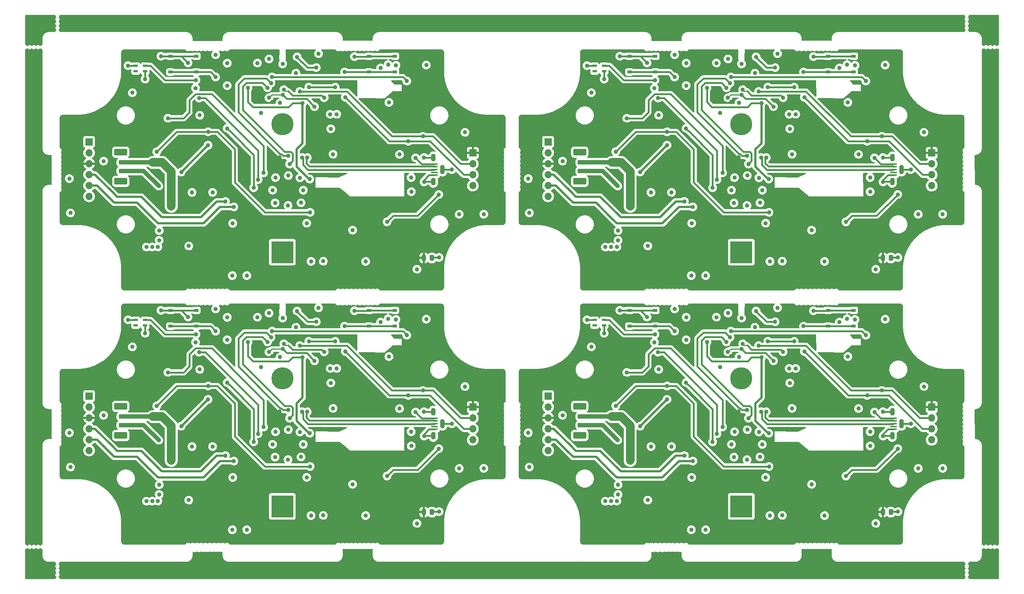
<source format=gbr>
%TF.GenerationSoftware,KiCad,Pcbnew,6.0.11-2627ca5db0~126~ubuntu20.04.1*%
%TF.CreationDate,2024-09-10T20:57:43-04:00*%
%TF.ProjectId,panel,70616e65-6c2e-46b6-9963-61645f706362,rev?*%
%TF.SameCoordinates,Original*%
%TF.FileFunction,Copper,L4,Bot*%
%TF.FilePolarity,Positive*%
%FSLAX46Y46*%
G04 Gerber Fmt 4.6, Leading zero omitted, Abs format (unit mm)*
G04 Created by KiCad (PCBNEW 6.0.11-2627ca5db0~126~ubuntu20.04.1) date 2024-09-10 20:57:43*
%MOMM*%
%LPD*%
G01*
G04 APERTURE LIST*
G04 Aperture macros list*
%AMRoundRect*
0 Rectangle with rounded corners*
0 $1 Rounding radius*
0 $2 $3 $4 $5 $6 $7 $8 $9 X,Y pos of 4 corners*
0 Add a 4 corners polygon primitive as box body*
4,1,4,$2,$3,$4,$5,$6,$7,$8,$9,$2,$3,0*
0 Add four circle primitives for the rounded corners*
1,1,$1+$1,$2,$3*
1,1,$1+$1,$4,$5*
1,1,$1+$1,$6,$7*
1,1,$1+$1,$8,$9*
0 Add four rect primitives between the rounded corners*
20,1,$1+$1,$2,$3,$4,$5,0*
20,1,$1+$1,$4,$5,$6,$7,0*
20,1,$1+$1,$6,$7,$8,$9,0*
20,1,$1+$1,$8,$9,$2,$3,0*%
G04 Aperture macros list end*
%TA.AperFunction,SMDPad,CuDef*%
%ADD10RoundRect,0.243750X0.243750X0.456250X-0.243750X0.456250X-0.243750X-0.456250X0.243750X-0.456250X0*%
%TD*%
%TA.AperFunction,SMDPad,CuDef*%
%ADD11R,1.000000X0.600000*%
%TD*%
%TA.AperFunction,ComponentPad*%
%ADD12R,5.175000X5.175000*%
%TD*%
%TA.AperFunction,ComponentPad*%
%ADD13C,5.175000*%
%TD*%
%TA.AperFunction,SMDPad,CuDef*%
%ADD14R,1.000000X0.700000*%
%TD*%
%TA.AperFunction,ComponentPad*%
%ADD15R,1.700000X1.700000*%
%TD*%
%TA.AperFunction,ComponentPad*%
%ADD16O,1.700000X1.700000*%
%TD*%
%TA.AperFunction,SMDPad,CuDef*%
%ADD17R,1.500000X0.450000*%
%TD*%
%TA.AperFunction,ComponentPad*%
%ADD18O,1.100000X1.800000*%
%TD*%
%TA.AperFunction,ComponentPad*%
%ADD19O,1.100000X2.200000*%
%TD*%
%TA.AperFunction,SMDPad,CuDef*%
%ADD20RoundRect,0.250000X-2.500000X0.250000X-2.500000X-0.250000X2.500000X-0.250000X2.500000X0.250000X0*%
%TD*%
%TA.AperFunction,SMDPad,CuDef*%
%ADD21RoundRect,0.250000X-1.250000X0.550000X-1.250000X-0.550000X1.250000X-0.550000X1.250000X0.550000X0*%
%TD*%
%TA.AperFunction,ViaPad*%
%ADD22C,1.000000*%
%TD*%
%TA.AperFunction,Conductor*%
%ADD23C,0.400000*%
%TD*%
%TA.AperFunction,Conductor*%
%ADD24C,0.500000*%
%TD*%
%TA.AperFunction,Conductor*%
%ADD25C,0.254000*%
%TD*%
%TA.AperFunction,Conductor*%
%ADD26C,1.000000*%
%TD*%
%TA.AperFunction,Conductor*%
%ADD27C,2.000000*%
%TD*%
G04 APERTURE END LIST*
D10*
%TO.P,D2,1,K*%
%TO.N,Board_0-Net-(D2-Pad1)*%
X95218200Y-57170000D03*
%TO.P,D2,2,A*%
%TO.N,Board_0-+3V3*%
X93343200Y-57170000D03*
%TD*%
D11*
%TO.P,U6,1,DOUT*%
%TO.N,Board_2-unconnected-(U6-Pad1)*%
X26232000Y-72917600D03*
%TO.P,U6,2,VSS*%
%TO.N,Board_2-GND*%
X26232000Y-71617600D03*
%TO.P,U6,3,DIN*%
%TO.N,Board_2-Net-(R11-Pad1)*%
X28432000Y-71617600D03*
%TO.P,U6,4,VDD*%
%TO.N,Board_2-Net-(C15-Pad1)*%
X28432000Y-72917600D03*
%TD*%
D12*
%TO.P,J6,MH1*%
%TO.N,N/C*%
X60380700Y-115097600D03*
D13*
%TO.P,J6,MH2*%
X60380700Y-85257600D03*
%TD*%
D14*
%TO.P,S2,1,1*%
%TO.N,Board_3-/USER_INPUT*%
X193453300Y-69387600D03*
%TO.P,S2,2,2*%
X187453300Y-69387600D03*
%TO.P,S2,3,3*%
%TO.N,Board_3-GND*%
X193453300Y-73087600D03*
%TO.P,S2,4,4*%
X187453300Y-73087600D03*
%TD*%
%TO.P,S1,1,1*%
%TO.N,Board_3-/EN*%
X141224600Y-73087600D03*
%TO.P,S1,2,2*%
X147224600Y-73087600D03*
%TO.P,S1,3,3*%
%TO.N,Board_3-GND*%
X141224600Y-69387600D03*
%TO.P,S1,4,4*%
X147224600Y-69387600D03*
%TD*%
D15*
%TO.P,J5,1,Pin_1*%
%TO.N,Board_3-+3V3*%
X211630919Y-91957600D03*
D16*
%TO.P,J5,2,Pin_2*%
%TO.N,Board_3-/SCL*%
X211630919Y-94497600D03*
%TO.P,J5,3,Pin_3*%
%TO.N,Board_3-/SDA*%
X211630919Y-97037600D03*
%TO.P,J5,4,Pin_4*%
%TO.N,Board_3-GND*%
X211630919Y-99577600D03*
%TD*%
D17*
%TO.P,J4,1,VBUS*%
%TO.N,Board_2-Net-(F1-Pad2)*%
X95800700Y-94527600D03*
%TO.P,J4,2,D-*%
%TO.N,Board_2-/USB_D-*%
X95800700Y-95177600D03*
%TO.P,J4,3,D+*%
%TO.N,Board_2-/USB_D+*%
X95800700Y-95827600D03*
%TO.P,J4,4,ID*%
%TO.N,Board_2-unconnected-(J4-Pad4)*%
X95800700Y-96477600D03*
%TO.P,J4,5,GND*%
%TO.N,Board_2-GND*%
X95800700Y-97127600D03*
D18*
%TO.P,J4,6,Shield*%
X95550700Y-98627600D03*
D19*
X97700700Y-95827600D03*
D18*
X95550700Y-93027600D03*
%TD*%
D12*
%TO.P,J6,MH1*%
%TO.N,N/C*%
X60380700Y-55830000D03*
D13*
%TO.P,J6,MH2*%
X60380700Y-25990000D03*
%TD*%
D15*
%TO.P,J3,1,Pin_1*%
%TO.N,Board_1-GND*%
X122266633Y-30090000D03*
D16*
%TO.P,J3,2,Pin_2*%
%TO.N,Board_1-/RTS*%
X122266633Y-32630000D03*
%TO.P,J3,3,Pin_3*%
%TO.N,Board_1-+3V3*%
X122266633Y-35170000D03*
%TO.P,J3,4,Pin_4*%
%TO.N,Board_1-/UART0_RX*%
X122266633Y-37710000D03*
%TO.P,J3,5,Pin_5*%
%TO.N,Board_1-/UART0_TX*%
X122266633Y-40250000D03*
%TO.P,J3,6,Pin_6*%
%TO.N,Board_1-/DTR*%
X122266633Y-42790000D03*
%TD*%
D14*
%TO.P,S2,1,1*%
%TO.N,Board_0-/USER_INPUT*%
X86560700Y-10120000D03*
%TO.P,S2,2,2*%
X80560700Y-10120000D03*
%TO.P,S2,3,3*%
%TO.N,Board_0-GND*%
X86560700Y-13820000D03*
%TO.P,S2,4,4*%
X80560700Y-13820000D03*
%TD*%
D10*
%TO.P,D2,1,K*%
%TO.N,Board_3-Net-(D2-Pad1)*%
X202110800Y-116437600D03*
%TO.P,D2,2,A*%
%TO.N,Board_3-+3V3*%
X200235800Y-116437600D03*
%TD*%
D17*
%TO.P,J4,1,VBUS*%
%TO.N,Board_3-Net-(F1-Pad2)*%
X202693300Y-94527600D03*
%TO.P,J4,2,D-*%
%TO.N,Board_3-/USB_D-*%
X202693300Y-95177600D03*
%TO.P,J4,3,D+*%
%TO.N,Board_3-/USB_D+*%
X202693300Y-95827600D03*
%TO.P,J4,4,ID*%
%TO.N,Board_3-unconnected-(J4-Pad4)*%
X202693300Y-96477600D03*
%TO.P,J4,5,GND*%
%TO.N,Board_3-GND*%
X202693300Y-97127600D03*
D19*
%TO.P,J4,6,Shield*%
X204593300Y-95827600D03*
D18*
X202443300Y-98627600D03*
X202443300Y-93027600D03*
%TD*%
D15*
%TO.P,J5,1,Pin_1*%
%TO.N,Board_0-+3V3*%
X104738319Y-32690000D03*
D16*
%TO.P,J5,2,Pin_2*%
%TO.N,Board_0-/SCL*%
X104738319Y-35230000D03*
%TO.P,J5,3,Pin_3*%
%TO.N,Board_0-/SDA*%
X104738319Y-37770000D03*
%TO.P,J5,4,Pin_4*%
%TO.N,Board_0-GND*%
X104738319Y-40310000D03*
%TD*%
D15*
%TO.P,J3,1,Pin_1*%
%TO.N,Board_3-GND*%
X122266633Y-89357600D03*
D16*
%TO.P,J3,2,Pin_2*%
%TO.N,Board_3-/RTS*%
X122266633Y-91897600D03*
%TO.P,J3,3,Pin_3*%
%TO.N,Board_3-+3V3*%
X122266633Y-94437600D03*
%TO.P,J3,4,Pin_4*%
%TO.N,Board_3-/UART0_RX*%
X122266633Y-96977600D03*
%TO.P,J3,5,Pin_5*%
%TO.N,Board_3-/UART0_TX*%
X122266633Y-99517600D03*
%TO.P,J3,6,Pin_6*%
%TO.N,Board_3-/DTR*%
X122266633Y-102057600D03*
%TD*%
D14*
%TO.P,S2,1,1*%
%TO.N,Board_1-/USER_INPUT*%
X193453300Y-10120000D03*
%TO.P,S2,2,2*%
X187453300Y-10120000D03*
%TO.P,S2,3,3*%
%TO.N,Board_1-GND*%
X193453300Y-13820000D03*
%TO.P,S2,4,4*%
X187453300Y-13820000D03*
%TD*%
%TO.P,S2,1,1*%
%TO.N,Board_2-/USER_INPUT*%
X86560700Y-69387600D03*
%TO.P,S2,2,2*%
X80560700Y-69387600D03*
%TO.P,S2,3,3*%
%TO.N,Board_2-GND*%
X86560700Y-73087600D03*
%TO.P,S2,4,4*%
X80560700Y-73087600D03*
%TD*%
D15*
%TO.P,J5,1,Pin_1*%
%TO.N,Board_1-+3V3*%
X211630919Y-32690000D03*
D16*
%TO.P,J5,2,Pin_2*%
%TO.N,Board_1-/SCL*%
X211630919Y-35230000D03*
%TO.P,J5,3,Pin_3*%
%TO.N,Board_1-/SDA*%
X211630919Y-37770000D03*
%TO.P,J5,4,Pin_4*%
%TO.N,Board_1-GND*%
X211630919Y-40310000D03*
%TD*%
D15*
%TO.P,J3,1,Pin_1*%
%TO.N,Board_0-GND*%
X15374033Y-30090000D03*
D16*
%TO.P,J3,2,Pin_2*%
%TO.N,Board_0-/RTS*%
X15374033Y-32630000D03*
%TO.P,J3,3,Pin_3*%
%TO.N,Board_0-+3V3*%
X15374033Y-35170000D03*
%TO.P,J3,4,Pin_4*%
%TO.N,Board_0-/UART0_RX*%
X15374033Y-37710000D03*
%TO.P,J3,5,Pin_5*%
%TO.N,Board_0-/UART0_TX*%
X15374033Y-40250000D03*
%TO.P,J3,6,Pin_6*%
%TO.N,Board_0-/DTR*%
X15374033Y-42790000D03*
%TD*%
D12*
%TO.P,J6,MH1*%
%TO.N,N/C*%
X167273300Y-55830000D03*
D13*
%TO.P,J6,MH2*%
X167273300Y-25990000D03*
%TD*%
D20*
%TO.P,J1,1,Pin_1*%
%TO.N,Board_1-Net-(J1-Pad1)*%
X131903300Y-34900000D03*
%TO.P,J1,2,Pin_2*%
%TO.N,Board_1-GND*%
X131903300Y-36900000D03*
D21*
%TO.P,J1,MP*%
%TO.N,N/C*%
X129653300Y-32500000D03*
X129653300Y-39300000D03*
%TD*%
D10*
%TO.P,D2,1,K*%
%TO.N,Board_1-Net-(D2-Pad1)*%
X202110800Y-57170000D03*
%TO.P,D2,2,A*%
%TO.N,Board_1-+3V3*%
X200235800Y-57170000D03*
%TD*%
D11*
%TO.P,U6,1,DOUT*%
%TO.N,Board_1-unconnected-(U6-Pad1)*%
X133124600Y-13650000D03*
%TO.P,U6,2,VSS*%
%TO.N,Board_1-GND*%
X133124600Y-12350000D03*
%TO.P,U6,3,DIN*%
%TO.N,Board_1-Net-(R11-Pad1)*%
X135324600Y-12350000D03*
%TO.P,U6,4,VDD*%
%TO.N,Board_1-Net-(C15-Pad1)*%
X135324600Y-13650000D03*
%TD*%
D20*
%TO.P,J1,1,Pin_1*%
%TO.N,Board_2-Net-(J1-Pad1)*%
X25010700Y-94167600D03*
%TO.P,J1,2,Pin_2*%
%TO.N,Board_2-GND*%
X25010700Y-96167600D03*
D21*
%TO.P,J1,MP*%
%TO.N,N/C*%
X22760700Y-91767600D03*
X22760700Y-98567600D03*
%TD*%
D12*
%TO.P,J6,MH1*%
%TO.N,N/C*%
X167273300Y-115097600D03*
D13*
%TO.P,J6,MH2*%
X167273300Y-85257600D03*
%TD*%
D15*
%TO.P,J3,1,Pin_1*%
%TO.N,Board_2-GND*%
X15374033Y-89357600D03*
D16*
%TO.P,J3,2,Pin_2*%
%TO.N,Board_2-/RTS*%
X15374033Y-91897600D03*
%TO.P,J3,3,Pin_3*%
%TO.N,Board_2-+3V3*%
X15374033Y-94437600D03*
%TO.P,J3,4,Pin_4*%
%TO.N,Board_2-/UART0_RX*%
X15374033Y-96977600D03*
%TO.P,J3,5,Pin_5*%
%TO.N,Board_2-/UART0_TX*%
X15374033Y-99517600D03*
%TO.P,J3,6,Pin_6*%
%TO.N,Board_2-/DTR*%
X15374033Y-102057600D03*
%TD*%
D14*
%TO.P,S1,1,1*%
%TO.N,Board_0-/EN*%
X34332000Y-13820000D03*
%TO.P,S1,2,2*%
X40332000Y-13820000D03*
%TO.P,S1,3,3*%
%TO.N,Board_0-GND*%
X34332000Y-10120000D03*
%TO.P,S1,4,4*%
X40332000Y-10120000D03*
%TD*%
D17*
%TO.P,J4,1,VBUS*%
%TO.N,Board_1-Net-(F1-Pad2)*%
X202693300Y-35260000D03*
%TO.P,J4,2,D-*%
%TO.N,Board_1-/USB_D-*%
X202693300Y-35910000D03*
%TO.P,J4,3,D+*%
%TO.N,Board_1-/USB_D+*%
X202693300Y-36560000D03*
%TO.P,J4,4,ID*%
%TO.N,Board_1-unconnected-(J4-Pad4)*%
X202693300Y-37210000D03*
%TO.P,J4,5,GND*%
%TO.N,Board_1-GND*%
X202693300Y-37860000D03*
D18*
%TO.P,J4,6,Shield*%
X202443300Y-39360000D03*
D19*
X204593300Y-36560000D03*
D18*
X202443300Y-33760000D03*
%TD*%
D20*
%TO.P,J1,1,Pin_1*%
%TO.N,Board_3-Net-(J1-Pad1)*%
X131903300Y-94167600D03*
%TO.P,J1,2,Pin_2*%
%TO.N,Board_3-GND*%
X131903300Y-96167600D03*
D21*
%TO.P,J1,MP*%
%TO.N,N/C*%
X129653300Y-91767600D03*
X129653300Y-98567600D03*
%TD*%
D10*
%TO.P,D2,1,K*%
%TO.N,Board_2-Net-(D2-Pad1)*%
X95218200Y-116437600D03*
%TO.P,D2,2,A*%
%TO.N,Board_2-+3V3*%
X93343200Y-116437600D03*
%TD*%
D20*
%TO.P,J1,1,Pin_1*%
%TO.N,Board_0-Net-(J1-Pad1)*%
X25010700Y-34900000D03*
%TO.P,J1,2,Pin_2*%
%TO.N,Board_0-GND*%
X25010700Y-36900000D03*
D21*
%TO.P,J1,MP*%
%TO.N,N/C*%
X22760700Y-39300000D03*
X22760700Y-32500000D03*
%TD*%
D11*
%TO.P,U6,1,DOUT*%
%TO.N,Board_3-unconnected-(U6-Pad1)*%
X133124600Y-72917600D03*
%TO.P,U6,2,VSS*%
%TO.N,Board_3-GND*%
X133124600Y-71617600D03*
%TO.P,U6,3,DIN*%
%TO.N,Board_3-Net-(R11-Pad1)*%
X135324600Y-71617600D03*
%TO.P,U6,4,VDD*%
%TO.N,Board_3-Net-(C15-Pad1)*%
X135324600Y-72917600D03*
%TD*%
D14*
%TO.P,S1,1,1*%
%TO.N,Board_2-/EN*%
X34332000Y-73087600D03*
%TO.P,S1,2,2*%
X40332000Y-73087600D03*
%TO.P,S1,3,3*%
%TO.N,Board_2-GND*%
X34332000Y-69387600D03*
%TO.P,S1,4,4*%
X40332000Y-69387600D03*
%TD*%
D11*
%TO.P,U6,1,DOUT*%
%TO.N,Board_0-unconnected-(U6-Pad1)*%
X26232000Y-13650000D03*
%TO.P,U6,2,VSS*%
%TO.N,Board_0-GND*%
X26232000Y-12350000D03*
%TO.P,U6,3,DIN*%
%TO.N,Board_0-Net-(R11-Pad1)*%
X28432000Y-12350000D03*
%TO.P,U6,4,VDD*%
%TO.N,Board_0-Net-(C15-Pad1)*%
X28432000Y-13650000D03*
%TD*%
D15*
%TO.P,J5,1,Pin_1*%
%TO.N,Board_2-+3V3*%
X104738319Y-91957600D03*
D16*
%TO.P,J5,2,Pin_2*%
%TO.N,Board_2-/SCL*%
X104738319Y-94497600D03*
%TO.P,J5,3,Pin_3*%
%TO.N,Board_2-/SDA*%
X104738319Y-97037600D03*
%TO.P,J5,4,Pin_4*%
%TO.N,Board_2-GND*%
X104738319Y-99577600D03*
%TD*%
D14*
%TO.P,S1,1,1*%
%TO.N,Board_1-/EN*%
X141224600Y-13820000D03*
%TO.P,S1,2,2*%
X147224600Y-13820000D03*
%TO.P,S1,3,3*%
%TO.N,Board_1-GND*%
X141224600Y-10120000D03*
%TO.P,S1,4,4*%
X147224600Y-10120000D03*
%TD*%
D17*
%TO.P,J4,1,VBUS*%
%TO.N,Board_0-Net-(F1-Pad2)*%
X95800700Y-35260000D03*
%TO.P,J4,2,D-*%
%TO.N,Board_0-/USB_D-*%
X95800700Y-35910000D03*
%TO.P,J4,3,D+*%
%TO.N,Board_0-/USB_D+*%
X95800700Y-36560000D03*
%TO.P,J4,4,ID*%
%TO.N,Board_0-unconnected-(J4-Pad4)*%
X95800700Y-37210000D03*
%TO.P,J4,5,GND*%
%TO.N,Board_0-GND*%
X95800700Y-37860000D03*
D18*
%TO.P,J4,6,Shield*%
X95550700Y-33760000D03*
X95550700Y-39360000D03*
D19*
X97700700Y-36560000D03*
%TD*%
D22*
%TO.N,Board_0-+3V3*%
X29410700Y-41730000D03*
X45370700Y-30600000D03*
X96350700Y-12330000D03*
X57270700Y-12540000D03*
X73880700Y-9930000D03*
X28200700Y-60350000D03*
X42480700Y-9960000D03*
X74810700Y-21450000D03*
X81400700Y-61220000D03*
X109990700Y-44530000D03*
X65510700Y-51700000D03*
X39210700Y-44900000D03*
X48730700Y-51950000D03*
X104580700Y-44560000D03*
X59720700Y-35260000D03*
X36850700Y-18790000D03*
X47490700Y-19470000D03*
X53340700Y-10530000D03*
X59730700Y-33700000D03*
X61070700Y-61220000D03*
X91470700Y-39970000D03*
X87080700Y-24210000D03*
X18290700Y-46580000D03*
X58030700Y-20840000D03*
X63380700Y-12710000D03*
X87340700Y-51970000D03*
X30510700Y-22030000D03*
X41410700Y-59830000D03*
X79760700Y-32430000D03*
X57900700Y-33690000D03*
X94330700Y-53570000D03*
X37540700Y-59880000D03*
X45830700Y-38120000D03*
X42660700Y-51930000D03*
X93150700Y-15810000D03*
X29100700Y-10240000D03*
X57910700Y-35290000D03*
X73500700Y-61210000D03*
X17630700Y-25790000D03*
%TO.N,Board_0-/EN*%
X31130700Y-32410000D03*
X43110700Y-27760000D03*
X44850700Y-14980000D03*
X66840700Y-46530000D03*
%TO.N,Board_0-/LED_PIN0*%
X41000700Y-19890000D03*
X54720700Y-38900000D03*
%TO.N,Board_0-/LED_PWR*%
X56020700Y-37310000D03*
X33730700Y-24580000D03*
%TO.N,Board_0-/MAG*%
X65070700Y-21040000D03*
X52380700Y-17540000D03*
X66780700Y-38790000D03*
%TO.N,Board_0-/M_CLK*%
X57960700Y-14940000D03*
X89390700Y-15920000D03*
%TO.N,Board_0-/SCL*%
X84770700Y-48740000D03*
X64440700Y-18350000D03*
X96815700Y-42365000D03*
X93130700Y-28810000D03*
%TO.N,Board_0-/SDA*%
X89740700Y-29950000D03*
X72690700Y-17350000D03*
X66570700Y-17340000D03*
X75060700Y-19710000D03*
%TO.N,Board_0-/SLG_INT1*%
X57740700Y-16380000D03*
X61750700Y-33380000D03*
%TO.N,Board_0-/SLG_INT2*%
X56920700Y-17470000D03*
X62060700Y-35270000D03*
%TO.N,Board_0-/Sensors/MAG_PWR*%
X63830700Y-10270000D03*
X68270700Y-12790000D03*
%TO.N,Board_0-/Sensors/OP_AMP_PWR_DOWN*%
X70130700Y-19790000D03*
X60731417Y-17932502D03*
%TO.N,Board_0-/Sensors/RH1_B*%
X67870700Y-21880000D03*
X60470700Y-19140000D03*
X57270700Y-19820000D03*
%TO.N,Board_0-/UART0_RX*%
X47120700Y-43990000D03*
%TO.N,Board_0-/UART0_TX*%
X49090700Y-45260000D03*
%TO.N,Board_0-/USB_D+*%
X64990700Y-33780000D03*
%TO.N,Board_0-/USB_D-*%
X66190700Y-33780000D03*
%TO.N,Board_0-/USER_INPUT*%
X53710700Y-40780000D03*
X47530700Y-26950000D03*
X77180700Y-10210000D03*
%TO.N,Board_0-GND*%
X74870700Y-13810000D03*
X54580700Y-11710000D03*
X73060700Y-23650000D03*
X93380700Y-33760000D03*
X67060700Y-57970000D03*
X48830700Y-49080000D03*
X11010700Y-46670000D03*
X71530700Y-23660000D03*
X90420700Y-41730000D03*
X31700700Y-50800000D03*
X44130700Y-41870000D03*
X102930700Y-27880000D03*
X40150700Y-17560000D03*
X58690700Y-44350000D03*
X55430700Y-23310000D03*
X29590700Y-38380000D03*
X28640700Y-37410000D03*
X85020700Y-12070000D03*
X87680700Y-33030000D03*
X59840700Y-21010000D03*
X25450700Y-18640000D03*
X41140700Y-23900000D03*
X38420700Y-11670000D03*
X60450700Y-11910000D03*
X58800700Y-38450000D03*
X64730700Y-44300000D03*
X18750700Y-34580000D03*
X71670700Y-27050000D03*
X107300700Y-46960000D03*
X31680700Y-53060000D03*
X32100700Y-10120000D03*
X68820700Y-9520000D03*
X10770700Y-38660000D03*
X31600700Y-40400000D03*
X99870700Y-36550000D03*
X64480700Y-38470000D03*
X63550700Y-14050000D03*
X30060700Y-54610000D03*
X66060700Y-49050000D03*
X61780700Y-37950000D03*
X61710700Y-44930000D03*
X85210700Y-20900000D03*
X90390700Y-38410000D03*
X86860700Y-12250000D03*
X31400700Y-54570000D03*
X58100700Y-41360000D03*
X47550700Y-11747500D03*
X44863200Y-9777500D03*
X91720700Y-59800000D03*
X69930700Y-57930000D03*
X38590700Y-54380000D03*
X48730700Y-61280000D03*
X101590700Y-46990000D03*
X93410700Y-39430000D03*
X52100700Y-61290000D03*
X28720700Y-54630000D03*
X79785700Y-57985000D03*
X83230700Y-12870000D03*
X47540700Y-16980000D03*
X24460700Y-12310000D03*
X72200700Y-32970000D03*
X65270700Y-41370000D03*
X30620700Y-39390000D03*
X39350700Y-41880000D03*
X93910700Y-12190000D03*
X57280700Y-10770000D03*
X76753200Y-50680000D03*
%TO.N,Board_0-Net-(C15-Pad1)*%
X28430700Y-15450000D03*
%TO.N,Board_0-Net-(D2-Pad1)*%
X96880700Y-57060000D03*
%TO.N,Board_0-Net-(F1-Pad2)*%
X91420700Y-33820000D03*
%TO.N,Board_0-Net-(J1-Pad1)*%
X34510700Y-43500000D03*
X34510700Y-40290000D03*
X34510700Y-45120000D03*
X34510700Y-41920000D03*
%TO.N,Board_0-Net-(Q4-Pad1)*%
X36830700Y-37120000D03*
X43080700Y-30880000D03*
%TO.N,Board_0-Net-(R11-Pad1)*%
X40270700Y-15710000D03*
%TO.N,Board_1-+3V3*%
X136303300Y-41730000D03*
X152263300Y-30600000D03*
X203243300Y-12330000D03*
X164163300Y-12540000D03*
X180773300Y-9930000D03*
X135093300Y-60350000D03*
X149373300Y-9960000D03*
X181703300Y-21450000D03*
X188293300Y-61220000D03*
X216883300Y-44530000D03*
X172403300Y-51700000D03*
X146103300Y-44900000D03*
X155623300Y-51950000D03*
X211473300Y-44560000D03*
X166613300Y-35260000D03*
X143743300Y-18790000D03*
X154383300Y-19470000D03*
X160233300Y-10530000D03*
X166623300Y-33700000D03*
X167963300Y-61220000D03*
X198363300Y-39970000D03*
X193973300Y-24210000D03*
X125183300Y-46580000D03*
X164923300Y-20840000D03*
X170273300Y-12710000D03*
X194233300Y-51970000D03*
X137403300Y-22030000D03*
X148303300Y-59830000D03*
X186653300Y-32430000D03*
X164793300Y-33690000D03*
X201223300Y-53570000D03*
X144433300Y-59880000D03*
X152723300Y-38120000D03*
X149553300Y-51930000D03*
X200043300Y-15810000D03*
X135993300Y-10240000D03*
X164803300Y-35290000D03*
X180393300Y-61210000D03*
X124523300Y-25790000D03*
%TO.N,Board_1-/EN*%
X138023300Y-32410000D03*
X150003300Y-27760000D03*
X151743300Y-14980000D03*
X173733300Y-46530000D03*
%TO.N,Board_1-/LED_PIN0*%
X147893300Y-19890000D03*
X161613300Y-38900000D03*
%TO.N,Board_1-/LED_PWR*%
X162913300Y-37310000D03*
X140623300Y-24580000D03*
%TO.N,Board_1-/MAG*%
X171963300Y-21040000D03*
X159273300Y-17540000D03*
X173673300Y-38790000D03*
%TO.N,Board_1-/M_CLK*%
X164853300Y-14940000D03*
X196283300Y-15920000D03*
%TO.N,Board_1-/SCL*%
X191663300Y-48740000D03*
X171333300Y-18350000D03*
X203708300Y-42365000D03*
X200023300Y-28810000D03*
%TO.N,Board_1-/SDA*%
X196633300Y-29950000D03*
X179583300Y-17350000D03*
X173463300Y-17340000D03*
X181953300Y-19710000D03*
%TO.N,Board_1-/SLG_INT1*%
X164633300Y-16380000D03*
X168643300Y-33380000D03*
%TO.N,Board_1-/SLG_INT2*%
X163813300Y-17470000D03*
X168953300Y-35270000D03*
%TO.N,Board_1-/Sensors/MAG_PWR*%
X170723300Y-10270000D03*
X175163300Y-12790000D03*
%TO.N,Board_1-/Sensors/OP_AMP_PWR_DOWN*%
X177023300Y-19790000D03*
X167624017Y-17932502D03*
%TO.N,Board_1-/Sensors/RH1_B*%
X174763300Y-21880000D03*
X167363300Y-19140000D03*
X164163300Y-19820000D03*
%TO.N,Board_1-/UART0_RX*%
X154013300Y-43990000D03*
%TO.N,Board_1-/UART0_TX*%
X155983300Y-45260000D03*
%TO.N,Board_1-/USB_D+*%
X171883300Y-33780000D03*
%TO.N,Board_1-/USB_D-*%
X173083300Y-33780000D03*
%TO.N,Board_1-/USER_INPUT*%
X160603300Y-40780000D03*
X154423300Y-26950000D03*
X184073300Y-10210000D03*
%TO.N,Board_1-GND*%
X181763300Y-13810000D03*
X161473300Y-11710000D03*
X179953300Y-23650000D03*
X200273300Y-33760000D03*
X173953300Y-57970000D03*
X155723300Y-49080000D03*
X117903300Y-46670000D03*
X178423300Y-23660000D03*
X197313300Y-41730000D03*
X138593300Y-50800000D03*
X151023300Y-41870000D03*
X209823300Y-27880000D03*
X147043300Y-17560000D03*
X165583300Y-44350000D03*
X162323300Y-23310000D03*
X136483300Y-38380000D03*
X135533300Y-37410000D03*
X191913300Y-12070000D03*
X194573300Y-33030000D03*
X166733300Y-21010000D03*
X132343300Y-18640000D03*
X148033300Y-23900000D03*
X145313300Y-11670000D03*
X167343300Y-11910000D03*
X165693300Y-38450000D03*
X171623300Y-44300000D03*
X125643300Y-34580000D03*
X178563300Y-27050000D03*
X214193300Y-46960000D03*
X138573300Y-53060000D03*
X138993300Y-10120000D03*
X175713300Y-9520000D03*
X117663300Y-38660000D03*
X138493300Y-40400000D03*
X206763300Y-36550000D03*
X171373300Y-38470000D03*
X170443300Y-14050000D03*
X136953300Y-54610000D03*
X172953300Y-49050000D03*
X168673300Y-37950000D03*
X168603300Y-44930000D03*
X192103300Y-20900000D03*
X197283300Y-38410000D03*
X193753300Y-12250000D03*
X138293300Y-54570000D03*
X164993300Y-41360000D03*
X154443300Y-11747500D03*
X151755800Y-9777500D03*
X198613300Y-59800000D03*
X176823300Y-57930000D03*
X145483300Y-54380000D03*
X155623300Y-61280000D03*
X208483300Y-46990000D03*
X200303300Y-39430000D03*
X158993300Y-61290000D03*
X135613300Y-54630000D03*
X186678300Y-57985000D03*
X190123300Y-12870000D03*
X154433300Y-16980000D03*
X131353300Y-12310000D03*
X179093300Y-32970000D03*
X172163300Y-41370000D03*
X137513300Y-39390000D03*
X146243300Y-41880000D03*
X200803300Y-12190000D03*
X164173300Y-10770000D03*
X183645800Y-50680000D03*
%TO.N,Board_1-Net-(C15-Pad1)*%
X135323300Y-15450000D03*
%TO.N,Board_1-Net-(D2-Pad1)*%
X203773300Y-57060000D03*
%TO.N,Board_1-Net-(F1-Pad2)*%
X198313300Y-33820000D03*
%TO.N,Board_1-Net-(J1-Pad1)*%
X141403300Y-43500000D03*
X141403300Y-40290000D03*
X141403300Y-45120000D03*
X141403300Y-41920000D03*
%TO.N,Board_1-Net-(Q4-Pad1)*%
X143723300Y-37120000D03*
X149973300Y-30880000D03*
%TO.N,Board_1-Net-(R11-Pad1)*%
X147163300Y-15710000D03*
%TO.N,Board_2-+3V3*%
X29410700Y-100997600D03*
X45370700Y-89867600D03*
X96350700Y-71597600D03*
X57270700Y-71807600D03*
X73880700Y-69197600D03*
X28200700Y-119617600D03*
X42480700Y-69227600D03*
X74810700Y-80717600D03*
X81400700Y-120487600D03*
X109990700Y-103797600D03*
X65510700Y-110967600D03*
X39210700Y-104167600D03*
X48730700Y-111217600D03*
X104580700Y-103827600D03*
X59720700Y-94527600D03*
X36850700Y-78057600D03*
X47490700Y-78737600D03*
X53340700Y-69797600D03*
X59730700Y-92967600D03*
X61070700Y-120487600D03*
X91470700Y-99237600D03*
X87080700Y-83477600D03*
X18290700Y-105847600D03*
X58030700Y-80107600D03*
X63380700Y-71977600D03*
X87340700Y-111237600D03*
X30510700Y-81297600D03*
X41410700Y-119097600D03*
X79760700Y-91697600D03*
X57900700Y-92957600D03*
X94330700Y-112837600D03*
X37540700Y-119147600D03*
X45830700Y-97387600D03*
X42660700Y-111197600D03*
X93150700Y-75077600D03*
X29100700Y-69507600D03*
X57910700Y-94557600D03*
X73500700Y-120477600D03*
X17630700Y-85057600D03*
%TO.N,Board_2-/EN*%
X31130700Y-91677600D03*
X43110700Y-87027600D03*
X44850700Y-74247600D03*
X66840700Y-105797600D03*
%TO.N,Board_2-/LED_PIN0*%
X41000700Y-79157600D03*
X54720700Y-98167600D03*
%TO.N,Board_2-/LED_PWR*%
X56020700Y-96577600D03*
X33730700Y-83847600D03*
%TO.N,Board_2-/MAG*%
X65070700Y-80307600D03*
X52380700Y-76807600D03*
X66780700Y-98057600D03*
%TO.N,Board_2-/M_CLK*%
X57960700Y-74207600D03*
X89390700Y-75187600D03*
%TO.N,Board_2-/SCL*%
X84770700Y-108007600D03*
X64440700Y-77617600D03*
X96815700Y-101632600D03*
X93130700Y-88077600D03*
%TO.N,Board_2-/SDA*%
X89740700Y-89217600D03*
X72690700Y-76617600D03*
X66570700Y-76607600D03*
X75060700Y-78977600D03*
%TO.N,Board_2-/SLG_INT1*%
X57740700Y-75647600D03*
X61750700Y-92647600D03*
%TO.N,Board_2-/SLG_INT2*%
X56920700Y-76737600D03*
X62060700Y-94537600D03*
%TO.N,Board_2-/Sensors/MAG_PWR*%
X63830700Y-69537600D03*
X68270700Y-72057600D03*
%TO.N,Board_2-/Sensors/OP_AMP_PWR_DOWN*%
X70130700Y-79057600D03*
X60731417Y-77200102D03*
%TO.N,Board_2-/Sensors/RH1_B*%
X67870700Y-81147600D03*
X60470700Y-78407600D03*
X57270700Y-79087600D03*
%TO.N,Board_2-/UART0_RX*%
X47120700Y-103257600D03*
%TO.N,Board_2-/UART0_TX*%
X49090700Y-104527600D03*
%TO.N,Board_2-/USB_D+*%
X64990700Y-93047600D03*
%TO.N,Board_2-/USB_D-*%
X66190700Y-93047600D03*
%TO.N,Board_2-/USER_INPUT*%
X53710700Y-100047600D03*
X47530700Y-86217600D03*
X77180700Y-69477600D03*
%TO.N,Board_2-GND*%
X74870700Y-73077600D03*
X54580700Y-70977600D03*
X73060700Y-82917600D03*
X93380700Y-93027600D03*
X67060700Y-117237600D03*
X48830700Y-108347600D03*
X11010700Y-105937600D03*
X71530700Y-82927600D03*
X90420700Y-100997600D03*
X31700700Y-110067600D03*
X44130700Y-101137600D03*
X102930700Y-87147600D03*
X40150700Y-76827600D03*
X58690700Y-103617600D03*
X55430700Y-82577600D03*
X29590700Y-97647600D03*
X28640700Y-96677600D03*
X85020700Y-71337600D03*
X87680700Y-92297600D03*
X59840700Y-80277600D03*
X25450700Y-77907600D03*
X41140700Y-83167600D03*
X38420700Y-70937600D03*
X60450700Y-71177600D03*
X58800700Y-97717600D03*
X64730700Y-103567600D03*
X18750700Y-93847600D03*
X71670700Y-86317600D03*
X107300700Y-106227600D03*
X31680700Y-112327600D03*
X32100700Y-69387600D03*
X68820700Y-68787600D03*
X10770700Y-97927600D03*
X31600700Y-99667600D03*
X99870700Y-95817600D03*
X64480700Y-97737600D03*
X63550700Y-73317600D03*
X30060700Y-113877600D03*
X66060700Y-108317600D03*
X61780700Y-97217600D03*
X61710700Y-104197600D03*
X85210700Y-80167600D03*
X90390700Y-97677600D03*
X86860700Y-71517600D03*
X31400700Y-113837600D03*
X58100700Y-100627600D03*
X47550700Y-71015100D03*
X44863200Y-69045100D03*
X91720700Y-119067600D03*
X69930700Y-117197600D03*
X38590700Y-113647600D03*
X48730700Y-120547600D03*
X101590700Y-106257600D03*
X93410700Y-98697600D03*
X52100700Y-120557600D03*
X28720700Y-113897600D03*
X79785700Y-117252600D03*
X83230700Y-72137600D03*
X47540700Y-76247600D03*
X24460700Y-71577600D03*
X72200700Y-92237600D03*
X65270700Y-100637600D03*
X30620700Y-98657600D03*
X39350700Y-101147600D03*
X93910700Y-71457600D03*
X57280700Y-70037600D03*
X76753200Y-109947600D03*
%TO.N,Board_2-Net-(C15-Pad1)*%
X28430700Y-74717600D03*
%TO.N,Board_2-Net-(D2-Pad1)*%
X96880700Y-116327600D03*
%TO.N,Board_2-Net-(F1-Pad2)*%
X91420700Y-93087600D03*
%TO.N,Board_2-Net-(J1-Pad1)*%
X34510700Y-102767600D03*
X34510700Y-99557600D03*
X34510700Y-104387600D03*
X34510700Y-101187600D03*
%TO.N,Board_2-Net-(Q4-Pad1)*%
X36830700Y-96387600D03*
X43080700Y-90147600D03*
%TO.N,Board_2-Net-(R11-Pad1)*%
X40270700Y-74977600D03*
%TO.N,Board_3-+3V3*%
X136303300Y-100997600D03*
X152263300Y-89867600D03*
X203243300Y-71597600D03*
X164163300Y-71807600D03*
X180773300Y-69197600D03*
X135093300Y-119617600D03*
X149373300Y-69227600D03*
X181703300Y-80717600D03*
X188293300Y-120487600D03*
X216883300Y-103797600D03*
X172403300Y-110967600D03*
X146103300Y-104167600D03*
X155623300Y-111217600D03*
X211473300Y-103827600D03*
X166613300Y-94527600D03*
X143743300Y-78057600D03*
X154383300Y-78737600D03*
X160233300Y-69797600D03*
X166623300Y-92967600D03*
X167963300Y-120487600D03*
X198363300Y-99237600D03*
X193973300Y-83477600D03*
X125183300Y-105847600D03*
X164923300Y-80107600D03*
X170273300Y-71977600D03*
X194233300Y-111237600D03*
X137403300Y-81297600D03*
X148303300Y-119097600D03*
X186653300Y-91697600D03*
X164793300Y-92957600D03*
X201223300Y-112837600D03*
X144433300Y-119147600D03*
X152723300Y-97387600D03*
X149553300Y-111197600D03*
X200043300Y-75077600D03*
X135993300Y-69507600D03*
X164803300Y-94557600D03*
X180393300Y-120477600D03*
X124523300Y-85057600D03*
%TO.N,Board_3-/EN*%
X138023300Y-91677600D03*
X150003300Y-87027600D03*
X151743300Y-74247600D03*
X173733300Y-105797600D03*
%TO.N,Board_3-/LED_PIN0*%
X147893300Y-79157600D03*
X161613300Y-98167600D03*
%TO.N,Board_3-/LED_PWR*%
X162913300Y-96577600D03*
X140623300Y-83847600D03*
%TO.N,Board_3-/MAG*%
X171963300Y-80307600D03*
X159273300Y-76807600D03*
X173673300Y-98057600D03*
%TO.N,Board_3-/M_CLK*%
X164853300Y-74207600D03*
X196283300Y-75187600D03*
%TO.N,Board_3-/SCL*%
X191663300Y-108007600D03*
X171333300Y-77617600D03*
X203708300Y-101632600D03*
X200023300Y-88077600D03*
%TO.N,Board_3-/SDA*%
X196633300Y-89217600D03*
X179583300Y-76617600D03*
X173463300Y-76607600D03*
X181953300Y-78977600D03*
%TO.N,Board_3-/SLG_INT1*%
X164633300Y-75647600D03*
X168643300Y-92647600D03*
%TO.N,Board_3-/SLG_INT2*%
X163813300Y-76737600D03*
X168953300Y-94537600D03*
%TO.N,Board_3-/Sensors/MAG_PWR*%
X170723300Y-69537600D03*
X175163300Y-72057600D03*
%TO.N,Board_3-/Sensors/OP_AMP_PWR_DOWN*%
X177023300Y-79057600D03*
X167624017Y-77200102D03*
%TO.N,Board_3-/Sensors/RH1_B*%
X174763300Y-81147600D03*
X167363300Y-78407600D03*
X164163300Y-79087600D03*
%TO.N,Board_3-/UART0_RX*%
X154013300Y-103257600D03*
%TO.N,Board_3-/UART0_TX*%
X155983300Y-104527600D03*
%TO.N,Board_3-/USB_D+*%
X171883300Y-93047600D03*
%TO.N,Board_3-/USB_D-*%
X173083300Y-93047600D03*
%TO.N,Board_3-/USER_INPUT*%
X160603300Y-100047600D03*
X154423300Y-86217600D03*
X184073300Y-69477600D03*
%TO.N,Board_3-GND*%
X181763300Y-73077600D03*
X161473300Y-70977600D03*
X179953300Y-82917600D03*
X200273300Y-93027600D03*
X173953300Y-117237600D03*
X155723300Y-108347600D03*
X117903300Y-105937600D03*
X178423300Y-82927600D03*
X197313300Y-100997600D03*
X138593300Y-110067600D03*
X151023300Y-101137600D03*
X209823300Y-87147600D03*
X147043300Y-76827600D03*
X165583300Y-103617600D03*
X162323300Y-82577600D03*
X136483300Y-97647600D03*
X135533300Y-96677600D03*
X191913300Y-71337600D03*
X194573300Y-92297600D03*
X166733300Y-80277600D03*
X132343300Y-77907600D03*
X148033300Y-83167600D03*
X145313300Y-70937600D03*
X167343300Y-71177600D03*
X165693300Y-97717600D03*
X171623300Y-103567600D03*
X125643300Y-93847600D03*
X178563300Y-86317600D03*
X214193300Y-106227600D03*
X138573300Y-112327600D03*
X138993300Y-69387600D03*
X175713300Y-68787600D03*
X117663300Y-97927600D03*
X138493300Y-99667600D03*
X206763300Y-95817600D03*
X171373300Y-97737600D03*
X170443300Y-73317600D03*
X136953300Y-113877600D03*
X172953300Y-108317600D03*
X168673300Y-97217600D03*
X168603300Y-104197600D03*
X192103300Y-80167600D03*
X197283300Y-97677600D03*
X193753300Y-71517600D03*
X138293300Y-113837600D03*
X164993300Y-100627600D03*
X154443300Y-71015100D03*
X151755800Y-69045100D03*
X198613300Y-119067600D03*
X176823300Y-117197600D03*
X145483300Y-113647600D03*
X155623300Y-120547600D03*
X208483300Y-106257600D03*
X200303300Y-98697600D03*
X158993300Y-120557600D03*
X135613300Y-113897600D03*
X186678300Y-117252600D03*
X190123300Y-72137600D03*
X154433300Y-76247600D03*
X131353300Y-71577600D03*
X179093300Y-92237600D03*
X172163300Y-100637600D03*
X137513300Y-98657600D03*
X146243300Y-101147600D03*
X200803300Y-71457600D03*
X164173300Y-70037600D03*
X183645800Y-109947600D03*
%TO.N,Board_3-Net-(C15-Pad1)*%
X135323300Y-74717600D03*
%TO.N,Board_3-Net-(D2-Pad1)*%
X203773300Y-116327600D03*
%TO.N,Board_3-Net-(F1-Pad2)*%
X198313300Y-93087600D03*
%TO.N,Board_3-Net-(J1-Pad1)*%
X141403300Y-102767600D03*
X141403300Y-99557600D03*
X141403300Y-104387600D03*
X141403300Y-101187600D03*
%TO.N,Board_3-Net-(Q4-Pad1)*%
X143723300Y-96387600D03*
X149973300Y-90147600D03*
%TO.N,Board_3-Net-(R11-Pad1)*%
X147163300Y-74977600D03*
%TD*%
D23*
%TO.N,Board_0-/EN*%
X35780700Y-27760000D02*
X31130700Y-32410000D01*
X34332000Y-13820000D02*
X40332000Y-13820000D01*
X49310700Y-39540000D02*
X49310700Y-31850000D01*
X56300700Y-46530000D02*
X49310700Y-39540000D01*
X45220700Y-27760000D02*
X43110700Y-27760000D01*
X44850700Y-14980000D02*
X43690700Y-13820000D01*
X66840700Y-46530000D02*
X56300700Y-46530000D01*
X43690700Y-13820000D02*
X40332000Y-13820000D01*
X49310700Y-31850000D02*
X45220700Y-27760000D01*
X43110700Y-27760000D02*
X35780700Y-27760000D01*
%TO.N,Board_0-/LED_PIN0*%
X50630700Y-28070000D02*
X42450700Y-19890000D01*
X54720700Y-38900000D02*
X54720700Y-32160000D01*
X54720700Y-32160000D02*
X50630700Y-28070000D01*
X42450700Y-19890000D02*
X41000700Y-19890000D01*
%TO.N,Board_0-/LED_PWR*%
X38740700Y-20390000D02*
X38740700Y-22130000D01*
X56020700Y-37310000D02*
X56020700Y-31030000D01*
X40180700Y-18950000D02*
X38740700Y-20390000D01*
X37370700Y-24580000D02*
X34520700Y-24580000D01*
X38740700Y-23210000D02*
X37370700Y-24580000D01*
X43940700Y-18950000D02*
X40180700Y-18950000D01*
X56020700Y-31030000D02*
X52895700Y-27905000D01*
X34520700Y-24580000D02*
X33730700Y-24580000D01*
X38740700Y-22130000D02*
X38740700Y-23210000D01*
X52895700Y-27905000D02*
X43940700Y-18950000D01*
D24*
%TO.N,Board_0-/MAG*%
X66590700Y-38790000D02*
X63690700Y-35890000D01*
D23*
X62770700Y-21040000D02*
X61850700Y-21960000D01*
D24*
X63690700Y-31830000D02*
X65070700Y-30450000D01*
D23*
X52380700Y-20810000D02*
X52380700Y-17540000D01*
X65070700Y-21040000D02*
X62770700Y-21040000D01*
D24*
X66780700Y-38790000D02*
X66590700Y-38790000D01*
X65070700Y-30450000D02*
X65070700Y-21040000D01*
D23*
X61850700Y-21960000D02*
X53530700Y-21960000D01*
D24*
X63690700Y-35890000D02*
X63690700Y-31830000D01*
D23*
X53530700Y-21960000D02*
X52380700Y-20810000D01*
%TO.N,Board_0-/M_CLK*%
X89390700Y-15920000D02*
X88480700Y-15010000D01*
X58030700Y-15010000D02*
X57960700Y-14940000D01*
X88480700Y-15010000D02*
X58030700Y-15010000D01*
%TO.N,Board_0-/SCL*%
X93130700Y-28810000D02*
X85900700Y-28810000D01*
X101910700Y-35230000D02*
X95490700Y-28810000D01*
X85900700Y-28810000D02*
X75440700Y-18350000D01*
X84770700Y-48740000D02*
X86190700Y-47320000D01*
X95490700Y-28810000D02*
X93130700Y-28810000D01*
X91860700Y-47320000D02*
X96815700Y-42365000D01*
X104738319Y-35230000D02*
X101910700Y-35230000D01*
X86190700Y-47320000D02*
X91860700Y-47320000D01*
X75440700Y-18350000D02*
X64440700Y-18350000D01*
%TO.N,Board_0-/SDA*%
X85300700Y-29950000D02*
X75060700Y-19710000D01*
X102620700Y-37770000D02*
X94950700Y-30100000D01*
X92360700Y-29950000D02*
X89740700Y-29950000D01*
X104738319Y-37770000D02*
X102620700Y-37770000D01*
X72680700Y-17340000D02*
X72690700Y-17350000D01*
X66570700Y-17340000D02*
X72680700Y-17340000D01*
X94800700Y-29950000D02*
X92360700Y-29950000D01*
X89740700Y-29950000D02*
X85300700Y-29950000D01*
X94950700Y-30100000D02*
X94800700Y-29950000D01*
%TO.N,Board_0-/SLG_INT1*%
X59830700Y-32880000D02*
X50120700Y-23170000D01*
X60550700Y-33360344D02*
X60070356Y-32880000D01*
X50120700Y-16690000D02*
X51520700Y-15290000D01*
X60070356Y-32880000D02*
X59830700Y-32880000D01*
X61750700Y-33380000D02*
X60550700Y-33380000D01*
X60550700Y-33380000D02*
X60550700Y-33360344D01*
X51520700Y-15290000D02*
X56650700Y-15290000D01*
X56650700Y-15290000D02*
X57740700Y-16380000D01*
X50120700Y-23170000D02*
X50120700Y-16690000D01*
%TO.N,Board_0-/SLG_INT2*%
X62770700Y-34560000D02*
X62770700Y-32860000D01*
X51140700Y-22680000D02*
X51140700Y-17190000D01*
X62060700Y-35270000D02*
X62770700Y-34560000D01*
X62770700Y-32860000D02*
X62360700Y-32450000D01*
X51140700Y-17190000D02*
X51990700Y-16340000D01*
X55790700Y-16340000D02*
X56920700Y-17470000D01*
X51990700Y-16340000D02*
X55790700Y-16340000D01*
X60910700Y-32450000D02*
X51140700Y-22680000D01*
X62360700Y-32450000D02*
X60910700Y-32450000D01*
%TO.N,Board_0-/Sensors/MAG_PWR*%
X63830700Y-10270000D02*
X63830700Y-10370000D01*
X63830700Y-10370000D02*
X66250700Y-12790000D01*
X66250700Y-12790000D02*
X68270700Y-12790000D01*
D25*
%TO.N,Board_0-/Sensors/OP_AMP_PWR_DOWN*%
X61080700Y-18270000D02*
X61770700Y-18270000D01*
D23*
X62750700Y-19250000D02*
X61770700Y-18270000D01*
D25*
X61068915Y-18270000D02*
X60731417Y-17932502D01*
D23*
X69590700Y-19250000D02*
X63210700Y-19250000D01*
X63210700Y-19250000D02*
X62750700Y-19250000D01*
X70130700Y-19790000D02*
X69590700Y-19250000D01*
D25*
X61080700Y-18270000D02*
X61068915Y-18270000D01*
D23*
%TO.N,Board_0-/Sensors/RH1_B*%
X66070700Y-20080000D02*
X61410700Y-20080000D01*
X67870700Y-21880000D02*
X66070700Y-20080000D01*
X61410700Y-20080000D02*
X60470700Y-19140000D01*
D25*
X57950700Y-19140000D02*
X57270700Y-19820000D01*
X60470700Y-19140000D02*
X57950700Y-19140000D01*
D24*
%TO.N,Board_0-/UART0_RX*%
X41440700Y-47650000D02*
X45110700Y-43980000D01*
X27540700Y-42870000D02*
X32320700Y-47650000D01*
X32320700Y-47650000D02*
X41440700Y-47650000D01*
X16710700Y-37710000D02*
X20920700Y-41920000D01*
X45110700Y-43980000D02*
X47110700Y-43980000D01*
X15374033Y-37710000D02*
X16710700Y-37710000D01*
X27510700Y-42870000D02*
X27540700Y-42870000D01*
X21870700Y-42870000D02*
X27510700Y-42870000D01*
X47110700Y-43980000D02*
X47120700Y-43990000D01*
X20920700Y-41920000D02*
X21870700Y-42870000D01*
%TO.N,Board_0-/UART0_TX*%
X17200700Y-40250000D02*
X20010700Y-43060000D01*
X45850700Y-45280000D02*
X45870700Y-45260000D01*
X31410700Y-49130000D02*
X40550700Y-49130000D01*
X20010700Y-43060000D02*
X21220700Y-44270000D01*
X42000700Y-49130000D02*
X45850700Y-45280000D01*
X26490700Y-44270000D02*
X26550700Y-44270000D01*
X40550700Y-49130000D02*
X42000700Y-49130000D01*
X45870700Y-45260000D02*
X49090700Y-45260000D01*
X15374033Y-40250000D02*
X17200700Y-40250000D01*
X26550700Y-44270000D02*
X30160700Y-47880000D01*
X30160700Y-47880000D02*
X31410700Y-49130000D01*
X21220700Y-44270000D02*
X26490700Y-44270000D01*
D23*
%TO.N,Board_0-/USB_D+*%
X66360014Y-36635000D02*
X65190700Y-35465686D01*
X65190700Y-33980000D02*
X64990700Y-33780000D01*
X65190700Y-35465686D02*
X65190700Y-33980000D01*
X95725700Y-36635000D02*
X66360014Y-36635000D01*
X95800700Y-36560000D02*
X95725700Y-36635000D01*
%TO.N,Board_0-/USB_D-*%
X95800700Y-35910000D02*
X95725700Y-35835000D01*
X65990700Y-35134314D02*
X65990700Y-33980000D01*
X66691386Y-35835000D02*
X65990700Y-35134314D01*
X65990700Y-33980000D02*
X66190700Y-33780000D01*
X95725700Y-35835000D02*
X66691386Y-35835000D01*
%TO.N,Board_0-/USER_INPUT*%
X80470700Y-10210000D02*
X80560700Y-10120000D01*
X48610700Y-28030000D02*
X47530700Y-26950000D01*
X80560700Y-10120000D02*
X86560700Y-10120000D01*
X77180700Y-10210000D02*
X80470700Y-10210000D01*
X53710700Y-33130000D02*
X48610700Y-28030000D01*
X53710700Y-40780000D02*
X53710700Y-33130000D01*
%TO.N,Board_0-GND*%
X95800700Y-37860000D02*
X94530700Y-37860000D01*
X99860700Y-36560000D02*
X99870700Y-36550000D01*
D26*
X25010700Y-36900000D02*
X28100700Y-36900000D01*
D23*
X95550700Y-39360000D02*
X93480700Y-39360000D01*
X36900700Y-10120000D02*
X36900700Y-10150000D01*
X36900700Y-10150000D02*
X38420700Y-11670000D01*
X95550700Y-33760000D02*
X93380700Y-33760000D01*
X26232000Y-12350000D02*
X24500700Y-12350000D01*
X97700700Y-36560000D02*
X99860700Y-36560000D01*
X34332000Y-10120000D02*
X32100700Y-10120000D01*
D26*
X28100700Y-36900000D02*
X31600700Y-40400000D01*
D23*
X80560700Y-13820000D02*
X74880700Y-13820000D01*
X24500700Y-12350000D02*
X24460700Y-12310000D01*
X93480700Y-39360000D02*
X93410700Y-39430000D01*
X86560700Y-13820000D02*
X80560700Y-13820000D01*
X74880700Y-13820000D02*
X74870700Y-13810000D01*
X93410700Y-38980000D02*
X93410700Y-39430000D01*
X94530700Y-37860000D02*
X93410700Y-38980000D01*
X36900700Y-10120000D02*
X34332000Y-10120000D01*
X40332000Y-10120000D02*
X36900700Y-10120000D01*
%TO.N,Board_0-Net-(C15-Pad1)*%
X28432000Y-15448700D02*
X28430700Y-15450000D01*
X28432000Y-13650000D02*
X28432000Y-15448700D01*
%TO.N,Board_0-Net-(D2-Pad1)*%
X96880700Y-57060000D02*
X95328200Y-57060000D01*
D24*
X95228200Y-57160000D02*
X95218200Y-57170000D01*
D23*
X95328200Y-57060000D02*
X95218200Y-57170000D01*
%TO.N,Board_0-Net-(F1-Pad2)*%
X92860700Y-35260000D02*
X91420700Y-33820000D01*
X95800700Y-35260000D02*
X92860700Y-35260000D01*
D26*
%TO.N,Board_0-Net-(J1-Pad1)*%
X25010700Y-34900000D02*
X30220700Y-34900000D01*
D27*
X30220700Y-34900000D02*
X32400700Y-34900000D01*
X34510700Y-37010000D02*
X34510700Y-40290000D01*
X32400700Y-34900000D02*
X34510700Y-37010000D01*
X34510700Y-40290000D02*
X34510700Y-41920000D01*
X34510700Y-41920000D02*
X34510700Y-43500000D01*
X34510700Y-43500000D02*
X34510700Y-45120000D01*
D24*
%TO.N,Board_0-Net-(Q4-Pad1)*%
X43070700Y-30880000D02*
X43080700Y-30880000D01*
X36830700Y-37120000D02*
X43070700Y-30880000D01*
D23*
%TO.N,Board_0-Net-(R11-Pad1)*%
X29670700Y-12350000D02*
X33030700Y-15710000D01*
X28432000Y-12350000D02*
X29670700Y-12350000D01*
X33030700Y-15710000D02*
X40270700Y-15710000D01*
%TO.N,Board_1-/EN*%
X142673300Y-27760000D02*
X138023300Y-32410000D01*
X141224600Y-13820000D02*
X147224600Y-13820000D01*
X156203300Y-39540000D02*
X156203300Y-31850000D01*
X163193300Y-46530000D02*
X156203300Y-39540000D01*
X152113300Y-27760000D02*
X150003300Y-27760000D01*
X151743300Y-14980000D02*
X150583300Y-13820000D01*
X173733300Y-46530000D02*
X163193300Y-46530000D01*
X150583300Y-13820000D02*
X147224600Y-13820000D01*
X156203300Y-31850000D02*
X152113300Y-27760000D01*
X150003300Y-27760000D02*
X142673300Y-27760000D01*
%TO.N,Board_1-/LED_PIN0*%
X157523300Y-28070000D02*
X149343300Y-19890000D01*
X161613300Y-38900000D02*
X161613300Y-32160000D01*
X161613300Y-32160000D02*
X157523300Y-28070000D01*
X149343300Y-19890000D02*
X147893300Y-19890000D01*
%TO.N,Board_1-/LED_PWR*%
X145633300Y-20390000D02*
X145633300Y-22130000D01*
X162913300Y-37310000D02*
X162913300Y-31030000D01*
X147073300Y-18950000D02*
X145633300Y-20390000D01*
X144263300Y-24580000D02*
X141413300Y-24580000D01*
X145633300Y-23210000D02*
X144263300Y-24580000D01*
X150833300Y-18950000D02*
X147073300Y-18950000D01*
X162913300Y-31030000D02*
X159788300Y-27905000D01*
X141413300Y-24580000D02*
X140623300Y-24580000D01*
X145633300Y-22130000D02*
X145633300Y-23210000D01*
X159788300Y-27905000D02*
X150833300Y-18950000D01*
D24*
%TO.N,Board_1-/MAG*%
X173483300Y-38790000D02*
X170583300Y-35890000D01*
D23*
X169663300Y-21040000D02*
X168743300Y-21960000D01*
D24*
X170583300Y-31830000D02*
X171963300Y-30450000D01*
D23*
X159273300Y-20810000D02*
X159273300Y-17540000D01*
X171963300Y-21040000D02*
X169663300Y-21040000D01*
D24*
X173673300Y-38790000D02*
X173483300Y-38790000D01*
X171963300Y-30450000D02*
X171963300Y-21040000D01*
D23*
X168743300Y-21960000D02*
X160423300Y-21960000D01*
D24*
X170583300Y-35890000D02*
X170583300Y-31830000D01*
D23*
X160423300Y-21960000D02*
X159273300Y-20810000D01*
%TO.N,Board_1-/M_CLK*%
X196283300Y-15920000D02*
X195373300Y-15010000D01*
X164923300Y-15010000D02*
X164853300Y-14940000D01*
X195373300Y-15010000D02*
X164923300Y-15010000D01*
%TO.N,Board_1-/SCL*%
X200023300Y-28810000D02*
X192793300Y-28810000D01*
X208803300Y-35230000D02*
X202383300Y-28810000D01*
X192793300Y-28810000D02*
X182333300Y-18350000D01*
X191663300Y-48740000D02*
X193083300Y-47320000D01*
X202383300Y-28810000D02*
X200023300Y-28810000D01*
X198753300Y-47320000D02*
X203708300Y-42365000D01*
X211630919Y-35230000D02*
X208803300Y-35230000D01*
X193083300Y-47320000D02*
X198753300Y-47320000D01*
X182333300Y-18350000D02*
X171333300Y-18350000D01*
%TO.N,Board_1-/SDA*%
X192193300Y-29950000D02*
X181953300Y-19710000D01*
X209513300Y-37770000D02*
X201843300Y-30100000D01*
X199253300Y-29950000D02*
X196633300Y-29950000D01*
X211630919Y-37770000D02*
X209513300Y-37770000D01*
X179573300Y-17340000D02*
X179583300Y-17350000D01*
X173463300Y-17340000D02*
X179573300Y-17340000D01*
X201693300Y-29950000D02*
X199253300Y-29950000D01*
X196633300Y-29950000D02*
X192193300Y-29950000D01*
X201843300Y-30100000D02*
X201693300Y-29950000D01*
%TO.N,Board_1-/SLG_INT1*%
X166723300Y-32880000D02*
X157013300Y-23170000D01*
X167443300Y-33360344D02*
X166962956Y-32880000D01*
X157013300Y-16690000D02*
X158413300Y-15290000D01*
X166962956Y-32880000D02*
X166723300Y-32880000D01*
X168643300Y-33380000D02*
X167443300Y-33380000D01*
X167443300Y-33380000D02*
X167443300Y-33360344D01*
X158413300Y-15290000D02*
X163543300Y-15290000D01*
X163543300Y-15290000D02*
X164633300Y-16380000D01*
X157013300Y-23170000D02*
X157013300Y-16690000D01*
%TO.N,Board_1-/SLG_INT2*%
X169663300Y-34560000D02*
X169663300Y-32860000D01*
X158033300Y-22680000D02*
X158033300Y-17190000D01*
X168953300Y-35270000D02*
X169663300Y-34560000D01*
X169663300Y-32860000D02*
X169253300Y-32450000D01*
X158033300Y-17190000D02*
X158883300Y-16340000D01*
X162683300Y-16340000D02*
X163813300Y-17470000D01*
X158883300Y-16340000D02*
X162683300Y-16340000D01*
X167803300Y-32450000D02*
X158033300Y-22680000D01*
X169253300Y-32450000D02*
X167803300Y-32450000D01*
%TO.N,Board_1-/Sensors/MAG_PWR*%
X170723300Y-10270000D02*
X170723300Y-10370000D01*
X170723300Y-10370000D02*
X173143300Y-12790000D01*
X173143300Y-12790000D02*
X175163300Y-12790000D01*
D25*
%TO.N,Board_1-/Sensors/OP_AMP_PWR_DOWN*%
X167973300Y-18270000D02*
X168663300Y-18270000D01*
D23*
X169643300Y-19250000D02*
X168663300Y-18270000D01*
D25*
X167961515Y-18270000D02*
X167624017Y-17932502D01*
D23*
X176483300Y-19250000D02*
X170103300Y-19250000D01*
X170103300Y-19250000D02*
X169643300Y-19250000D01*
X177023300Y-19790000D02*
X176483300Y-19250000D01*
D25*
X167973300Y-18270000D02*
X167961515Y-18270000D01*
D23*
%TO.N,Board_1-/Sensors/RH1_B*%
X172963300Y-20080000D02*
X168303300Y-20080000D01*
X174763300Y-21880000D02*
X172963300Y-20080000D01*
X168303300Y-20080000D02*
X167363300Y-19140000D01*
D25*
X164843300Y-19140000D02*
X164163300Y-19820000D01*
X167363300Y-19140000D02*
X164843300Y-19140000D01*
D24*
%TO.N,Board_1-/UART0_RX*%
X148333300Y-47650000D02*
X152003300Y-43980000D01*
X134433300Y-42870000D02*
X139213300Y-47650000D01*
X139213300Y-47650000D02*
X148333300Y-47650000D01*
X123603300Y-37710000D02*
X127813300Y-41920000D01*
X152003300Y-43980000D02*
X154003300Y-43980000D01*
X122266633Y-37710000D02*
X123603300Y-37710000D01*
X134403300Y-42870000D02*
X134433300Y-42870000D01*
X128763300Y-42870000D02*
X134403300Y-42870000D01*
X154003300Y-43980000D02*
X154013300Y-43990000D01*
X127813300Y-41920000D02*
X128763300Y-42870000D01*
%TO.N,Board_1-/UART0_TX*%
X124093300Y-40250000D02*
X126903300Y-43060000D01*
X152743300Y-45280000D02*
X152763300Y-45260000D01*
X138303300Y-49130000D02*
X147443300Y-49130000D01*
X126903300Y-43060000D02*
X128113300Y-44270000D01*
X148893300Y-49130000D02*
X152743300Y-45280000D01*
X133383300Y-44270000D02*
X133443300Y-44270000D01*
X147443300Y-49130000D02*
X148893300Y-49130000D01*
X152763300Y-45260000D02*
X155983300Y-45260000D01*
X122266633Y-40250000D02*
X124093300Y-40250000D01*
X133443300Y-44270000D02*
X137053300Y-47880000D01*
X137053300Y-47880000D02*
X138303300Y-49130000D01*
X128113300Y-44270000D02*
X133383300Y-44270000D01*
D23*
%TO.N,Board_1-/USB_D+*%
X173252614Y-36635000D02*
X172083300Y-35465686D01*
X172083300Y-33980000D02*
X171883300Y-33780000D01*
X172083300Y-35465686D02*
X172083300Y-33980000D01*
X202618300Y-36635000D02*
X173252614Y-36635000D01*
X202693300Y-36560000D02*
X202618300Y-36635000D01*
%TO.N,Board_1-/USB_D-*%
X202693300Y-35910000D02*
X202618300Y-35835000D01*
X172883300Y-35134314D02*
X172883300Y-33980000D01*
X173583986Y-35835000D02*
X172883300Y-35134314D01*
X172883300Y-33980000D02*
X173083300Y-33780000D01*
X202618300Y-35835000D02*
X173583986Y-35835000D01*
%TO.N,Board_1-/USER_INPUT*%
X187363300Y-10210000D02*
X187453300Y-10120000D01*
X155503300Y-28030000D02*
X154423300Y-26950000D01*
X187453300Y-10120000D02*
X193453300Y-10120000D01*
X184073300Y-10210000D02*
X187363300Y-10210000D01*
X160603300Y-33130000D02*
X155503300Y-28030000D01*
X160603300Y-40780000D02*
X160603300Y-33130000D01*
%TO.N,Board_1-GND*%
X202693300Y-37860000D02*
X201423300Y-37860000D01*
X206753300Y-36560000D02*
X206763300Y-36550000D01*
D26*
X131903300Y-36900000D02*
X134993300Y-36900000D01*
D23*
X202443300Y-39360000D02*
X200373300Y-39360000D01*
X143793300Y-10120000D02*
X143793300Y-10150000D01*
X143793300Y-10150000D02*
X145313300Y-11670000D01*
X202443300Y-33760000D02*
X200273300Y-33760000D01*
X133124600Y-12350000D02*
X131393300Y-12350000D01*
X204593300Y-36560000D02*
X206753300Y-36560000D01*
X141224600Y-10120000D02*
X138993300Y-10120000D01*
D26*
X134993300Y-36900000D02*
X138493300Y-40400000D01*
D23*
X187453300Y-13820000D02*
X181773300Y-13820000D01*
X131393300Y-12350000D02*
X131353300Y-12310000D01*
X200373300Y-39360000D02*
X200303300Y-39430000D01*
X193453300Y-13820000D02*
X187453300Y-13820000D01*
X181773300Y-13820000D02*
X181763300Y-13810000D01*
X200303300Y-38980000D02*
X200303300Y-39430000D01*
X201423300Y-37860000D02*
X200303300Y-38980000D01*
X143793300Y-10120000D02*
X141224600Y-10120000D01*
X147224600Y-10120000D02*
X143793300Y-10120000D01*
%TO.N,Board_1-Net-(C15-Pad1)*%
X135324600Y-15448700D02*
X135323300Y-15450000D01*
X135324600Y-13650000D02*
X135324600Y-15448700D01*
%TO.N,Board_1-Net-(D2-Pad1)*%
X203773300Y-57060000D02*
X202220800Y-57060000D01*
D24*
X202120800Y-57160000D02*
X202110800Y-57170000D01*
D23*
X202220800Y-57060000D02*
X202110800Y-57170000D01*
%TO.N,Board_1-Net-(F1-Pad2)*%
X199753300Y-35260000D02*
X198313300Y-33820000D01*
X202693300Y-35260000D02*
X199753300Y-35260000D01*
D26*
%TO.N,Board_1-Net-(J1-Pad1)*%
X131903300Y-34900000D02*
X137113300Y-34900000D01*
D27*
X137113300Y-34900000D02*
X139293300Y-34900000D01*
X141403300Y-37010000D02*
X141403300Y-40290000D01*
X139293300Y-34900000D02*
X141403300Y-37010000D01*
X141403300Y-40290000D02*
X141403300Y-41920000D01*
X141403300Y-41920000D02*
X141403300Y-43500000D01*
X141403300Y-43500000D02*
X141403300Y-45120000D01*
D24*
%TO.N,Board_1-Net-(Q4-Pad1)*%
X149963300Y-30880000D02*
X149973300Y-30880000D01*
X143723300Y-37120000D02*
X149963300Y-30880000D01*
D23*
%TO.N,Board_1-Net-(R11-Pad1)*%
X136563300Y-12350000D02*
X139923300Y-15710000D01*
X135324600Y-12350000D02*
X136563300Y-12350000D01*
X139923300Y-15710000D02*
X147163300Y-15710000D01*
%TO.N,Board_2-/EN*%
X35780700Y-87027600D02*
X31130700Y-91677600D01*
X34332000Y-73087600D02*
X40332000Y-73087600D01*
X49310700Y-98807600D02*
X49310700Y-91117600D01*
X56300700Y-105797600D02*
X49310700Y-98807600D01*
X45220700Y-87027600D02*
X43110700Y-87027600D01*
X44850700Y-74247600D02*
X43690700Y-73087600D01*
X66840700Y-105797600D02*
X56300700Y-105797600D01*
X43690700Y-73087600D02*
X40332000Y-73087600D01*
X49310700Y-91117600D02*
X45220700Y-87027600D01*
X43110700Y-87027600D02*
X35780700Y-87027600D01*
%TO.N,Board_2-/LED_PIN0*%
X50630700Y-87337600D02*
X42450700Y-79157600D01*
X54720700Y-98167600D02*
X54720700Y-91427600D01*
X54720700Y-91427600D02*
X50630700Y-87337600D01*
X42450700Y-79157600D02*
X41000700Y-79157600D01*
%TO.N,Board_2-/LED_PWR*%
X38740700Y-79657600D02*
X38740700Y-81397600D01*
X56020700Y-96577600D02*
X56020700Y-90297600D01*
X40180700Y-78217600D02*
X38740700Y-79657600D01*
X37370700Y-83847600D02*
X34520700Y-83847600D01*
X38740700Y-82477600D02*
X37370700Y-83847600D01*
X43940700Y-78217600D02*
X40180700Y-78217600D01*
X56020700Y-90297600D02*
X52895700Y-87172600D01*
X34520700Y-83847600D02*
X33730700Y-83847600D01*
X38740700Y-81397600D02*
X38740700Y-82477600D01*
X52895700Y-87172600D02*
X43940700Y-78217600D01*
D24*
%TO.N,Board_2-/MAG*%
X66590700Y-98057600D02*
X63690700Y-95157600D01*
D23*
X62770700Y-80307600D02*
X61850700Y-81227600D01*
D24*
X63690700Y-91097600D02*
X65070700Y-89717600D01*
D23*
X52380700Y-80077600D02*
X52380700Y-76807600D01*
X65070700Y-80307600D02*
X62770700Y-80307600D01*
D24*
X66780700Y-98057600D02*
X66590700Y-98057600D01*
X65070700Y-89717600D02*
X65070700Y-80307600D01*
D23*
X61850700Y-81227600D02*
X53530700Y-81227600D01*
D24*
X63690700Y-95157600D02*
X63690700Y-91097600D01*
D23*
X53530700Y-81227600D02*
X52380700Y-80077600D01*
%TO.N,Board_2-/M_CLK*%
X89390700Y-75187600D02*
X88480700Y-74277600D01*
X58030700Y-74277600D02*
X57960700Y-74207600D01*
X88480700Y-74277600D02*
X58030700Y-74277600D01*
%TO.N,Board_2-/SCL*%
X93130700Y-88077600D02*
X85900700Y-88077600D01*
X101910700Y-94497600D02*
X95490700Y-88077600D01*
X85900700Y-88077600D02*
X75440700Y-77617600D01*
X84770700Y-108007600D02*
X86190700Y-106587600D01*
X95490700Y-88077600D02*
X93130700Y-88077600D01*
X91860700Y-106587600D02*
X96815700Y-101632600D01*
X104738319Y-94497600D02*
X101910700Y-94497600D01*
X86190700Y-106587600D02*
X91860700Y-106587600D01*
X75440700Y-77617600D02*
X64440700Y-77617600D01*
%TO.N,Board_2-/SDA*%
X85300700Y-89217600D02*
X75060700Y-78977600D01*
X102620700Y-97037600D02*
X94950700Y-89367600D01*
X92360700Y-89217600D02*
X89740700Y-89217600D01*
X104738319Y-97037600D02*
X102620700Y-97037600D01*
X72680700Y-76607600D02*
X72690700Y-76617600D01*
X66570700Y-76607600D02*
X72680700Y-76607600D01*
X94800700Y-89217600D02*
X92360700Y-89217600D01*
X89740700Y-89217600D02*
X85300700Y-89217600D01*
X94950700Y-89367600D02*
X94800700Y-89217600D01*
%TO.N,Board_2-/SLG_INT1*%
X59830700Y-92147600D02*
X50120700Y-82437600D01*
X60550700Y-92627944D02*
X60070356Y-92147600D01*
X50120700Y-75957600D02*
X51520700Y-74557600D01*
X60070356Y-92147600D02*
X59830700Y-92147600D01*
X61750700Y-92647600D02*
X60550700Y-92647600D01*
X60550700Y-92647600D02*
X60550700Y-92627944D01*
X51520700Y-74557600D02*
X56650700Y-74557600D01*
X56650700Y-74557600D02*
X57740700Y-75647600D01*
X50120700Y-82437600D02*
X50120700Y-75957600D01*
%TO.N,Board_2-/SLG_INT2*%
X62770700Y-93827600D02*
X62770700Y-92127600D01*
X51140700Y-81947600D02*
X51140700Y-76457600D01*
X62060700Y-94537600D02*
X62770700Y-93827600D01*
X62770700Y-92127600D02*
X62360700Y-91717600D01*
X51140700Y-76457600D02*
X51990700Y-75607600D01*
X55790700Y-75607600D02*
X56920700Y-76737600D01*
X51990700Y-75607600D02*
X55790700Y-75607600D01*
X60910700Y-91717600D02*
X51140700Y-81947600D01*
X62360700Y-91717600D02*
X60910700Y-91717600D01*
%TO.N,Board_2-/Sensors/MAG_PWR*%
X63830700Y-69537600D02*
X63830700Y-69637600D01*
X63830700Y-69637600D02*
X66250700Y-72057600D01*
X66250700Y-72057600D02*
X68270700Y-72057600D01*
D25*
%TO.N,Board_2-/Sensors/OP_AMP_PWR_DOWN*%
X61080700Y-77537600D02*
X61770700Y-77537600D01*
D23*
X62750700Y-78517600D02*
X61770700Y-77537600D01*
D25*
X61068915Y-77537600D02*
X60731417Y-77200102D01*
D23*
X69590700Y-78517600D02*
X63210700Y-78517600D01*
X63210700Y-78517600D02*
X62750700Y-78517600D01*
X70130700Y-79057600D02*
X69590700Y-78517600D01*
D25*
X61080700Y-77537600D02*
X61068915Y-77537600D01*
D23*
%TO.N,Board_2-/Sensors/RH1_B*%
X66070700Y-79347600D02*
X61410700Y-79347600D01*
X67870700Y-81147600D02*
X66070700Y-79347600D01*
X61410700Y-79347600D02*
X60470700Y-78407600D01*
D25*
X57950700Y-78407600D02*
X57270700Y-79087600D01*
X60470700Y-78407600D02*
X57950700Y-78407600D01*
D24*
%TO.N,Board_2-/UART0_RX*%
X41440700Y-106917600D02*
X45110700Y-103247600D01*
X27540700Y-102137600D02*
X32320700Y-106917600D01*
X32320700Y-106917600D02*
X41440700Y-106917600D01*
X16710700Y-96977600D02*
X20920700Y-101187600D01*
X45110700Y-103247600D02*
X47110700Y-103247600D01*
X15374033Y-96977600D02*
X16710700Y-96977600D01*
X27510700Y-102137600D02*
X27540700Y-102137600D01*
X21870700Y-102137600D02*
X27510700Y-102137600D01*
X47110700Y-103247600D02*
X47120700Y-103257600D01*
X20920700Y-101187600D02*
X21870700Y-102137600D01*
%TO.N,Board_2-/UART0_TX*%
X17200700Y-99517600D02*
X20010700Y-102327600D01*
X45850700Y-104547600D02*
X45870700Y-104527600D01*
X31410700Y-108397600D02*
X40550700Y-108397600D01*
X20010700Y-102327600D02*
X21220700Y-103537600D01*
X42000700Y-108397600D02*
X45850700Y-104547600D01*
X26490700Y-103537600D02*
X26550700Y-103537600D01*
X40550700Y-108397600D02*
X42000700Y-108397600D01*
X45870700Y-104527600D02*
X49090700Y-104527600D01*
X15374033Y-99517600D02*
X17200700Y-99517600D01*
X26550700Y-103537600D02*
X30160700Y-107147600D01*
X30160700Y-107147600D02*
X31410700Y-108397600D01*
X21220700Y-103537600D02*
X26490700Y-103537600D01*
D23*
%TO.N,Board_2-/USB_D+*%
X66360014Y-95902600D02*
X65190700Y-94733286D01*
X65190700Y-93247600D02*
X64990700Y-93047600D01*
X65190700Y-94733286D02*
X65190700Y-93247600D01*
X95725700Y-95902600D02*
X66360014Y-95902600D01*
X95800700Y-95827600D02*
X95725700Y-95902600D01*
%TO.N,Board_2-/USB_D-*%
X95800700Y-95177600D02*
X95725700Y-95102600D01*
X65990700Y-94401914D02*
X65990700Y-93247600D01*
X66691386Y-95102600D02*
X65990700Y-94401914D01*
X65990700Y-93247600D02*
X66190700Y-93047600D01*
X95725700Y-95102600D02*
X66691386Y-95102600D01*
%TO.N,Board_2-/USER_INPUT*%
X80470700Y-69477600D02*
X80560700Y-69387600D01*
X48610700Y-87297600D02*
X47530700Y-86217600D01*
X80560700Y-69387600D02*
X86560700Y-69387600D01*
X77180700Y-69477600D02*
X80470700Y-69477600D01*
X53710700Y-92397600D02*
X48610700Y-87297600D01*
X53710700Y-100047600D02*
X53710700Y-92397600D01*
%TO.N,Board_2-GND*%
X95800700Y-97127600D02*
X94530700Y-97127600D01*
X99860700Y-95827600D02*
X99870700Y-95817600D01*
D26*
X25010700Y-96167600D02*
X28100700Y-96167600D01*
D23*
X95550700Y-98627600D02*
X93480700Y-98627600D01*
X36900700Y-69387600D02*
X36900700Y-69417600D01*
X36900700Y-69417600D02*
X38420700Y-70937600D01*
X95550700Y-93027600D02*
X93380700Y-93027600D01*
X26232000Y-71617600D02*
X24500700Y-71617600D01*
X97700700Y-95827600D02*
X99860700Y-95827600D01*
X34332000Y-69387600D02*
X32100700Y-69387600D01*
D26*
X28100700Y-96167600D02*
X31600700Y-99667600D01*
D23*
X80560700Y-73087600D02*
X74880700Y-73087600D01*
X24500700Y-71617600D02*
X24460700Y-71577600D01*
X93480700Y-98627600D02*
X93410700Y-98697600D01*
X86560700Y-73087600D02*
X80560700Y-73087600D01*
X74880700Y-73087600D02*
X74870700Y-73077600D01*
X93410700Y-98247600D02*
X93410700Y-98697600D01*
X94530700Y-97127600D02*
X93410700Y-98247600D01*
X36900700Y-69387600D02*
X34332000Y-69387600D01*
X40332000Y-69387600D02*
X36900700Y-69387600D01*
%TO.N,Board_2-Net-(C15-Pad1)*%
X28432000Y-74716300D02*
X28430700Y-74717600D01*
X28432000Y-72917600D02*
X28432000Y-74716300D01*
%TO.N,Board_2-Net-(D2-Pad1)*%
X96880700Y-116327600D02*
X95328200Y-116327600D01*
D24*
X95228200Y-116427600D02*
X95218200Y-116437600D01*
D23*
X95328200Y-116327600D02*
X95218200Y-116437600D01*
%TO.N,Board_2-Net-(F1-Pad2)*%
X92860700Y-94527600D02*
X91420700Y-93087600D01*
X95800700Y-94527600D02*
X92860700Y-94527600D01*
D26*
%TO.N,Board_2-Net-(J1-Pad1)*%
X25010700Y-94167600D02*
X30220700Y-94167600D01*
D27*
X30220700Y-94167600D02*
X32400700Y-94167600D01*
X34510700Y-96277600D02*
X34510700Y-99557600D01*
X32400700Y-94167600D02*
X34510700Y-96277600D01*
X34510700Y-99557600D02*
X34510700Y-101187600D01*
X34510700Y-101187600D02*
X34510700Y-102767600D01*
X34510700Y-102767600D02*
X34510700Y-104387600D01*
D24*
%TO.N,Board_2-Net-(Q4-Pad1)*%
X43070700Y-90147600D02*
X43080700Y-90147600D01*
X36830700Y-96387600D02*
X43070700Y-90147600D01*
D23*
%TO.N,Board_2-Net-(R11-Pad1)*%
X29670700Y-71617600D02*
X33030700Y-74977600D01*
X28432000Y-71617600D02*
X29670700Y-71617600D01*
X33030700Y-74977600D02*
X40270700Y-74977600D01*
%TO.N,Board_3-/EN*%
X142673300Y-87027600D02*
X138023300Y-91677600D01*
X141224600Y-73087600D02*
X147224600Y-73087600D01*
X156203300Y-98807600D02*
X156203300Y-91117600D01*
X163193300Y-105797600D02*
X156203300Y-98807600D01*
X152113300Y-87027600D02*
X150003300Y-87027600D01*
X151743300Y-74247600D02*
X150583300Y-73087600D01*
X173733300Y-105797600D02*
X163193300Y-105797600D01*
X150583300Y-73087600D02*
X147224600Y-73087600D01*
X156203300Y-91117600D02*
X152113300Y-87027600D01*
X150003300Y-87027600D02*
X142673300Y-87027600D01*
%TO.N,Board_3-/LED_PIN0*%
X157523300Y-87337600D02*
X149343300Y-79157600D01*
X161613300Y-98167600D02*
X161613300Y-91427600D01*
X161613300Y-91427600D02*
X157523300Y-87337600D01*
X149343300Y-79157600D02*
X147893300Y-79157600D01*
%TO.N,Board_3-/LED_PWR*%
X145633300Y-79657600D02*
X145633300Y-81397600D01*
X162913300Y-96577600D02*
X162913300Y-90297600D01*
X147073300Y-78217600D02*
X145633300Y-79657600D01*
X144263300Y-83847600D02*
X141413300Y-83847600D01*
X145633300Y-82477600D02*
X144263300Y-83847600D01*
X150833300Y-78217600D02*
X147073300Y-78217600D01*
X162913300Y-90297600D02*
X159788300Y-87172600D01*
X141413300Y-83847600D02*
X140623300Y-83847600D01*
X145633300Y-81397600D02*
X145633300Y-82477600D01*
X159788300Y-87172600D02*
X150833300Y-78217600D01*
D24*
%TO.N,Board_3-/MAG*%
X173483300Y-98057600D02*
X170583300Y-95157600D01*
D23*
X169663300Y-80307600D02*
X168743300Y-81227600D01*
D24*
X170583300Y-91097600D02*
X171963300Y-89717600D01*
D23*
X159273300Y-80077600D02*
X159273300Y-76807600D01*
X171963300Y-80307600D02*
X169663300Y-80307600D01*
D24*
X173673300Y-98057600D02*
X173483300Y-98057600D01*
X171963300Y-89717600D02*
X171963300Y-80307600D01*
D23*
X168743300Y-81227600D02*
X160423300Y-81227600D01*
D24*
X170583300Y-95157600D02*
X170583300Y-91097600D01*
D23*
X160423300Y-81227600D02*
X159273300Y-80077600D01*
%TO.N,Board_3-/M_CLK*%
X196283300Y-75187600D02*
X195373300Y-74277600D01*
X164923300Y-74277600D02*
X164853300Y-74207600D01*
X195373300Y-74277600D02*
X164923300Y-74277600D01*
%TO.N,Board_3-/SCL*%
X200023300Y-88077600D02*
X192793300Y-88077600D01*
X208803300Y-94497600D02*
X202383300Y-88077600D01*
X192793300Y-88077600D02*
X182333300Y-77617600D01*
X191663300Y-108007600D02*
X193083300Y-106587600D01*
X202383300Y-88077600D02*
X200023300Y-88077600D01*
X198753300Y-106587600D02*
X203708300Y-101632600D01*
X211630919Y-94497600D02*
X208803300Y-94497600D01*
X193083300Y-106587600D02*
X198753300Y-106587600D01*
X182333300Y-77617600D02*
X171333300Y-77617600D01*
%TO.N,Board_3-/SDA*%
X192193300Y-89217600D02*
X181953300Y-78977600D01*
X209513300Y-97037600D02*
X201843300Y-89367600D01*
X199253300Y-89217600D02*
X196633300Y-89217600D01*
X211630919Y-97037600D02*
X209513300Y-97037600D01*
X179573300Y-76607600D02*
X179583300Y-76617600D01*
X173463300Y-76607600D02*
X179573300Y-76607600D01*
X201693300Y-89217600D02*
X199253300Y-89217600D01*
X196633300Y-89217600D02*
X192193300Y-89217600D01*
X201843300Y-89367600D02*
X201693300Y-89217600D01*
%TO.N,Board_3-/SLG_INT1*%
X166723300Y-92147600D02*
X157013300Y-82437600D01*
X167443300Y-92627944D02*
X166962956Y-92147600D01*
X157013300Y-75957600D02*
X158413300Y-74557600D01*
X166962956Y-92147600D02*
X166723300Y-92147600D01*
X168643300Y-92647600D02*
X167443300Y-92647600D01*
X167443300Y-92647600D02*
X167443300Y-92627944D01*
X158413300Y-74557600D02*
X163543300Y-74557600D01*
X163543300Y-74557600D02*
X164633300Y-75647600D01*
X157013300Y-82437600D02*
X157013300Y-75957600D01*
%TO.N,Board_3-/SLG_INT2*%
X169663300Y-93827600D02*
X169663300Y-92127600D01*
X158033300Y-81947600D02*
X158033300Y-76457600D01*
X168953300Y-94537600D02*
X169663300Y-93827600D01*
X169663300Y-92127600D02*
X169253300Y-91717600D01*
X158033300Y-76457600D02*
X158883300Y-75607600D01*
X162683300Y-75607600D02*
X163813300Y-76737600D01*
X158883300Y-75607600D02*
X162683300Y-75607600D01*
X167803300Y-91717600D02*
X158033300Y-81947600D01*
X169253300Y-91717600D02*
X167803300Y-91717600D01*
%TO.N,Board_3-/Sensors/MAG_PWR*%
X170723300Y-69537600D02*
X170723300Y-69637600D01*
X170723300Y-69637600D02*
X173143300Y-72057600D01*
X173143300Y-72057600D02*
X175163300Y-72057600D01*
D25*
%TO.N,Board_3-/Sensors/OP_AMP_PWR_DOWN*%
X167973300Y-77537600D02*
X168663300Y-77537600D01*
D23*
X169643300Y-78517600D02*
X168663300Y-77537600D01*
D25*
X167961515Y-77537600D02*
X167624017Y-77200102D01*
D23*
X176483300Y-78517600D02*
X170103300Y-78517600D01*
X170103300Y-78517600D02*
X169643300Y-78517600D01*
X177023300Y-79057600D02*
X176483300Y-78517600D01*
D25*
X167973300Y-77537600D02*
X167961515Y-77537600D01*
D23*
%TO.N,Board_3-/Sensors/RH1_B*%
X172963300Y-79347600D02*
X168303300Y-79347600D01*
X174763300Y-81147600D02*
X172963300Y-79347600D01*
X168303300Y-79347600D02*
X167363300Y-78407600D01*
D25*
X164843300Y-78407600D02*
X164163300Y-79087600D01*
X167363300Y-78407600D02*
X164843300Y-78407600D01*
D24*
%TO.N,Board_3-/UART0_RX*%
X148333300Y-106917600D02*
X152003300Y-103247600D01*
X134433300Y-102137600D02*
X139213300Y-106917600D01*
X139213300Y-106917600D02*
X148333300Y-106917600D01*
X123603300Y-96977600D02*
X127813300Y-101187600D01*
X152003300Y-103247600D02*
X154003300Y-103247600D01*
X122266633Y-96977600D02*
X123603300Y-96977600D01*
X134403300Y-102137600D02*
X134433300Y-102137600D01*
X128763300Y-102137600D02*
X134403300Y-102137600D01*
X154003300Y-103247600D02*
X154013300Y-103257600D01*
X127813300Y-101187600D02*
X128763300Y-102137600D01*
%TO.N,Board_3-/UART0_TX*%
X124093300Y-99517600D02*
X126903300Y-102327600D01*
X152743300Y-104547600D02*
X152763300Y-104527600D01*
X138303300Y-108397600D02*
X147443300Y-108397600D01*
X126903300Y-102327600D02*
X128113300Y-103537600D01*
X148893300Y-108397600D02*
X152743300Y-104547600D01*
X133383300Y-103537600D02*
X133443300Y-103537600D01*
X147443300Y-108397600D02*
X148893300Y-108397600D01*
X152763300Y-104527600D02*
X155983300Y-104527600D01*
X122266633Y-99517600D02*
X124093300Y-99517600D01*
X133443300Y-103537600D02*
X137053300Y-107147600D01*
X137053300Y-107147600D02*
X138303300Y-108397600D01*
X128113300Y-103537600D02*
X133383300Y-103537600D01*
D23*
%TO.N,Board_3-/USB_D+*%
X173252614Y-95902600D02*
X172083300Y-94733286D01*
X172083300Y-93247600D02*
X171883300Y-93047600D01*
X172083300Y-94733286D02*
X172083300Y-93247600D01*
X202618300Y-95902600D02*
X173252614Y-95902600D01*
X202693300Y-95827600D02*
X202618300Y-95902600D01*
%TO.N,Board_3-/USB_D-*%
X202693300Y-95177600D02*
X202618300Y-95102600D01*
X172883300Y-94401914D02*
X172883300Y-93247600D01*
X173583986Y-95102600D02*
X172883300Y-94401914D01*
X172883300Y-93247600D02*
X173083300Y-93047600D01*
X202618300Y-95102600D02*
X173583986Y-95102600D01*
%TO.N,Board_3-/USER_INPUT*%
X187363300Y-69477600D02*
X187453300Y-69387600D01*
X155503300Y-87297600D02*
X154423300Y-86217600D01*
X187453300Y-69387600D02*
X193453300Y-69387600D01*
X184073300Y-69477600D02*
X187363300Y-69477600D01*
X160603300Y-92397600D02*
X155503300Y-87297600D01*
X160603300Y-100047600D02*
X160603300Y-92397600D01*
%TO.N,Board_3-GND*%
X202693300Y-97127600D02*
X201423300Y-97127600D01*
X206753300Y-95827600D02*
X206763300Y-95817600D01*
D26*
X131903300Y-96167600D02*
X134993300Y-96167600D01*
D23*
X202443300Y-98627600D02*
X200373300Y-98627600D01*
X143793300Y-69387600D02*
X143793300Y-69417600D01*
X143793300Y-69417600D02*
X145313300Y-70937600D01*
X202443300Y-93027600D02*
X200273300Y-93027600D01*
X133124600Y-71617600D02*
X131393300Y-71617600D01*
X204593300Y-95827600D02*
X206753300Y-95827600D01*
X141224600Y-69387600D02*
X138993300Y-69387600D01*
D26*
X134993300Y-96167600D02*
X138493300Y-99667600D01*
D23*
X187453300Y-73087600D02*
X181773300Y-73087600D01*
X131393300Y-71617600D02*
X131353300Y-71577600D01*
X200373300Y-98627600D02*
X200303300Y-98697600D01*
X193453300Y-73087600D02*
X187453300Y-73087600D01*
X181773300Y-73087600D02*
X181763300Y-73077600D01*
X200303300Y-98247600D02*
X200303300Y-98697600D01*
X201423300Y-97127600D02*
X200303300Y-98247600D01*
X143793300Y-69387600D02*
X141224600Y-69387600D01*
X147224600Y-69387600D02*
X143793300Y-69387600D01*
%TO.N,Board_3-Net-(C15-Pad1)*%
X135324600Y-74716300D02*
X135323300Y-74717600D01*
X135324600Y-72917600D02*
X135324600Y-74716300D01*
%TO.N,Board_3-Net-(D2-Pad1)*%
X203773300Y-116327600D02*
X202220800Y-116327600D01*
D24*
X202120800Y-116427600D02*
X202110800Y-116437600D01*
D23*
X202220800Y-116327600D02*
X202110800Y-116437600D01*
%TO.N,Board_3-Net-(F1-Pad2)*%
X199753300Y-94527600D02*
X198313300Y-93087600D01*
X202693300Y-94527600D02*
X199753300Y-94527600D01*
D26*
%TO.N,Board_3-Net-(J1-Pad1)*%
X131903300Y-94167600D02*
X137113300Y-94167600D01*
D27*
X137113300Y-94167600D02*
X139293300Y-94167600D01*
X141403300Y-96277600D02*
X141403300Y-99557600D01*
X139293300Y-94167600D02*
X141403300Y-96277600D01*
X141403300Y-99557600D02*
X141403300Y-101187600D01*
X141403300Y-101187600D02*
X141403300Y-102767600D01*
X141403300Y-102767600D02*
X141403300Y-104387600D01*
D24*
%TO.N,Board_3-Net-(Q4-Pad1)*%
X149963300Y-90147600D02*
X149973300Y-90147600D01*
X143723300Y-96387600D02*
X149963300Y-90147600D01*
D23*
%TO.N,Board_3-Net-(R11-Pad1)*%
X136563300Y-71617600D02*
X139923300Y-74977600D01*
X135324600Y-71617600D02*
X136563300Y-71617600D01*
X139923300Y-74977600D02*
X147163300Y-74977600D01*
%TD*%
%TA.AperFunction,NonConductor*%
G36*
X219237706Y-520003D02*
G01*
X219284199Y-573659D01*
X219290734Y-591377D01*
X219321161Y-697841D01*
X219321162Y-697844D01*
X219323628Y-706471D01*
X219400130Y-827720D01*
X219406858Y-833662D01*
X219406859Y-833663D01*
X219488654Y-905901D01*
X219526473Y-965987D01*
X219525803Y-1036980D01*
X219487495Y-1095796D01*
X219410963Y-1161740D01*
X219410960Y-1161743D01*
X219404163Y-1167600D01*
X219326185Y-1287905D01*
X219285107Y-1425261D01*
X219284231Y-1568624D01*
X219323628Y-1706471D01*
X219400130Y-1827720D01*
X219406858Y-1833662D01*
X219406859Y-1833663D01*
X219488654Y-1905901D01*
X219526473Y-1965987D01*
X219525803Y-2036980D01*
X219487495Y-2095796D01*
X219410963Y-2161740D01*
X219410960Y-2161743D01*
X219404163Y-2167600D01*
X219326185Y-2287905D01*
X219285107Y-2425261D01*
X219284231Y-2568624D01*
X219323628Y-2706471D01*
X219400130Y-2827720D01*
X219406858Y-2833662D01*
X219406859Y-2833663D01*
X219488654Y-2905901D01*
X219526473Y-2965987D01*
X219525803Y-3036980D01*
X219487495Y-3095796D01*
X219410963Y-3161740D01*
X219410960Y-3161743D01*
X219404163Y-3167600D01*
X219326185Y-3287905D01*
X219285107Y-3425261D01*
X219284231Y-3568624D01*
X219323628Y-3706471D01*
X219400130Y-3827720D01*
X219406858Y-3833662D01*
X219406859Y-3833663D01*
X219488654Y-3905901D01*
X219526473Y-3965987D01*
X219525803Y-4036980D01*
X219487495Y-4095796D01*
X219410963Y-4161740D01*
X219410960Y-4161743D01*
X219404163Y-4167600D01*
X219326185Y-4287905D01*
X219323613Y-4296507D01*
X219323611Y-4296510D01*
X219289640Y-4410102D01*
X219250958Y-4469636D01*
X219186231Y-4498806D01*
X219168923Y-4500000D01*
X189820012Y-4500000D01*
X189809633Y-4500128D01*
X189808144Y-4500146D01*
X189808137Y-4500146D01*
X189807741Y-4500151D01*
X189807379Y-4500160D01*
X189807373Y-4500160D01*
X189759467Y-4501336D01*
X189759435Y-4501337D01*
X189758710Y-4501355D01*
X189734199Y-4502559D01*
X189733444Y-4502615D01*
X189733406Y-4502617D01*
X189686039Y-4506111D01*
X189686011Y-4506113D01*
X189685298Y-4506166D01*
X189684593Y-4506235D01*
X189684563Y-4506238D01*
X189666866Y-4507981D01*
X189660875Y-4508571D01*
X189612210Y-4514574D01*
X189599597Y-4516445D01*
X189588681Y-4518064D01*
X189588655Y-4518068D01*
X189587935Y-4518175D01*
X189539623Y-4526557D01*
X189515554Y-4531345D01*
X189467712Y-4542089D01*
X189443906Y-4548052D01*
X189396649Y-4561129D01*
X189373164Y-4568253D01*
X189346511Y-4577058D01*
X189327389Y-4583375D01*
X189327366Y-4583383D01*
X189326606Y-4583634D01*
X189303499Y-4591902D01*
X189302745Y-4592193D01*
X189258427Y-4609288D01*
X189258410Y-4609295D01*
X189257751Y-4609549D01*
X189257116Y-4609812D01*
X189257091Y-4609822D01*
X189246166Y-4614347D01*
X189235078Y-4618940D01*
X189218207Y-4626419D01*
X189190967Y-4638493D01*
X189190926Y-4638512D01*
X189190251Y-4638811D01*
X189189566Y-4639135D01*
X189189531Y-4639151D01*
X189170228Y-4648280D01*
X189168066Y-4649303D01*
X189167365Y-4649656D01*
X189124928Y-4671017D01*
X189124910Y-4671026D01*
X189124269Y-4671349D01*
X189123609Y-4671702D01*
X189103316Y-4682548D01*
X189103276Y-4682570D01*
X189102625Y-4682918D01*
X189101965Y-4683292D01*
X189101943Y-4683304D01*
X189060650Y-4706696D01*
X189059962Y-4707086D01*
X189038912Y-4719703D01*
X189038262Y-4720114D01*
X189038237Y-4720130D01*
X188998152Y-4745514D01*
X188997486Y-4745936D01*
X188977081Y-4759570D01*
X188976479Y-4759994D01*
X188976460Y-4760007D01*
X188939764Y-4785851D01*
X188936992Y-4787804D01*
X188936380Y-4788258D01*
X188917901Y-4801962D01*
X188917878Y-4801979D01*
X188917280Y-4802423D01*
X188878625Y-4832590D01*
X188859654Y-4848159D01*
X188822526Y-4880186D01*
X188804342Y-4896667D01*
X188768830Y-4930477D01*
X188751476Y-4947831D01*
X188717666Y-4983343D01*
X188701185Y-5001527D01*
X188669158Y-5038655D01*
X188653589Y-5057626D01*
X188623422Y-5096281D01*
X188608803Y-5115993D01*
X188580569Y-5156082D01*
X188566935Y-5176487D01*
X188540702Y-5217913D01*
X188528085Y-5238963D01*
X188503917Y-5281626D01*
X188503569Y-5282277D01*
X188503547Y-5282317D01*
X188495452Y-5297463D01*
X188492348Y-5303270D01*
X188470302Y-5347067D01*
X188469962Y-5347786D01*
X188460150Y-5368532D01*
X188460134Y-5368567D01*
X188459810Y-5369252D01*
X188459511Y-5369927D01*
X188459492Y-5369968D01*
X188447418Y-5397208D01*
X188439939Y-5414079D01*
X188430548Y-5436752D01*
X188412901Y-5482500D01*
X188404633Y-5505607D01*
X188389252Y-5552165D01*
X188382128Y-5575650D01*
X188369051Y-5622907D01*
X188363088Y-5646713D01*
X188352344Y-5694555D01*
X188347556Y-5718624D01*
X188339174Y-5766936D01*
X188335573Y-5791211D01*
X188329570Y-5839876D01*
X188327165Y-5864299D01*
X188323558Y-5913200D01*
X188322354Y-5937711D01*
X188321150Y-5986742D01*
X188321146Y-5987077D01*
X188321005Y-5998629D01*
X188321000Y-5999013D01*
X188321000Y-6396363D01*
X188300998Y-6464484D01*
X188247342Y-6510977D01*
X188192641Y-6520916D01*
X188192644Y-6522179D01*
X181447310Y-6538754D01*
X181379140Y-6518919D01*
X181332515Y-6465378D01*
X181321000Y-6412754D01*
X181321000Y-5999013D01*
X181320849Y-5986742D01*
X181319645Y-5937711D01*
X181318441Y-5913200D01*
X181314834Y-5864299D01*
X181312429Y-5839876D01*
X181306426Y-5791211D01*
X181302825Y-5766936D01*
X181294443Y-5718624D01*
X181289655Y-5694555D01*
X181278911Y-5646713D01*
X181272948Y-5622907D01*
X181259871Y-5575650D01*
X181252747Y-5552165D01*
X181237366Y-5505607D01*
X181229098Y-5482500D01*
X181211451Y-5436752D01*
X181202060Y-5414079D01*
X181194581Y-5397208D01*
X181182507Y-5369968D01*
X181182488Y-5369927D01*
X181182189Y-5369252D01*
X181181865Y-5368567D01*
X181181849Y-5368532D01*
X181172037Y-5347786D01*
X181171697Y-5347067D01*
X181149651Y-5303270D01*
X181146547Y-5297463D01*
X181138452Y-5282317D01*
X181138430Y-5282277D01*
X181138082Y-5281626D01*
X181113914Y-5238963D01*
X181101297Y-5217913D01*
X181075064Y-5176487D01*
X181061430Y-5156082D01*
X181033196Y-5115993D01*
X181018577Y-5096281D01*
X180988410Y-5057626D01*
X180972841Y-5038655D01*
X180940814Y-5001527D01*
X180924333Y-4983343D01*
X180890523Y-4947831D01*
X180873169Y-4930477D01*
X180837657Y-4896667D01*
X180819473Y-4880186D01*
X180782345Y-4848159D01*
X180763374Y-4832590D01*
X180724719Y-4802423D01*
X180724121Y-4801979D01*
X180724098Y-4801962D01*
X180705619Y-4788258D01*
X180705007Y-4787804D01*
X180702235Y-4785851D01*
X180665539Y-4760007D01*
X180665520Y-4759994D01*
X180664918Y-4759570D01*
X180644513Y-4745936D01*
X180643847Y-4745514D01*
X180603762Y-4720130D01*
X180603737Y-4720114D01*
X180603087Y-4719703D01*
X180582037Y-4707086D01*
X180581349Y-4706696D01*
X180540056Y-4683304D01*
X180540034Y-4683292D01*
X180539374Y-4682918D01*
X180538723Y-4682570D01*
X180538683Y-4682548D01*
X180518390Y-4671702D01*
X180517730Y-4671349D01*
X180517089Y-4671026D01*
X180517071Y-4671017D01*
X180474634Y-4649656D01*
X180473933Y-4649303D01*
X180471771Y-4648280D01*
X180452468Y-4639151D01*
X180452433Y-4639135D01*
X180451748Y-4638811D01*
X180451073Y-4638512D01*
X180451032Y-4638493D01*
X180423792Y-4626419D01*
X180406921Y-4618940D01*
X180395833Y-4614347D01*
X180384908Y-4609822D01*
X180384883Y-4609812D01*
X180384248Y-4609549D01*
X180383589Y-4609295D01*
X180383572Y-4609288D01*
X180339254Y-4592193D01*
X180338500Y-4591902D01*
X180315393Y-4583634D01*
X180314633Y-4583383D01*
X180314610Y-4583375D01*
X180295488Y-4577058D01*
X180268835Y-4568253D01*
X180245350Y-4561129D01*
X180198093Y-4548052D01*
X180174287Y-4542089D01*
X180126445Y-4531345D01*
X180102376Y-4526557D01*
X180054064Y-4518175D01*
X180053344Y-4518068D01*
X180053318Y-4518064D01*
X180042402Y-4516445D01*
X180029789Y-4514574D01*
X179981124Y-4508571D01*
X179975133Y-4507981D01*
X179957436Y-4506238D01*
X179957406Y-4506235D01*
X179956701Y-4506166D01*
X179955988Y-4506113D01*
X179955960Y-4506111D01*
X179908593Y-4502617D01*
X179908555Y-4502615D01*
X179907800Y-4502559D01*
X179883289Y-4501355D01*
X179882564Y-4501337D01*
X179882532Y-4501336D01*
X179834626Y-4500160D01*
X179834620Y-4500160D01*
X179834258Y-4500151D01*
X179833862Y-4500146D01*
X179833855Y-4500146D01*
X179832366Y-4500128D01*
X179821987Y-4500000D01*
X154855812Y-4500000D01*
X154845433Y-4500128D01*
X154843944Y-4500146D01*
X154843937Y-4500146D01*
X154843541Y-4500151D01*
X154843179Y-4500160D01*
X154843173Y-4500160D01*
X154795267Y-4501336D01*
X154795235Y-4501337D01*
X154794510Y-4501355D01*
X154769999Y-4502559D01*
X154769244Y-4502615D01*
X154769206Y-4502617D01*
X154721839Y-4506111D01*
X154721811Y-4506113D01*
X154721098Y-4506166D01*
X154720393Y-4506235D01*
X154720363Y-4506238D01*
X154702666Y-4507981D01*
X154696675Y-4508571D01*
X154648010Y-4514574D01*
X154635397Y-4516445D01*
X154624481Y-4518064D01*
X154624455Y-4518068D01*
X154623735Y-4518175D01*
X154575423Y-4526557D01*
X154551354Y-4531345D01*
X154503512Y-4542089D01*
X154479706Y-4548052D01*
X154432449Y-4561129D01*
X154408964Y-4568253D01*
X154382311Y-4577058D01*
X154363189Y-4583375D01*
X154363166Y-4583383D01*
X154362406Y-4583634D01*
X154339299Y-4591902D01*
X154338545Y-4592193D01*
X154294227Y-4609288D01*
X154294210Y-4609295D01*
X154293551Y-4609549D01*
X154292916Y-4609812D01*
X154292891Y-4609822D01*
X154281966Y-4614347D01*
X154270878Y-4618940D01*
X154254007Y-4626419D01*
X154226767Y-4638493D01*
X154226726Y-4638512D01*
X154226051Y-4638811D01*
X154225366Y-4639135D01*
X154225331Y-4639151D01*
X154206028Y-4648280D01*
X154203866Y-4649303D01*
X154203165Y-4649656D01*
X154160728Y-4671017D01*
X154160710Y-4671026D01*
X154160069Y-4671349D01*
X154159409Y-4671702D01*
X154139116Y-4682548D01*
X154139076Y-4682570D01*
X154138425Y-4682918D01*
X154137765Y-4683292D01*
X154137743Y-4683304D01*
X154096450Y-4706696D01*
X154095762Y-4707086D01*
X154074712Y-4719703D01*
X154074062Y-4720114D01*
X154074037Y-4720130D01*
X154033952Y-4745514D01*
X154033286Y-4745936D01*
X154012881Y-4759570D01*
X154012279Y-4759994D01*
X154012260Y-4760007D01*
X153975564Y-4785851D01*
X153972792Y-4787804D01*
X153972180Y-4788258D01*
X153953701Y-4801962D01*
X153953678Y-4801979D01*
X153953080Y-4802423D01*
X153914425Y-4832590D01*
X153895454Y-4848159D01*
X153858326Y-4880186D01*
X153840142Y-4896667D01*
X153804630Y-4930477D01*
X153787276Y-4947831D01*
X153753466Y-4983343D01*
X153736985Y-5001527D01*
X153704958Y-5038655D01*
X153689389Y-5057626D01*
X153659222Y-5096281D01*
X153644603Y-5115993D01*
X153616369Y-5156082D01*
X153602735Y-5176487D01*
X153576502Y-5217913D01*
X153563885Y-5238963D01*
X153539717Y-5281626D01*
X153539369Y-5282277D01*
X153539347Y-5282317D01*
X153531252Y-5297463D01*
X153528148Y-5303270D01*
X153506102Y-5347067D01*
X153505762Y-5347786D01*
X153495950Y-5368532D01*
X153495934Y-5368567D01*
X153495610Y-5369252D01*
X153495311Y-5369927D01*
X153495292Y-5369968D01*
X153483218Y-5397208D01*
X153475739Y-5414079D01*
X153466348Y-5436752D01*
X153448701Y-5482500D01*
X153440433Y-5505607D01*
X153425052Y-5552165D01*
X153417928Y-5575650D01*
X153404851Y-5622907D01*
X153398888Y-5646713D01*
X153388144Y-5694555D01*
X153383356Y-5718624D01*
X153374974Y-5766936D01*
X153371373Y-5791211D01*
X153365370Y-5839876D01*
X153362965Y-5864299D01*
X153359358Y-5913200D01*
X153358154Y-5937711D01*
X153356950Y-5986742D01*
X153356946Y-5987077D01*
X153356805Y-5998629D01*
X153356800Y-5999013D01*
X153356800Y-6482091D01*
X153336798Y-6550212D01*
X153283142Y-6596705D01*
X153231112Y-6608091D01*
X148241096Y-6620353D01*
X146483110Y-6624673D01*
X146414940Y-6604838D01*
X146368315Y-6551297D01*
X146356800Y-6498673D01*
X146356800Y-5999013D01*
X146356649Y-5986742D01*
X146355445Y-5937711D01*
X146354241Y-5913200D01*
X146350634Y-5864299D01*
X146348229Y-5839876D01*
X146342226Y-5791211D01*
X146338625Y-5766936D01*
X146330243Y-5718624D01*
X146325455Y-5694555D01*
X146314711Y-5646713D01*
X146308748Y-5622907D01*
X146295671Y-5575650D01*
X146288547Y-5552165D01*
X146273166Y-5505607D01*
X146264898Y-5482500D01*
X146247251Y-5436752D01*
X146237860Y-5414079D01*
X146230381Y-5397208D01*
X146218307Y-5369968D01*
X146218288Y-5369927D01*
X146217989Y-5369252D01*
X146217665Y-5368567D01*
X146217649Y-5368532D01*
X146207837Y-5347786D01*
X146207497Y-5347067D01*
X146185451Y-5303270D01*
X146182347Y-5297463D01*
X146174252Y-5282317D01*
X146174230Y-5282277D01*
X146173882Y-5281626D01*
X146149714Y-5238963D01*
X146137097Y-5217913D01*
X146110864Y-5176487D01*
X146097230Y-5156082D01*
X146068996Y-5115993D01*
X146054377Y-5096281D01*
X146024210Y-5057626D01*
X146008641Y-5038655D01*
X145976614Y-5001527D01*
X145960133Y-4983343D01*
X145926323Y-4947831D01*
X145908969Y-4930477D01*
X145873457Y-4896667D01*
X145855273Y-4880186D01*
X145818145Y-4848159D01*
X145799174Y-4832590D01*
X145760519Y-4802423D01*
X145759921Y-4801979D01*
X145759898Y-4801962D01*
X145741419Y-4788258D01*
X145740807Y-4787804D01*
X145738035Y-4785851D01*
X145701339Y-4760007D01*
X145701320Y-4759994D01*
X145700718Y-4759570D01*
X145680313Y-4745936D01*
X145679647Y-4745514D01*
X145639562Y-4720130D01*
X145639537Y-4720114D01*
X145638887Y-4719703D01*
X145617837Y-4707086D01*
X145617149Y-4706696D01*
X145575856Y-4683304D01*
X145575834Y-4683292D01*
X145575174Y-4682918D01*
X145574523Y-4682570D01*
X145574483Y-4682548D01*
X145554190Y-4671702D01*
X145553530Y-4671349D01*
X145552889Y-4671026D01*
X145552871Y-4671017D01*
X145510434Y-4649656D01*
X145509733Y-4649303D01*
X145507571Y-4648280D01*
X145488268Y-4639151D01*
X145488233Y-4639135D01*
X145487548Y-4638811D01*
X145486873Y-4638512D01*
X145486832Y-4638493D01*
X145459592Y-4626419D01*
X145442721Y-4618940D01*
X145431633Y-4614347D01*
X145420708Y-4609822D01*
X145420683Y-4609812D01*
X145420048Y-4609549D01*
X145419389Y-4609295D01*
X145419372Y-4609288D01*
X145375054Y-4592193D01*
X145374300Y-4591902D01*
X145351193Y-4583634D01*
X145350433Y-4583383D01*
X145350410Y-4583375D01*
X145331288Y-4577058D01*
X145304635Y-4568253D01*
X145281150Y-4561129D01*
X145233893Y-4548052D01*
X145210087Y-4542089D01*
X145162245Y-4531345D01*
X145138176Y-4526557D01*
X145089864Y-4518175D01*
X145089144Y-4518068D01*
X145089118Y-4518064D01*
X145078202Y-4516445D01*
X145065589Y-4514574D01*
X145016924Y-4508571D01*
X145010933Y-4507981D01*
X144993236Y-4506238D01*
X144993206Y-4506235D01*
X144992501Y-4506166D01*
X144991788Y-4506113D01*
X144991760Y-4506111D01*
X144944393Y-4502617D01*
X144944355Y-4502615D01*
X144943600Y-4502559D01*
X144919089Y-4501355D01*
X144918364Y-4501337D01*
X144918332Y-4501336D01*
X144870426Y-4500160D01*
X144870420Y-4500160D01*
X144870058Y-4500151D01*
X144869662Y-4500146D01*
X144869655Y-4500146D01*
X144868166Y-4500128D01*
X144857787Y-4500000D01*
X82927412Y-4500000D01*
X82917033Y-4500128D01*
X82915544Y-4500146D01*
X82915537Y-4500146D01*
X82915141Y-4500151D01*
X82914779Y-4500160D01*
X82914773Y-4500160D01*
X82866867Y-4501336D01*
X82866835Y-4501337D01*
X82866110Y-4501355D01*
X82841599Y-4502559D01*
X82840844Y-4502615D01*
X82840806Y-4502617D01*
X82793439Y-4506111D01*
X82793411Y-4506113D01*
X82792698Y-4506166D01*
X82791993Y-4506235D01*
X82791963Y-4506238D01*
X82774266Y-4507981D01*
X82768275Y-4508571D01*
X82719610Y-4514574D01*
X82706997Y-4516445D01*
X82696081Y-4518064D01*
X82696055Y-4518068D01*
X82695335Y-4518175D01*
X82647023Y-4526557D01*
X82622954Y-4531345D01*
X82575112Y-4542089D01*
X82551306Y-4548052D01*
X82504049Y-4561129D01*
X82480564Y-4568253D01*
X82453911Y-4577058D01*
X82434789Y-4583375D01*
X82434766Y-4583383D01*
X82434006Y-4583634D01*
X82410899Y-4591902D01*
X82410145Y-4592193D01*
X82365827Y-4609288D01*
X82365810Y-4609295D01*
X82365151Y-4609549D01*
X82364516Y-4609812D01*
X82364491Y-4609822D01*
X82353566Y-4614347D01*
X82342478Y-4618940D01*
X82325607Y-4626419D01*
X82298367Y-4638493D01*
X82298326Y-4638512D01*
X82297651Y-4638811D01*
X82296966Y-4639135D01*
X82296931Y-4639151D01*
X82277628Y-4648280D01*
X82275466Y-4649303D01*
X82274765Y-4649656D01*
X82232328Y-4671017D01*
X82232310Y-4671026D01*
X82231669Y-4671349D01*
X82231009Y-4671702D01*
X82210716Y-4682548D01*
X82210676Y-4682570D01*
X82210025Y-4682918D01*
X82209365Y-4683292D01*
X82209343Y-4683304D01*
X82168050Y-4706696D01*
X82167362Y-4707086D01*
X82146312Y-4719703D01*
X82145662Y-4720114D01*
X82145637Y-4720130D01*
X82105552Y-4745514D01*
X82104886Y-4745936D01*
X82084481Y-4759570D01*
X82083879Y-4759994D01*
X82083860Y-4760007D01*
X82047164Y-4785851D01*
X82044392Y-4787804D01*
X82043780Y-4788258D01*
X82025301Y-4801962D01*
X82025278Y-4801979D01*
X82024680Y-4802423D01*
X81986025Y-4832590D01*
X81967054Y-4848159D01*
X81929926Y-4880186D01*
X81911742Y-4896667D01*
X81876230Y-4930477D01*
X81858876Y-4947831D01*
X81825066Y-4983343D01*
X81808585Y-5001527D01*
X81776558Y-5038655D01*
X81760989Y-5057626D01*
X81730822Y-5096281D01*
X81716203Y-5115993D01*
X81687969Y-5156082D01*
X81674335Y-5176487D01*
X81648102Y-5217913D01*
X81635485Y-5238963D01*
X81611317Y-5281626D01*
X81610969Y-5282277D01*
X81610947Y-5282317D01*
X81602852Y-5297463D01*
X81599748Y-5303270D01*
X81577702Y-5347067D01*
X81577362Y-5347786D01*
X81567550Y-5368532D01*
X81567534Y-5368567D01*
X81567210Y-5369252D01*
X81566911Y-5369927D01*
X81566892Y-5369968D01*
X81554818Y-5397208D01*
X81547339Y-5414079D01*
X81537948Y-5436752D01*
X81520301Y-5482500D01*
X81512033Y-5505607D01*
X81496652Y-5552165D01*
X81489528Y-5575650D01*
X81476451Y-5622907D01*
X81470488Y-5646713D01*
X81459744Y-5694555D01*
X81454956Y-5718624D01*
X81446574Y-5766936D01*
X81442973Y-5791211D01*
X81436970Y-5839876D01*
X81434565Y-5864299D01*
X81430958Y-5913200D01*
X81429754Y-5937711D01*
X81428550Y-5986742D01*
X81428546Y-5987077D01*
X81428405Y-5998629D01*
X81428400Y-5999013D01*
X81428400Y-6396363D01*
X81408398Y-6464484D01*
X81354742Y-6510977D01*
X81300041Y-6520916D01*
X81300044Y-6522179D01*
X74554710Y-6538754D01*
X74486540Y-6518919D01*
X74439915Y-6465378D01*
X74428400Y-6412754D01*
X74428400Y-5999013D01*
X74428249Y-5986742D01*
X74427045Y-5937711D01*
X74425841Y-5913200D01*
X74422234Y-5864299D01*
X74419829Y-5839876D01*
X74413826Y-5791211D01*
X74410225Y-5766936D01*
X74401843Y-5718624D01*
X74397055Y-5694555D01*
X74386311Y-5646713D01*
X74380348Y-5622907D01*
X74367271Y-5575650D01*
X74360147Y-5552165D01*
X74344766Y-5505607D01*
X74336498Y-5482500D01*
X74318851Y-5436752D01*
X74309460Y-5414079D01*
X74301981Y-5397208D01*
X74289907Y-5369968D01*
X74289888Y-5369927D01*
X74289589Y-5369252D01*
X74289265Y-5368567D01*
X74289249Y-5368532D01*
X74279437Y-5347786D01*
X74279097Y-5347067D01*
X74257051Y-5303270D01*
X74253947Y-5297463D01*
X74245852Y-5282317D01*
X74245830Y-5282277D01*
X74245482Y-5281626D01*
X74221314Y-5238963D01*
X74208697Y-5217913D01*
X74182464Y-5176487D01*
X74168830Y-5156082D01*
X74140596Y-5115993D01*
X74125977Y-5096281D01*
X74095810Y-5057626D01*
X74080241Y-5038655D01*
X74048214Y-5001527D01*
X74031733Y-4983343D01*
X73997923Y-4947831D01*
X73980569Y-4930477D01*
X73945057Y-4896667D01*
X73926873Y-4880186D01*
X73889745Y-4848159D01*
X73870774Y-4832590D01*
X73832119Y-4802423D01*
X73831521Y-4801979D01*
X73831498Y-4801962D01*
X73813019Y-4788258D01*
X73812407Y-4787804D01*
X73809635Y-4785851D01*
X73772939Y-4760007D01*
X73772920Y-4759994D01*
X73772318Y-4759570D01*
X73751913Y-4745936D01*
X73751247Y-4745514D01*
X73711162Y-4720130D01*
X73711137Y-4720114D01*
X73710487Y-4719703D01*
X73689437Y-4707086D01*
X73688749Y-4706696D01*
X73647456Y-4683304D01*
X73647434Y-4683292D01*
X73646774Y-4682918D01*
X73646123Y-4682570D01*
X73646083Y-4682548D01*
X73625790Y-4671702D01*
X73625130Y-4671349D01*
X73624489Y-4671026D01*
X73624471Y-4671017D01*
X73582034Y-4649656D01*
X73581333Y-4649303D01*
X73579171Y-4648280D01*
X73559868Y-4639151D01*
X73559833Y-4639135D01*
X73559148Y-4638811D01*
X73558473Y-4638512D01*
X73558432Y-4638493D01*
X73531192Y-4626419D01*
X73514321Y-4618940D01*
X73503233Y-4614347D01*
X73492308Y-4609822D01*
X73492283Y-4609812D01*
X73491648Y-4609549D01*
X73490989Y-4609295D01*
X73490972Y-4609288D01*
X73446654Y-4592193D01*
X73445900Y-4591902D01*
X73422793Y-4583634D01*
X73422033Y-4583383D01*
X73422010Y-4583375D01*
X73402888Y-4577058D01*
X73376235Y-4568253D01*
X73352750Y-4561129D01*
X73305493Y-4548052D01*
X73281687Y-4542089D01*
X73233845Y-4531345D01*
X73209776Y-4526557D01*
X73161464Y-4518175D01*
X73160744Y-4518068D01*
X73160718Y-4518064D01*
X73149802Y-4516445D01*
X73137189Y-4514574D01*
X73088524Y-4508571D01*
X73082533Y-4507981D01*
X73064836Y-4506238D01*
X73064806Y-4506235D01*
X73064101Y-4506166D01*
X73063388Y-4506113D01*
X73063360Y-4506111D01*
X73015993Y-4502617D01*
X73015955Y-4502615D01*
X73015200Y-4502559D01*
X72990689Y-4501355D01*
X72989964Y-4501337D01*
X72989932Y-4501336D01*
X72942026Y-4500160D01*
X72942020Y-4500160D01*
X72941658Y-4500151D01*
X72941262Y-4500146D01*
X72941255Y-4500146D01*
X72939766Y-4500128D01*
X72929387Y-4500000D01*
X47963213Y-4500000D01*
X47952834Y-4500128D01*
X47951345Y-4500146D01*
X47951338Y-4500146D01*
X47950942Y-4500151D01*
X47950580Y-4500160D01*
X47950574Y-4500160D01*
X47902668Y-4501336D01*
X47902636Y-4501337D01*
X47901911Y-4501355D01*
X47877400Y-4502559D01*
X47876645Y-4502615D01*
X47876607Y-4502617D01*
X47829240Y-4506111D01*
X47829212Y-4506113D01*
X47828499Y-4506166D01*
X47827794Y-4506235D01*
X47827764Y-4506238D01*
X47810067Y-4507981D01*
X47804076Y-4508571D01*
X47755411Y-4514574D01*
X47742798Y-4516445D01*
X47731882Y-4518064D01*
X47731856Y-4518068D01*
X47731136Y-4518175D01*
X47682824Y-4526557D01*
X47658755Y-4531345D01*
X47610913Y-4542089D01*
X47587107Y-4548052D01*
X47539850Y-4561129D01*
X47516365Y-4568253D01*
X47489712Y-4577058D01*
X47470590Y-4583375D01*
X47470567Y-4583383D01*
X47469807Y-4583634D01*
X47446700Y-4591902D01*
X47445946Y-4592193D01*
X47401628Y-4609288D01*
X47401611Y-4609295D01*
X47400952Y-4609549D01*
X47400317Y-4609812D01*
X47400292Y-4609822D01*
X47389367Y-4614347D01*
X47378279Y-4618940D01*
X47361408Y-4626419D01*
X47334168Y-4638493D01*
X47334127Y-4638512D01*
X47333452Y-4638811D01*
X47332767Y-4639135D01*
X47332732Y-4639151D01*
X47313429Y-4648280D01*
X47311267Y-4649303D01*
X47310566Y-4649656D01*
X47268129Y-4671017D01*
X47268111Y-4671026D01*
X47267470Y-4671349D01*
X47266810Y-4671702D01*
X47246517Y-4682548D01*
X47246477Y-4682570D01*
X47245826Y-4682918D01*
X47245166Y-4683292D01*
X47245144Y-4683304D01*
X47203851Y-4706696D01*
X47203163Y-4707086D01*
X47182113Y-4719703D01*
X47181463Y-4720114D01*
X47181438Y-4720130D01*
X47141353Y-4745514D01*
X47140687Y-4745936D01*
X47120282Y-4759570D01*
X47119680Y-4759994D01*
X47119661Y-4760007D01*
X47082965Y-4785851D01*
X47080193Y-4787804D01*
X47079581Y-4788258D01*
X47061102Y-4801962D01*
X47061079Y-4801979D01*
X47060481Y-4802423D01*
X47021826Y-4832590D01*
X47002855Y-4848159D01*
X46965727Y-4880186D01*
X46947543Y-4896667D01*
X46912031Y-4930477D01*
X46894677Y-4947831D01*
X46860867Y-4983343D01*
X46844386Y-5001527D01*
X46812359Y-5038655D01*
X46796790Y-5057626D01*
X46766623Y-5096281D01*
X46752004Y-5115993D01*
X46723770Y-5156082D01*
X46710136Y-5176487D01*
X46683903Y-5217913D01*
X46671286Y-5238963D01*
X46647118Y-5281626D01*
X46646770Y-5282277D01*
X46646748Y-5282317D01*
X46638653Y-5297463D01*
X46635549Y-5303270D01*
X46613503Y-5347067D01*
X46613163Y-5347786D01*
X46603351Y-5368532D01*
X46603335Y-5368567D01*
X46603011Y-5369252D01*
X46602712Y-5369927D01*
X46602693Y-5369968D01*
X46590619Y-5397208D01*
X46583140Y-5414079D01*
X46573749Y-5436752D01*
X46556102Y-5482500D01*
X46547834Y-5505607D01*
X46532453Y-5552165D01*
X46525329Y-5575650D01*
X46512252Y-5622907D01*
X46506289Y-5646713D01*
X46495545Y-5694555D01*
X46490757Y-5718624D01*
X46482375Y-5766936D01*
X46478774Y-5791211D01*
X46472771Y-5839876D01*
X46470366Y-5864299D01*
X46466759Y-5913200D01*
X46465555Y-5937711D01*
X46464351Y-5986742D01*
X46464200Y-5999013D01*
X46464200Y-6482091D01*
X46444198Y-6550212D01*
X46390542Y-6596705D01*
X46338512Y-6608091D01*
X41348496Y-6620353D01*
X39590510Y-6624673D01*
X39522340Y-6604838D01*
X39475715Y-6551297D01*
X39464200Y-6498673D01*
X39464200Y-5999013D01*
X39464196Y-5998629D01*
X39464054Y-5987077D01*
X39464050Y-5986742D01*
X39462846Y-5937711D01*
X39461642Y-5913200D01*
X39458035Y-5864299D01*
X39455630Y-5839876D01*
X39449627Y-5791211D01*
X39446026Y-5766936D01*
X39437644Y-5718624D01*
X39432856Y-5694555D01*
X39422112Y-5646713D01*
X39416149Y-5622907D01*
X39403072Y-5575650D01*
X39395948Y-5552165D01*
X39380567Y-5505607D01*
X39372299Y-5482500D01*
X39354652Y-5436752D01*
X39345261Y-5414079D01*
X39337782Y-5397208D01*
X39325708Y-5369968D01*
X39325689Y-5369927D01*
X39325390Y-5369252D01*
X39325066Y-5368567D01*
X39325050Y-5368532D01*
X39315238Y-5347786D01*
X39314898Y-5347067D01*
X39292852Y-5303270D01*
X39289748Y-5297463D01*
X39281653Y-5282317D01*
X39281631Y-5282277D01*
X39281283Y-5281626D01*
X39257115Y-5238963D01*
X39244498Y-5217913D01*
X39218265Y-5176487D01*
X39204631Y-5156082D01*
X39176397Y-5115993D01*
X39161778Y-5096281D01*
X39131611Y-5057626D01*
X39116042Y-5038655D01*
X39084015Y-5001527D01*
X39067534Y-4983343D01*
X39033724Y-4947831D01*
X39016370Y-4930477D01*
X38980858Y-4896667D01*
X38962674Y-4880186D01*
X38925546Y-4848159D01*
X38906575Y-4832590D01*
X38867920Y-4802423D01*
X38867322Y-4801979D01*
X38867299Y-4801962D01*
X38848820Y-4788258D01*
X38848208Y-4787804D01*
X38845436Y-4785851D01*
X38808740Y-4760007D01*
X38808721Y-4759994D01*
X38808119Y-4759570D01*
X38787714Y-4745936D01*
X38787048Y-4745514D01*
X38746963Y-4720130D01*
X38746938Y-4720114D01*
X38746288Y-4719703D01*
X38725238Y-4707086D01*
X38724550Y-4706696D01*
X38683257Y-4683304D01*
X38683235Y-4683292D01*
X38682575Y-4682918D01*
X38681924Y-4682570D01*
X38681884Y-4682548D01*
X38661591Y-4671702D01*
X38660931Y-4671349D01*
X38660290Y-4671026D01*
X38660272Y-4671017D01*
X38617835Y-4649656D01*
X38617134Y-4649303D01*
X38614972Y-4648280D01*
X38595669Y-4639151D01*
X38595634Y-4639135D01*
X38594949Y-4638811D01*
X38594274Y-4638512D01*
X38594233Y-4638493D01*
X38566993Y-4626419D01*
X38550122Y-4618940D01*
X38539034Y-4614347D01*
X38528109Y-4609822D01*
X38528084Y-4609812D01*
X38527449Y-4609549D01*
X38526790Y-4609295D01*
X38526773Y-4609288D01*
X38482455Y-4592193D01*
X38481701Y-4591902D01*
X38458594Y-4583634D01*
X38457834Y-4583383D01*
X38457811Y-4583375D01*
X38438689Y-4577058D01*
X38412036Y-4568253D01*
X38388551Y-4561129D01*
X38341294Y-4548052D01*
X38317488Y-4542089D01*
X38269646Y-4531345D01*
X38245577Y-4526557D01*
X38197265Y-4518175D01*
X38196545Y-4518068D01*
X38196519Y-4518064D01*
X38185603Y-4516445D01*
X38172990Y-4514574D01*
X38124325Y-4508571D01*
X38118334Y-4507981D01*
X38100637Y-4506238D01*
X38100607Y-4506235D01*
X38099902Y-4506166D01*
X38099189Y-4506113D01*
X38099161Y-4506111D01*
X38051794Y-4502617D01*
X38051756Y-4502615D01*
X38051001Y-4502559D01*
X38026490Y-4501355D01*
X38025765Y-4501337D01*
X38025733Y-4501336D01*
X37977827Y-4500160D01*
X37977821Y-4500160D01*
X37977459Y-4500151D01*
X37977063Y-4500146D01*
X37977056Y-4500146D01*
X37975567Y-4500128D01*
X37965188Y-4500000D01*
X8615616Y-4500000D01*
X8547495Y-4479998D01*
X8501002Y-4426342D01*
X8494467Y-4408625D01*
X8464038Y-4302158D01*
X8461572Y-4293529D01*
X8385070Y-4172280D01*
X8296546Y-4094099D01*
X8258727Y-4034013D01*
X8259397Y-3963020D01*
X8297705Y-3904204D01*
X8374237Y-3838260D01*
X8374240Y-3838257D01*
X8381037Y-3832400D01*
X8459015Y-3712095D01*
X8500093Y-3574739D01*
X8500969Y-3431376D01*
X8461572Y-3293529D01*
X8385070Y-3172280D01*
X8296546Y-3094099D01*
X8258727Y-3034013D01*
X8259397Y-2963020D01*
X8297705Y-2904204D01*
X8374237Y-2838260D01*
X8374240Y-2838257D01*
X8381037Y-2832400D01*
X8459015Y-2712095D01*
X8500093Y-2574739D01*
X8500969Y-2431376D01*
X8461572Y-2293529D01*
X8385070Y-2172280D01*
X8296546Y-2094099D01*
X8258727Y-2034013D01*
X8259397Y-1963020D01*
X8297705Y-1904204D01*
X8374237Y-1838260D01*
X8374240Y-1838257D01*
X8381037Y-1832400D01*
X8459015Y-1712095D01*
X8500093Y-1574739D01*
X8500969Y-1431376D01*
X8461572Y-1293529D01*
X8385070Y-1172280D01*
X8296546Y-1094099D01*
X8258727Y-1034013D01*
X8259397Y-963020D01*
X8297705Y-904204D01*
X8374237Y-838260D01*
X8374240Y-838257D01*
X8381037Y-832400D01*
X8459015Y-712095D01*
X8495559Y-589898D01*
X8534240Y-530366D01*
X8598968Y-501195D01*
X8616276Y-500001D01*
X219169585Y-500001D01*
X219237706Y-520003D01*
G37*
%TD.AperFunction*%
%TA.AperFunction,NonConductor*%
G36*
X7452506Y-520003D02*
G01*
X7498999Y-573659D01*
X7505534Y-591377D01*
X7535961Y-697841D01*
X7535962Y-697844D01*
X7538428Y-706471D01*
X7614930Y-827720D01*
X7621658Y-833662D01*
X7621659Y-833663D01*
X7703454Y-905901D01*
X7741273Y-965987D01*
X7740603Y-1036980D01*
X7702295Y-1095796D01*
X7625763Y-1161740D01*
X7625760Y-1161743D01*
X7618963Y-1167600D01*
X7540985Y-1287905D01*
X7499907Y-1425261D01*
X7499031Y-1568624D01*
X7538428Y-1706471D01*
X7614930Y-1827720D01*
X7621658Y-1833662D01*
X7621659Y-1833663D01*
X7703454Y-1905901D01*
X7741273Y-1965987D01*
X7740603Y-2036980D01*
X7702295Y-2095796D01*
X7625763Y-2161740D01*
X7625760Y-2161743D01*
X7618963Y-2167600D01*
X7540985Y-2287905D01*
X7499907Y-2425261D01*
X7499031Y-2568624D01*
X7538428Y-2706471D01*
X7614930Y-2827720D01*
X7621658Y-2833662D01*
X7621659Y-2833663D01*
X7703454Y-2905901D01*
X7741273Y-2965987D01*
X7740603Y-3036980D01*
X7702295Y-3095796D01*
X7625763Y-3161740D01*
X7625760Y-3161743D01*
X7618963Y-3167600D01*
X7540985Y-3287905D01*
X7499907Y-3425261D01*
X7499031Y-3568624D01*
X7538428Y-3706471D01*
X7614930Y-3827720D01*
X7621658Y-3833662D01*
X7621659Y-3833663D01*
X7703454Y-3905901D01*
X7741273Y-3965987D01*
X7740603Y-4036980D01*
X7702295Y-4095796D01*
X7625763Y-4161740D01*
X7625760Y-4161743D01*
X7618963Y-4167600D01*
X7540985Y-4287905D01*
X7538413Y-4296507D01*
X7538411Y-4296510D01*
X7504440Y-4410102D01*
X7465758Y-4469636D01*
X7401031Y-4498806D01*
X7383723Y-4500000D01*
X5999013Y-4500000D01*
X5988634Y-4500128D01*
X5987145Y-4500146D01*
X5987138Y-4500146D01*
X5986742Y-4500151D01*
X5986380Y-4500160D01*
X5986374Y-4500160D01*
X5938468Y-4501336D01*
X5938436Y-4501337D01*
X5937711Y-4501355D01*
X5913200Y-4502559D01*
X5912445Y-4502615D01*
X5912407Y-4502617D01*
X5865040Y-4506111D01*
X5865012Y-4506113D01*
X5864299Y-4506166D01*
X5863594Y-4506235D01*
X5863564Y-4506238D01*
X5845867Y-4507981D01*
X5839876Y-4508571D01*
X5791211Y-4514574D01*
X5778598Y-4516445D01*
X5767682Y-4518064D01*
X5767656Y-4518068D01*
X5766936Y-4518175D01*
X5718624Y-4526557D01*
X5694555Y-4531345D01*
X5646713Y-4542089D01*
X5622907Y-4548052D01*
X5575650Y-4561129D01*
X5552165Y-4568253D01*
X5525512Y-4577058D01*
X5506390Y-4583375D01*
X5506367Y-4583383D01*
X5505607Y-4583634D01*
X5482500Y-4591902D01*
X5481746Y-4592193D01*
X5437428Y-4609288D01*
X5437411Y-4609295D01*
X5436752Y-4609549D01*
X5436117Y-4609812D01*
X5436092Y-4609822D01*
X5425167Y-4614347D01*
X5414079Y-4618940D01*
X5397208Y-4626419D01*
X5369968Y-4638493D01*
X5369927Y-4638512D01*
X5369252Y-4638811D01*
X5368567Y-4639135D01*
X5368532Y-4639151D01*
X5349229Y-4648280D01*
X5347067Y-4649303D01*
X5346366Y-4649656D01*
X5303929Y-4671017D01*
X5303911Y-4671026D01*
X5303270Y-4671349D01*
X5302610Y-4671702D01*
X5282317Y-4682548D01*
X5282277Y-4682570D01*
X5281626Y-4682918D01*
X5280966Y-4683292D01*
X5280944Y-4683304D01*
X5239651Y-4706696D01*
X5238963Y-4707086D01*
X5217913Y-4719703D01*
X5217263Y-4720114D01*
X5217238Y-4720130D01*
X5177153Y-4745514D01*
X5176487Y-4745936D01*
X5156082Y-4759570D01*
X5155480Y-4759994D01*
X5155461Y-4760007D01*
X5118765Y-4785851D01*
X5115993Y-4787804D01*
X5115381Y-4788258D01*
X5096902Y-4801962D01*
X5096879Y-4801979D01*
X5096281Y-4802423D01*
X5057626Y-4832590D01*
X5038655Y-4848159D01*
X5001527Y-4880186D01*
X4983343Y-4896667D01*
X4947831Y-4930477D01*
X4930477Y-4947831D01*
X4896667Y-4983343D01*
X4880186Y-5001527D01*
X4848159Y-5038655D01*
X4832590Y-5057626D01*
X4802423Y-5096281D01*
X4787804Y-5115993D01*
X4759570Y-5156082D01*
X4745936Y-5176487D01*
X4719703Y-5217913D01*
X4707086Y-5238963D01*
X4682918Y-5281626D01*
X4682570Y-5282277D01*
X4682548Y-5282317D01*
X4674453Y-5297463D01*
X4671349Y-5303270D01*
X4649303Y-5347067D01*
X4648963Y-5347786D01*
X4639151Y-5368532D01*
X4639135Y-5368567D01*
X4638811Y-5369252D01*
X4638512Y-5369927D01*
X4638493Y-5369968D01*
X4626419Y-5397208D01*
X4618940Y-5414079D01*
X4609549Y-5436752D01*
X4591902Y-5482500D01*
X4583634Y-5505607D01*
X4568253Y-5552165D01*
X4561129Y-5575650D01*
X4548052Y-5622907D01*
X4542089Y-5646713D01*
X4531345Y-5694555D01*
X4526557Y-5718624D01*
X4518175Y-5766936D01*
X4514574Y-5791211D01*
X4508571Y-5839876D01*
X4506166Y-5864299D01*
X4502559Y-5913200D01*
X4501355Y-5937711D01*
X4500151Y-5986742D01*
X4500000Y-5999013D01*
X4500000Y-7385112D01*
X4479998Y-7453233D01*
X4426342Y-7499726D01*
X4391864Y-7509839D01*
X4386441Y-7510616D01*
X4358082Y-7514677D01*
X4227572Y-7574016D01*
X4220768Y-7579878D01*
X4220769Y-7579878D01*
X4125763Y-7661740D01*
X4125760Y-7661743D01*
X4118963Y-7667600D01*
X4107136Y-7685848D01*
X4106107Y-7687435D01*
X4052270Y-7733719D01*
X3981958Y-7743549D01*
X3917492Y-7713804D01*
X3893813Y-7686137D01*
X3889860Y-7679872D01*
X3885070Y-7672280D01*
X3777612Y-7577377D01*
X3647837Y-7516447D01*
X3538991Y-7499500D01*
X3464060Y-7499500D01*
X3422661Y-7505429D01*
X3366968Y-7513404D01*
X3366965Y-7513405D01*
X3358082Y-7514677D01*
X3227572Y-7574016D01*
X3220768Y-7579878D01*
X3220769Y-7579878D01*
X3125763Y-7661740D01*
X3125760Y-7661743D01*
X3118963Y-7667600D01*
X3107136Y-7685848D01*
X3106107Y-7687435D01*
X3052270Y-7733719D01*
X2981958Y-7743549D01*
X2917492Y-7713804D01*
X2893813Y-7686137D01*
X2889860Y-7679872D01*
X2885070Y-7672280D01*
X2777612Y-7577377D01*
X2647837Y-7516447D01*
X2538991Y-7499500D01*
X2464060Y-7499500D01*
X2422661Y-7505429D01*
X2366968Y-7513404D01*
X2366965Y-7513405D01*
X2358082Y-7514677D01*
X2227572Y-7574016D01*
X2220768Y-7579878D01*
X2220769Y-7579878D01*
X2125763Y-7661740D01*
X2125760Y-7661743D01*
X2118963Y-7667600D01*
X2107136Y-7685848D01*
X2106107Y-7687435D01*
X2052270Y-7733719D01*
X1981958Y-7743549D01*
X1917492Y-7713804D01*
X1893813Y-7686137D01*
X1889860Y-7679872D01*
X1885070Y-7672280D01*
X1777612Y-7577377D01*
X1647837Y-7516447D01*
X1538991Y-7499500D01*
X1464060Y-7499500D01*
X1422661Y-7505429D01*
X1366968Y-7513404D01*
X1366965Y-7513405D01*
X1358082Y-7514677D01*
X1227572Y-7574016D01*
X1220768Y-7579878D01*
X1220769Y-7579878D01*
X1125763Y-7661740D01*
X1125760Y-7661743D01*
X1118963Y-7667600D01*
X1107136Y-7685848D01*
X1106107Y-7687435D01*
X1052270Y-7733719D01*
X981958Y-7743549D01*
X917492Y-7713804D01*
X893813Y-7686137D01*
X889860Y-7679872D01*
X885070Y-7672280D01*
X777612Y-7577377D01*
X647837Y-7516447D01*
X606616Y-7510029D01*
X542384Y-7479785D01*
X504699Y-7419615D01*
X500001Y-7385529D01*
X500001Y-626001D01*
X520003Y-557880D01*
X573659Y-511387D01*
X626001Y-500001D01*
X7384385Y-500001D01*
X7452506Y-520003D01*
G37*
%TD.AperFunction*%
%TA.AperFunction,NonConductor*%
G36*
X227227320Y-520003D02*
G01*
X227273813Y-573659D01*
X227285199Y-626001D01*
X227285199Y-7385113D01*
X227265197Y-7453234D01*
X227211541Y-7499727D01*
X227177067Y-7509839D01*
X227143282Y-7514677D01*
X227012772Y-7574016D01*
X227005968Y-7579878D01*
X227005969Y-7579878D01*
X226910963Y-7661740D01*
X226910960Y-7661743D01*
X226904163Y-7667600D01*
X226892336Y-7685848D01*
X226891307Y-7687435D01*
X226837470Y-7733719D01*
X226767158Y-7743549D01*
X226702692Y-7713804D01*
X226679013Y-7686137D01*
X226675060Y-7679872D01*
X226670270Y-7672280D01*
X226562812Y-7577377D01*
X226433037Y-7516447D01*
X226324191Y-7499500D01*
X226249260Y-7499500D01*
X226207861Y-7505429D01*
X226152168Y-7513404D01*
X226152165Y-7513405D01*
X226143282Y-7514677D01*
X226012772Y-7574016D01*
X226005968Y-7579878D01*
X226005969Y-7579878D01*
X225910963Y-7661740D01*
X225910960Y-7661743D01*
X225904163Y-7667600D01*
X225892336Y-7685848D01*
X225891307Y-7687435D01*
X225837470Y-7733719D01*
X225767158Y-7743549D01*
X225702692Y-7713804D01*
X225679013Y-7686137D01*
X225675060Y-7679872D01*
X225670270Y-7672280D01*
X225562812Y-7577377D01*
X225433037Y-7516447D01*
X225324191Y-7499500D01*
X225249260Y-7499500D01*
X225207861Y-7505429D01*
X225152168Y-7513404D01*
X225152165Y-7513405D01*
X225143282Y-7514677D01*
X225012772Y-7574016D01*
X225005968Y-7579878D01*
X225005969Y-7579878D01*
X224910963Y-7661740D01*
X224910960Y-7661743D01*
X224904163Y-7667600D01*
X224892336Y-7685848D01*
X224891307Y-7687435D01*
X224837470Y-7733719D01*
X224767158Y-7743549D01*
X224702692Y-7713804D01*
X224679013Y-7686137D01*
X224675060Y-7679872D01*
X224670270Y-7672280D01*
X224562812Y-7577377D01*
X224433037Y-7516447D01*
X224324191Y-7499500D01*
X224249260Y-7499500D01*
X224207861Y-7505429D01*
X224152168Y-7513404D01*
X224152165Y-7513405D01*
X224143282Y-7514677D01*
X224012772Y-7574016D01*
X224005968Y-7579878D01*
X224005969Y-7579878D01*
X223910963Y-7661740D01*
X223910960Y-7661743D01*
X223904163Y-7667600D01*
X223892336Y-7685848D01*
X223891307Y-7687435D01*
X223837470Y-7733719D01*
X223767158Y-7743549D01*
X223702692Y-7713804D01*
X223679013Y-7686137D01*
X223675060Y-7679872D01*
X223670270Y-7672280D01*
X223562812Y-7577377D01*
X223433037Y-7516447D01*
X223391816Y-7510029D01*
X223327583Y-7479785D01*
X223289898Y-7419616D01*
X223285200Y-7385529D01*
X223285200Y-5999013D01*
X223285049Y-5986742D01*
X223283845Y-5937711D01*
X223282641Y-5913200D01*
X223279034Y-5864299D01*
X223276629Y-5839876D01*
X223270626Y-5791211D01*
X223267025Y-5766936D01*
X223258643Y-5718624D01*
X223253855Y-5694555D01*
X223243111Y-5646713D01*
X223237148Y-5622907D01*
X223224071Y-5575650D01*
X223216947Y-5552165D01*
X223201566Y-5505607D01*
X223193298Y-5482500D01*
X223175651Y-5436752D01*
X223166260Y-5414079D01*
X223158781Y-5397208D01*
X223146707Y-5369968D01*
X223146688Y-5369927D01*
X223146389Y-5369252D01*
X223146065Y-5368567D01*
X223146049Y-5368532D01*
X223136237Y-5347786D01*
X223135897Y-5347067D01*
X223113851Y-5303270D01*
X223110747Y-5297463D01*
X223102652Y-5282317D01*
X223102630Y-5282277D01*
X223102282Y-5281626D01*
X223078114Y-5238963D01*
X223065497Y-5217913D01*
X223039264Y-5176487D01*
X223025630Y-5156082D01*
X222997396Y-5115993D01*
X222982777Y-5096281D01*
X222952610Y-5057626D01*
X222937041Y-5038655D01*
X222905014Y-5001527D01*
X222888533Y-4983343D01*
X222854723Y-4947831D01*
X222837369Y-4930477D01*
X222801857Y-4896667D01*
X222783673Y-4880186D01*
X222746545Y-4848159D01*
X222727574Y-4832590D01*
X222688919Y-4802423D01*
X222688321Y-4801979D01*
X222688298Y-4801962D01*
X222669819Y-4788258D01*
X222669207Y-4787804D01*
X222666435Y-4785851D01*
X222629739Y-4760007D01*
X222629720Y-4759994D01*
X222629118Y-4759570D01*
X222608713Y-4745936D01*
X222608047Y-4745514D01*
X222567962Y-4720130D01*
X222567937Y-4720114D01*
X222567287Y-4719703D01*
X222546237Y-4707086D01*
X222545549Y-4706696D01*
X222504256Y-4683304D01*
X222504234Y-4683292D01*
X222503574Y-4682918D01*
X222502923Y-4682570D01*
X222502883Y-4682548D01*
X222482590Y-4671702D01*
X222481930Y-4671349D01*
X222481289Y-4671026D01*
X222481271Y-4671017D01*
X222438834Y-4649656D01*
X222438133Y-4649303D01*
X222435971Y-4648280D01*
X222416668Y-4639151D01*
X222416633Y-4639135D01*
X222415948Y-4638811D01*
X222415273Y-4638512D01*
X222415232Y-4638493D01*
X222387992Y-4626419D01*
X222371121Y-4618940D01*
X222360033Y-4614347D01*
X222349108Y-4609822D01*
X222349083Y-4609812D01*
X222348448Y-4609549D01*
X222347789Y-4609295D01*
X222347772Y-4609288D01*
X222303454Y-4592193D01*
X222302700Y-4591902D01*
X222279593Y-4583634D01*
X222278833Y-4583383D01*
X222278810Y-4583375D01*
X222259688Y-4577058D01*
X222233035Y-4568253D01*
X222209550Y-4561129D01*
X222162293Y-4548052D01*
X222138487Y-4542089D01*
X222090645Y-4531345D01*
X222066576Y-4526557D01*
X222018264Y-4518175D01*
X222017544Y-4518068D01*
X222017518Y-4518064D01*
X222006602Y-4516445D01*
X221993989Y-4514574D01*
X221945324Y-4508571D01*
X221939333Y-4507981D01*
X221921636Y-4506238D01*
X221921606Y-4506235D01*
X221920901Y-4506166D01*
X221920188Y-4506113D01*
X221920160Y-4506111D01*
X221872793Y-4502617D01*
X221872755Y-4502615D01*
X221872000Y-4502559D01*
X221847489Y-4501355D01*
X221846764Y-4501337D01*
X221846732Y-4501336D01*
X221798826Y-4500160D01*
X221798820Y-4500160D01*
X221798458Y-4500151D01*
X221798062Y-4500146D01*
X221798055Y-4500146D01*
X221796566Y-4500128D01*
X221786187Y-4500000D01*
X220400816Y-4500000D01*
X220332695Y-4479998D01*
X220286202Y-4426342D01*
X220279667Y-4408625D01*
X220249238Y-4302158D01*
X220246772Y-4293529D01*
X220170270Y-4172280D01*
X220081746Y-4094099D01*
X220043927Y-4034013D01*
X220044597Y-3963020D01*
X220082905Y-3904204D01*
X220159437Y-3838260D01*
X220159440Y-3838257D01*
X220166237Y-3832400D01*
X220244215Y-3712095D01*
X220285293Y-3574739D01*
X220286169Y-3431376D01*
X220246772Y-3293529D01*
X220170270Y-3172280D01*
X220081746Y-3094099D01*
X220043927Y-3034013D01*
X220044597Y-2963020D01*
X220082905Y-2904204D01*
X220159437Y-2838260D01*
X220159440Y-2838257D01*
X220166237Y-2832400D01*
X220244215Y-2712095D01*
X220285293Y-2574739D01*
X220286169Y-2431376D01*
X220246772Y-2293529D01*
X220170270Y-2172280D01*
X220081746Y-2094099D01*
X220043927Y-2034013D01*
X220044597Y-1963020D01*
X220082905Y-1904204D01*
X220159437Y-1838260D01*
X220159440Y-1838257D01*
X220166237Y-1832400D01*
X220244215Y-1712095D01*
X220285293Y-1574739D01*
X220286169Y-1431376D01*
X220246772Y-1293529D01*
X220170270Y-1172280D01*
X220081746Y-1094099D01*
X220043927Y-1034013D01*
X220044597Y-963020D01*
X220082905Y-904204D01*
X220159437Y-838260D01*
X220159440Y-838257D01*
X220166237Y-832400D01*
X220244215Y-712095D01*
X220280759Y-589898D01*
X220319440Y-530366D01*
X220384168Y-501195D01*
X220401476Y-500001D01*
X227159199Y-500001D01*
X227227320Y-520003D01*
G37*
%TD.AperFunction*%
%TA.AperFunction,NonConductor*%
G36*
X4082508Y-8286196D02*
G01*
X4106187Y-8313863D01*
X4114930Y-8327720D01*
X4121658Y-8333662D01*
X4121659Y-8333663D01*
X4168345Y-8374894D01*
X4222388Y-8422623D01*
X4352163Y-8483553D01*
X4392266Y-8489797D01*
X4393384Y-8489971D01*
X4457617Y-8520215D01*
X4495302Y-8580384D01*
X4500000Y-8614471D01*
X4500000Y-31634788D01*
X4500151Y-31647059D01*
X4501355Y-31696090D01*
X4502559Y-31720601D01*
X4506166Y-31769502D01*
X4508571Y-31793925D01*
X4514574Y-31842590D01*
X4518175Y-31866865D01*
X4526557Y-31915177D01*
X4531345Y-31939246D01*
X4542089Y-31987088D01*
X4548052Y-32010894D01*
X4561129Y-32058151D01*
X4568253Y-32081636D01*
X4583634Y-32128194D01*
X4591902Y-32151301D01*
X4609549Y-32197049D01*
X4618940Y-32219722D01*
X4619248Y-32220416D01*
X4638493Y-32263833D01*
X4638512Y-32263874D01*
X4638811Y-32264549D01*
X4639135Y-32265234D01*
X4639151Y-32265269D01*
X4648280Y-32284572D01*
X4649303Y-32286734D01*
X4671349Y-32330531D01*
X4671702Y-32331191D01*
X4682548Y-32351484D01*
X4682570Y-32351524D01*
X4682918Y-32352175D01*
X4707086Y-32394838D01*
X4719703Y-32415888D01*
X4745936Y-32457314D01*
X4759570Y-32477719D01*
X4787804Y-32517808D01*
X4802423Y-32537520D01*
X4832590Y-32576175D01*
X4848159Y-32595146D01*
X4880186Y-32632274D01*
X4896667Y-32650458D01*
X4930477Y-32685970D01*
X4947831Y-32703324D01*
X4983343Y-32737134D01*
X5001527Y-32753615D01*
X5038655Y-32785642D01*
X5057626Y-32801211D01*
X5096281Y-32831378D01*
X5096879Y-32831822D01*
X5096902Y-32831839D01*
X5111407Y-32842596D01*
X5115993Y-32845997D01*
X5116605Y-32846428D01*
X5155461Y-32873794D01*
X5155480Y-32873807D01*
X5156082Y-32874231D01*
X5176487Y-32887865D01*
X5177138Y-32888278D01*
X5177153Y-32888287D01*
X5217238Y-32913671D01*
X5217263Y-32913687D01*
X5217913Y-32914098D01*
X5238963Y-32926715D01*
X5239636Y-32927096D01*
X5239651Y-32927105D01*
X5280944Y-32950497D01*
X5280966Y-32950509D01*
X5281626Y-32950883D01*
X5282277Y-32951231D01*
X5282317Y-32951253D01*
X5297463Y-32959348D01*
X5303270Y-32962452D01*
X5303911Y-32962775D01*
X5303929Y-32962784D01*
X5332297Y-32977063D01*
X5347067Y-32984498D01*
X5347786Y-32984838D01*
X5368532Y-32994650D01*
X5368567Y-32994666D01*
X5369252Y-32994990D01*
X5369927Y-32995289D01*
X5369968Y-32995308D01*
X5397208Y-33007382D01*
X5414079Y-33014861D01*
X5425167Y-33019454D01*
X5436092Y-33023979D01*
X5436117Y-33023989D01*
X5436752Y-33024252D01*
X5437411Y-33024506D01*
X5437428Y-33024513D01*
X5464631Y-33035006D01*
X5482500Y-33041899D01*
X5505607Y-33050167D01*
X5506367Y-33050418D01*
X5506390Y-33050426D01*
X5525512Y-33056743D01*
X5552165Y-33065548D01*
X5575650Y-33072672D01*
X5622907Y-33085749D01*
X5646713Y-33091712D01*
X5694555Y-33102456D01*
X5718624Y-33107244D01*
X5766936Y-33115626D01*
X5767656Y-33115733D01*
X5767682Y-33115737D01*
X5778598Y-33117356D01*
X5791211Y-33119227D01*
X5839876Y-33125230D01*
X5845867Y-33125820D01*
X5863564Y-33127563D01*
X5863594Y-33127566D01*
X5864299Y-33127635D01*
X5865012Y-33127688D01*
X5865040Y-33127690D01*
X5912407Y-33131184D01*
X5912445Y-33131186D01*
X5913200Y-33131242D01*
X5937711Y-33132446D01*
X5938436Y-33132464D01*
X5938468Y-33132465D01*
X5986374Y-33133641D01*
X5986380Y-33133641D01*
X5986742Y-33133650D01*
X5989243Y-33133681D01*
X5998652Y-33133796D01*
X5998712Y-33133796D01*
X5999013Y-33133800D01*
X6507409Y-33133800D01*
X6575530Y-33153802D01*
X6622023Y-33207458D01*
X6633408Y-33259388D01*
X6654352Y-39680500D01*
X6655418Y-40007389D01*
X6635639Y-40075575D01*
X6582135Y-40122242D01*
X6529419Y-40133800D01*
X5999013Y-40133800D01*
X5998712Y-40133804D01*
X5998652Y-40133804D01*
X5989243Y-40133919D01*
X5986742Y-40133950D01*
X5986380Y-40133959D01*
X5986374Y-40133959D01*
X5938468Y-40135135D01*
X5938436Y-40135136D01*
X5937711Y-40135154D01*
X5913200Y-40136358D01*
X5912445Y-40136414D01*
X5912407Y-40136416D01*
X5865040Y-40139910D01*
X5865012Y-40139912D01*
X5864299Y-40139965D01*
X5863594Y-40140034D01*
X5863564Y-40140037D01*
X5845867Y-40141780D01*
X5839876Y-40142370D01*
X5791211Y-40148373D01*
X5778598Y-40150244D01*
X5767682Y-40151863D01*
X5767656Y-40151867D01*
X5766936Y-40151974D01*
X5718624Y-40160356D01*
X5694555Y-40165144D01*
X5646713Y-40175888D01*
X5622907Y-40181851D01*
X5575650Y-40194928D01*
X5552165Y-40202052D01*
X5525512Y-40210857D01*
X5506390Y-40217174D01*
X5506367Y-40217182D01*
X5505607Y-40217433D01*
X5482500Y-40225701D01*
X5481746Y-40225992D01*
X5437428Y-40243087D01*
X5437411Y-40243094D01*
X5436752Y-40243348D01*
X5436117Y-40243611D01*
X5436092Y-40243621D01*
X5425167Y-40248146D01*
X5414079Y-40252739D01*
X5397208Y-40260218D01*
X5369968Y-40272292D01*
X5369927Y-40272311D01*
X5369252Y-40272610D01*
X5368567Y-40272934D01*
X5368532Y-40272950D01*
X5349229Y-40282079D01*
X5347067Y-40283102D01*
X5346366Y-40283455D01*
X5303929Y-40304816D01*
X5303911Y-40304825D01*
X5303270Y-40305148D01*
X5302610Y-40305501D01*
X5282317Y-40316347D01*
X5282277Y-40316369D01*
X5281626Y-40316717D01*
X5280966Y-40317091D01*
X5280944Y-40317103D01*
X5239651Y-40340495D01*
X5238963Y-40340885D01*
X5217913Y-40353502D01*
X5217263Y-40353913D01*
X5217238Y-40353929D01*
X5177153Y-40379313D01*
X5176487Y-40379735D01*
X5156082Y-40393369D01*
X5155480Y-40393793D01*
X5155461Y-40393806D01*
X5118765Y-40419650D01*
X5115993Y-40421603D01*
X5115381Y-40422057D01*
X5096902Y-40435761D01*
X5096879Y-40435778D01*
X5096281Y-40436222D01*
X5057626Y-40466389D01*
X5038655Y-40481958D01*
X5001527Y-40513985D01*
X4983343Y-40530466D01*
X4947831Y-40564276D01*
X4930477Y-40581630D01*
X4896667Y-40617142D01*
X4880186Y-40635326D01*
X4848159Y-40672454D01*
X4832590Y-40691425D01*
X4802423Y-40730080D01*
X4787804Y-40749792D01*
X4759570Y-40789881D01*
X4745936Y-40810286D01*
X4719703Y-40851712D01*
X4707086Y-40872762D01*
X4682918Y-40915425D01*
X4682570Y-40916076D01*
X4682548Y-40916116D01*
X4674453Y-40931262D01*
X4671349Y-40937069D01*
X4649303Y-40980866D01*
X4648963Y-40981585D01*
X4639151Y-41002331D01*
X4639135Y-41002366D01*
X4638811Y-41003051D01*
X4638512Y-41003726D01*
X4638493Y-41003767D01*
X4626419Y-41031007D01*
X4618940Y-41047878D01*
X4609549Y-41070551D01*
X4591902Y-41116299D01*
X4583634Y-41139406D01*
X4568253Y-41185964D01*
X4561129Y-41209449D01*
X4548052Y-41256706D01*
X4542089Y-41280512D01*
X4531345Y-41328354D01*
X4526557Y-41352423D01*
X4518175Y-41400735D01*
X4514574Y-41425010D01*
X4508571Y-41473675D01*
X4506166Y-41498098D01*
X4502559Y-41546999D01*
X4501355Y-41571510D01*
X4500151Y-41620541D01*
X4500000Y-41632812D01*
X4500000Y-90902387D01*
X4500151Y-90914658D01*
X4501355Y-90963689D01*
X4502559Y-90988200D01*
X4506166Y-91037101D01*
X4508571Y-91061524D01*
X4514574Y-91110189D01*
X4518175Y-91134464D01*
X4526557Y-91182776D01*
X4531345Y-91206845D01*
X4542089Y-91254687D01*
X4548052Y-91278493D01*
X4561129Y-91325750D01*
X4568253Y-91349235D01*
X4583634Y-91395793D01*
X4591902Y-91418900D01*
X4609549Y-91464648D01*
X4618940Y-91487321D01*
X4619248Y-91488015D01*
X4638493Y-91531432D01*
X4638512Y-91531473D01*
X4638811Y-91532148D01*
X4639135Y-91532833D01*
X4639151Y-91532868D01*
X4648280Y-91552171D01*
X4649303Y-91554333D01*
X4671349Y-91598130D01*
X4671702Y-91598790D01*
X4682548Y-91619083D01*
X4682570Y-91619123D01*
X4682918Y-91619774D01*
X4707086Y-91662437D01*
X4719703Y-91683487D01*
X4745936Y-91724913D01*
X4759570Y-91745318D01*
X4787804Y-91785407D01*
X4802423Y-91805119D01*
X4832590Y-91843774D01*
X4848159Y-91862745D01*
X4880186Y-91899873D01*
X4896667Y-91918057D01*
X4930477Y-91953569D01*
X4947831Y-91970923D01*
X4983343Y-92004733D01*
X5001527Y-92021214D01*
X5038655Y-92053241D01*
X5057626Y-92068810D01*
X5096281Y-92098977D01*
X5096879Y-92099421D01*
X5096902Y-92099438D01*
X5111407Y-92110195D01*
X5115993Y-92113596D01*
X5116605Y-92114027D01*
X5155461Y-92141393D01*
X5155480Y-92141406D01*
X5156082Y-92141830D01*
X5176487Y-92155464D01*
X5177138Y-92155877D01*
X5177153Y-92155886D01*
X5217238Y-92181270D01*
X5217263Y-92181286D01*
X5217913Y-92181697D01*
X5238963Y-92194314D01*
X5239636Y-92194695D01*
X5239651Y-92194704D01*
X5280944Y-92218096D01*
X5280966Y-92218108D01*
X5281626Y-92218482D01*
X5282277Y-92218830D01*
X5282317Y-92218852D01*
X5297463Y-92226947D01*
X5303270Y-92230051D01*
X5303911Y-92230374D01*
X5303929Y-92230383D01*
X5332297Y-92244662D01*
X5347067Y-92252097D01*
X5347786Y-92252437D01*
X5368532Y-92262249D01*
X5368567Y-92262265D01*
X5369252Y-92262589D01*
X5369927Y-92262888D01*
X5369968Y-92262907D01*
X5397208Y-92274981D01*
X5414079Y-92282460D01*
X5425167Y-92287053D01*
X5436092Y-92291578D01*
X5436117Y-92291588D01*
X5436752Y-92291851D01*
X5437411Y-92292105D01*
X5437428Y-92292112D01*
X5464631Y-92302605D01*
X5482500Y-92309498D01*
X5505607Y-92317766D01*
X5506367Y-92318017D01*
X5506390Y-92318025D01*
X5525512Y-92324342D01*
X5552165Y-92333147D01*
X5575650Y-92340271D01*
X5622907Y-92353348D01*
X5646713Y-92359311D01*
X5694555Y-92370055D01*
X5718624Y-92374843D01*
X5766936Y-92383225D01*
X5767656Y-92383332D01*
X5767682Y-92383336D01*
X5778598Y-92384955D01*
X5791211Y-92386826D01*
X5839876Y-92392829D01*
X5845867Y-92393419D01*
X5863564Y-92395162D01*
X5863594Y-92395165D01*
X5864299Y-92395234D01*
X5865012Y-92395287D01*
X5865040Y-92395289D01*
X5912407Y-92398783D01*
X5912445Y-92398785D01*
X5913200Y-92398841D01*
X5937711Y-92400045D01*
X5938436Y-92400063D01*
X5938468Y-92400064D01*
X5986374Y-92401240D01*
X5986380Y-92401240D01*
X5986742Y-92401249D01*
X5987138Y-92401254D01*
X5987145Y-92401254D01*
X5988634Y-92401272D01*
X5999013Y-92401400D01*
X6507409Y-92401400D01*
X6575530Y-92421402D01*
X6622023Y-92475058D01*
X6633408Y-92526988D01*
X6654352Y-98948100D01*
X6655418Y-99274989D01*
X6635639Y-99343175D01*
X6582135Y-99389842D01*
X6529419Y-99401400D01*
X5999013Y-99401400D01*
X5998712Y-99401404D01*
X5998652Y-99401404D01*
X5989243Y-99401519D01*
X5986742Y-99401550D01*
X5986380Y-99401559D01*
X5986374Y-99401559D01*
X5938468Y-99402735D01*
X5938436Y-99402736D01*
X5937711Y-99402754D01*
X5913200Y-99403958D01*
X5912445Y-99404014D01*
X5912407Y-99404016D01*
X5865040Y-99407510D01*
X5865012Y-99407512D01*
X5864299Y-99407565D01*
X5863594Y-99407634D01*
X5863564Y-99407637D01*
X5845867Y-99409380D01*
X5839876Y-99409970D01*
X5791211Y-99415973D01*
X5778598Y-99417844D01*
X5767682Y-99419463D01*
X5767656Y-99419467D01*
X5766936Y-99419574D01*
X5718624Y-99427956D01*
X5694555Y-99432744D01*
X5646713Y-99443488D01*
X5622907Y-99449451D01*
X5575650Y-99462528D01*
X5552165Y-99469652D01*
X5525512Y-99478457D01*
X5506390Y-99484774D01*
X5506367Y-99484782D01*
X5505607Y-99485033D01*
X5482500Y-99493301D01*
X5481746Y-99493592D01*
X5437428Y-99510687D01*
X5437411Y-99510694D01*
X5436752Y-99510948D01*
X5436117Y-99511211D01*
X5436092Y-99511221D01*
X5425167Y-99515746D01*
X5414079Y-99520339D01*
X5397208Y-99527818D01*
X5369968Y-99539892D01*
X5369927Y-99539911D01*
X5369252Y-99540210D01*
X5368567Y-99540534D01*
X5368532Y-99540550D01*
X5349229Y-99549679D01*
X5347067Y-99550702D01*
X5346366Y-99551055D01*
X5303929Y-99572416D01*
X5303911Y-99572425D01*
X5303270Y-99572748D01*
X5302610Y-99573101D01*
X5282317Y-99583947D01*
X5282277Y-99583969D01*
X5281626Y-99584317D01*
X5280966Y-99584691D01*
X5280944Y-99584703D01*
X5239651Y-99608095D01*
X5238963Y-99608485D01*
X5217913Y-99621102D01*
X5217263Y-99621513D01*
X5217238Y-99621529D01*
X5177153Y-99646913D01*
X5176487Y-99647335D01*
X5156082Y-99660969D01*
X5155480Y-99661393D01*
X5155461Y-99661406D01*
X5118765Y-99687250D01*
X5115993Y-99689203D01*
X5115381Y-99689657D01*
X5096902Y-99703361D01*
X5096879Y-99703378D01*
X5096281Y-99703822D01*
X5057626Y-99733989D01*
X5038655Y-99749558D01*
X5001527Y-99781585D01*
X4983343Y-99798066D01*
X4947831Y-99831876D01*
X4930477Y-99849230D01*
X4896667Y-99884742D01*
X4880186Y-99902926D01*
X4848159Y-99940054D01*
X4832590Y-99959025D01*
X4802423Y-99997680D01*
X4787804Y-100017392D01*
X4759570Y-100057481D01*
X4745936Y-100077886D01*
X4719703Y-100119312D01*
X4707086Y-100140362D01*
X4682918Y-100183025D01*
X4682570Y-100183676D01*
X4682548Y-100183716D01*
X4674453Y-100198862D01*
X4671349Y-100204669D01*
X4649303Y-100248466D01*
X4648963Y-100249185D01*
X4639151Y-100269931D01*
X4639135Y-100269966D01*
X4638811Y-100270651D01*
X4638512Y-100271326D01*
X4638493Y-100271367D01*
X4626419Y-100298607D01*
X4618940Y-100315478D01*
X4609549Y-100338151D01*
X4591902Y-100383899D01*
X4583634Y-100407006D01*
X4568253Y-100453564D01*
X4561129Y-100477049D01*
X4548052Y-100524306D01*
X4542089Y-100548112D01*
X4531345Y-100595954D01*
X4526557Y-100620023D01*
X4518175Y-100668335D01*
X4514574Y-100692610D01*
X4508571Y-100741275D01*
X4506166Y-100765698D01*
X4502559Y-100814599D01*
X4501355Y-100839110D01*
X4500151Y-100888141D01*
X4500000Y-100900412D01*
X4500000Y-123920312D01*
X4479998Y-123988433D01*
X4426342Y-124034926D01*
X4391864Y-124045039D01*
X4386441Y-124045816D01*
X4358082Y-124049877D01*
X4349914Y-124053591D01*
X4349913Y-124053591D01*
X4345121Y-124055770D01*
X4227572Y-124109216D01*
X4220768Y-124115078D01*
X4220769Y-124115078D01*
X4125763Y-124196940D01*
X4125760Y-124196943D01*
X4118963Y-124202800D01*
X4109063Y-124218075D01*
X4106107Y-124222635D01*
X4052270Y-124268919D01*
X3981958Y-124278749D01*
X3917492Y-124249004D01*
X3893813Y-124221337D01*
X3892646Y-124219487D01*
X3885070Y-124207480D01*
X3870216Y-124194361D01*
X3784341Y-124118520D01*
X3777612Y-124112577D01*
X3647837Y-124051647D01*
X3538991Y-124034700D01*
X3464060Y-124034700D01*
X3422661Y-124040629D01*
X3366968Y-124048604D01*
X3366965Y-124048605D01*
X3358082Y-124049877D01*
X3349914Y-124053591D01*
X3349913Y-124053591D01*
X3345121Y-124055770D01*
X3227572Y-124109216D01*
X3220768Y-124115078D01*
X3220769Y-124115078D01*
X3125763Y-124196940D01*
X3125760Y-124196943D01*
X3118963Y-124202800D01*
X3109063Y-124218075D01*
X3106107Y-124222635D01*
X3052270Y-124268919D01*
X2981958Y-124278749D01*
X2917492Y-124249004D01*
X2893813Y-124221337D01*
X2892646Y-124219487D01*
X2885070Y-124207480D01*
X2870216Y-124194361D01*
X2784341Y-124118520D01*
X2777612Y-124112577D01*
X2647837Y-124051647D01*
X2538991Y-124034700D01*
X2464060Y-124034700D01*
X2422661Y-124040629D01*
X2366968Y-124048604D01*
X2366965Y-124048605D01*
X2358082Y-124049877D01*
X2349914Y-124053591D01*
X2349913Y-124053591D01*
X2345121Y-124055770D01*
X2227572Y-124109216D01*
X2220768Y-124115078D01*
X2220769Y-124115078D01*
X2125763Y-124196940D01*
X2125760Y-124196943D01*
X2118963Y-124202800D01*
X2109063Y-124218075D01*
X2106107Y-124222635D01*
X2052270Y-124268919D01*
X1981958Y-124278749D01*
X1917492Y-124249004D01*
X1893813Y-124221337D01*
X1892646Y-124219487D01*
X1885070Y-124207480D01*
X1870216Y-124194361D01*
X1784341Y-124118520D01*
X1777612Y-124112577D01*
X1647837Y-124051647D01*
X1538991Y-124034700D01*
X1464060Y-124034700D01*
X1422661Y-124040629D01*
X1366968Y-124048604D01*
X1366965Y-124048605D01*
X1358082Y-124049877D01*
X1349914Y-124053591D01*
X1349913Y-124053591D01*
X1345121Y-124055770D01*
X1227572Y-124109216D01*
X1220768Y-124115078D01*
X1220769Y-124115078D01*
X1125763Y-124196940D01*
X1125760Y-124196943D01*
X1118963Y-124202800D01*
X1109063Y-124218075D01*
X1106107Y-124222635D01*
X1052270Y-124268919D01*
X981958Y-124278749D01*
X917492Y-124249004D01*
X893813Y-124221337D01*
X892646Y-124219487D01*
X885070Y-124207480D01*
X870216Y-124194361D01*
X784341Y-124118520D01*
X777612Y-124112577D01*
X647837Y-124051647D01*
X606616Y-124045229D01*
X542384Y-124014985D01*
X504699Y-123954815D01*
X500001Y-123920729D01*
X500001Y-8614887D01*
X520003Y-8546766D01*
X573659Y-8500273D01*
X608133Y-8490161D01*
X641918Y-8485323D01*
X654860Y-8479439D01*
X684023Y-8466179D01*
X772428Y-8425984D01*
X802713Y-8399889D01*
X874237Y-8338260D01*
X874240Y-8338257D01*
X881037Y-8332400D01*
X893894Y-8312564D01*
X947730Y-8266281D01*
X1018042Y-8256451D01*
X1082508Y-8286196D01*
X1106187Y-8313863D01*
X1114930Y-8327720D01*
X1121658Y-8333662D01*
X1121659Y-8333663D01*
X1168345Y-8374894D01*
X1222388Y-8422623D01*
X1352163Y-8483553D01*
X1461009Y-8500500D01*
X1535940Y-8500500D01*
X1577339Y-8494571D01*
X1633032Y-8486596D01*
X1633035Y-8486595D01*
X1641918Y-8485323D01*
X1654860Y-8479439D01*
X1684023Y-8466179D01*
X1772428Y-8425984D01*
X1802713Y-8399889D01*
X1874237Y-8338260D01*
X1874240Y-8338257D01*
X1881037Y-8332400D01*
X1893894Y-8312564D01*
X1947730Y-8266281D01*
X2018042Y-8256451D01*
X2082508Y-8286196D01*
X2106187Y-8313863D01*
X2114930Y-8327720D01*
X2121658Y-8333662D01*
X2121659Y-8333663D01*
X2168345Y-8374894D01*
X2222388Y-8422623D01*
X2352163Y-8483553D01*
X2461009Y-8500500D01*
X2535940Y-8500500D01*
X2577339Y-8494571D01*
X2633032Y-8486596D01*
X2633035Y-8486595D01*
X2641918Y-8485323D01*
X2654860Y-8479439D01*
X2684023Y-8466179D01*
X2772428Y-8425984D01*
X2802713Y-8399889D01*
X2874237Y-8338260D01*
X2874240Y-8338257D01*
X2881037Y-8332400D01*
X2893894Y-8312564D01*
X2947730Y-8266281D01*
X3018042Y-8256451D01*
X3082508Y-8286196D01*
X3106187Y-8313863D01*
X3114930Y-8327720D01*
X3121658Y-8333662D01*
X3121659Y-8333663D01*
X3168345Y-8374894D01*
X3222388Y-8422623D01*
X3352163Y-8483553D01*
X3461009Y-8500500D01*
X3535940Y-8500500D01*
X3577339Y-8494571D01*
X3633032Y-8486596D01*
X3633035Y-8486595D01*
X3641918Y-8485323D01*
X3654860Y-8479439D01*
X3684023Y-8466179D01*
X3772428Y-8425984D01*
X3802713Y-8399889D01*
X3874237Y-8338260D01*
X3874240Y-8338257D01*
X3881037Y-8332400D01*
X3893894Y-8312564D01*
X3947730Y-8266281D01*
X4018042Y-8256451D01*
X4082508Y-8286196D01*
G37*
%TD.AperFunction*%
%TA.AperFunction,NonConductor*%
G36*
X226867708Y-8286196D02*
G01*
X226891387Y-8313863D01*
X226900130Y-8327720D01*
X226906858Y-8333662D01*
X226906859Y-8333663D01*
X226953545Y-8374894D01*
X227007588Y-8422623D01*
X227137363Y-8483553D01*
X227177466Y-8489797D01*
X227178584Y-8489971D01*
X227242816Y-8520215D01*
X227280501Y-8580385D01*
X227285199Y-8614471D01*
X227285199Y-123920313D01*
X227265197Y-123988434D01*
X227211541Y-124034927D01*
X227177067Y-124045039D01*
X227143282Y-124049877D01*
X227135114Y-124053591D01*
X227135113Y-124053591D01*
X227130321Y-124055770D01*
X227012772Y-124109216D01*
X227005968Y-124115078D01*
X227005969Y-124115078D01*
X226910963Y-124196940D01*
X226910960Y-124196943D01*
X226904163Y-124202800D01*
X226894263Y-124218075D01*
X226891307Y-124222635D01*
X226837470Y-124268919D01*
X226767158Y-124278749D01*
X226702692Y-124249004D01*
X226679013Y-124221337D01*
X226677846Y-124219487D01*
X226670270Y-124207480D01*
X226655416Y-124194361D01*
X226569541Y-124118520D01*
X226562812Y-124112577D01*
X226433037Y-124051647D01*
X226324191Y-124034700D01*
X226249260Y-124034700D01*
X226207861Y-124040629D01*
X226152168Y-124048604D01*
X226152165Y-124048605D01*
X226143282Y-124049877D01*
X226135114Y-124053591D01*
X226135113Y-124053591D01*
X226130321Y-124055770D01*
X226012772Y-124109216D01*
X226005968Y-124115078D01*
X226005969Y-124115078D01*
X225910963Y-124196940D01*
X225910960Y-124196943D01*
X225904163Y-124202800D01*
X225894263Y-124218075D01*
X225891307Y-124222635D01*
X225837470Y-124268919D01*
X225767158Y-124278749D01*
X225702692Y-124249004D01*
X225679013Y-124221337D01*
X225677846Y-124219487D01*
X225670270Y-124207480D01*
X225655416Y-124194361D01*
X225569541Y-124118520D01*
X225562812Y-124112577D01*
X225433037Y-124051647D01*
X225324191Y-124034700D01*
X225249260Y-124034700D01*
X225207861Y-124040629D01*
X225152168Y-124048604D01*
X225152165Y-124048605D01*
X225143282Y-124049877D01*
X225135114Y-124053591D01*
X225135113Y-124053591D01*
X225130321Y-124055770D01*
X225012772Y-124109216D01*
X225005968Y-124115078D01*
X225005969Y-124115078D01*
X224910963Y-124196940D01*
X224910960Y-124196943D01*
X224904163Y-124202800D01*
X224894263Y-124218075D01*
X224891307Y-124222635D01*
X224837470Y-124268919D01*
X224767158Y-124278749D01*
X224702692Y-124249004D01*
X224679013Y-124221337D01*
X224677846Y-124219487D01*
X224670270Y-124207480D01*
X224655416Y-124194361D01*
X224569541Y-124118520D01*
X224562812Y-124112577D01*
X224433037Y-124051647D01*
X224324191Y-124034700D01*
X224249260Y-124034700D01*
X224207861Y-124040629D01*
X224152168Y-124048604D01*
X224152165Y-124048605D01*
X224143282Y-124049877D01*
X224135114Y-124053591D01*
X224135113Y-124053591D01*
X224130321Y-124055770D01*
X224012772Y-124109216D01*
X224005968Y-124115078D01*
X224005969Y-124115078D01*
X223910963Y-124196940D01*
X223910960Y-124196943D01*
X223904163Y-124202800D01*
X223894263Y-124218075D01*
X223891307Y-124222635D01*
X223837470Y-124268919D01*
X223767158Y-124278749D01*
X223702692Y-124249004D01*
X223679013Y-124221337D01*
X223677846Y-124219487D01*
X223670270Y-124207480D01*
X223655416Y-124194361D01*
X223569541Y-124118520D01*
X223562812Y-124112577D01*
X223433037Y-124051647D01*
X223391816Y-124045229D01*
X223327583Y-124014985D01*
X223289898Y-123954816D01*
X223285200Y-123920729D01*
X223285200Y-100900412D01*
X223285049Y-100888141D01*
X223283845Y-100839110D01*
X223282641Y-100814599D01*
X223279034Y-100765698D01*
X223276629Y-100741275D01*
X223270626Y-100692610D01*
X223267025Y-100668335D01*
X223258643Y-100620023D01*
X223253855Y-100595954D01*
X223243111Y-100548112D01*
X223237148Y-100524306D01*
X223224071Y-100477049D01*
X223216947Y-100453564D01*
X223201566Y-100407006D01*
X223193298Y-100383899D01*
X223175651Y-100338151D01*
X223166260Y-100315478D01*
X223158781Y-100298607D01*
X223146707Y-100271367D01*
X223146688Y-100271326D01*
X223146389Y-100270651D01*
X223146065Y-100269966D01*
X223146049Y-100269931D01*
X223136237Y-100249185D01*
X223135897Y-100248466D01*
X223113851Y-100204669D01*
X223110747Y-100198862D01*
X223102652Y-100183716D01*
X223102630Y-100183676D01*
X223102282Y-100183025D01*
X223078114Y-100140362D01*
X223065497Y-100119312D01*
X223039264Y-100077886D01*
X223025630Y-100057481D01*
X222997396Y-100017392D01*
X222982777Y-99997680D01*
X222952610Y-99959025D01*
X222937041Y-99940054D01*
X222905014Y-99902926D01*
X222888533Y-99884742D01*
X222854723Y-99849230D01*
X222837369Y-99831876D01*
X222801857Y-99798066D01*
X222783673Y-99781585D01*
X222746545Y-99749558D01*
X222727574Y-99733989D01*
X222688919Y-99703822D01*
X222688321Y-99703378D01*
X222688298Y-99703361D01*
X222669819Y-99689657D01*
X222669207Y-99689203D01*
X222666435Y-99687250D01*
X222629739Y-99661406D01*
X222629720Y-99661393D01*
X222629118Y-99660969D01*
X222608713Y-99647335D01*
X222608047Y-99646913D01*
X222567962Y-99621529D01*
X222567937Y-99621513D01*
X222567287Y-99621102D01*
X222546237Y-99608485D01*
X222545549Y-99608095D01*
X222504256Y-99584703D01*
X222504234Y-99584691D01*
X222503574Y-99584317D01*
X222502923Y-99583969D01*
X222502883Y-99583947D01*
X222482590Y-99573101D01*
X222481930Y-99572748D01*
X222481289Y-99572425D01*
X222481271Y-99572416D01*
X222438834Y-99551055D01*
X222438133Y-99550702D01*
X222435971Y-99549679D01*
X222416668Y-99540550D01*
X222416633Y-99540534D01*
X222415948Y-99540210D01*
X222415273Y-99539911D01*
X222415232Y-99539892D01*
X222387992Y-99527818D01*
X222371121Y-99520339D01*
X222360033Y-99515746D01*
X222349108Y-99511221D01*
X222349083Y-99511211D01*
X222348448Y-99510948D01*
X222347789Y-99510694D01*
X222347772Y-99510687D01*
X222303454Y-99493592D01*
X222302700Y-99493301D01*
X222279593Y-99485033D01*
X222278833Y-99484782D01*
X222278810Y-99484774D01*
X222259688Y-99478457D01*
X222233035Y-99469652D01*
X222209550Y-99462528D01*
X222162293Y-99449451D01*
X222138487Y-99443488D01*
X222090645Y-99432744D01*
X222066576Y-99427956D01*
X222018264Y-99419574D01*
X222017544Y-99419467D01*
X222017518Y-99419463D01*
X222006602Y-99417844D01*
X221993989Y-99415973D01*
X221945324Y-99409970D01*
X221939333Y-99409380D01*
X221921636Y-99407637D01*
X221921606Y-99407634D01*
X221920901Y-99407565D01*
X221920188Y-99407512D01*
X221920160Y-99407510D01*
X221872793Y-99404016D01*
X221872755Y-99404014D01*
X221872000Y-99403958D01*
X221847489Y-99402754D01*
X221828727Y-99402293D01*
X221816350Y-99401989D01*
X221748741Y-99380320D01*
X221703580Y-99325538D01*
X221693707Y-99267899D01*
X221693765Y-99267004D01*
X221694375Y-99262545D01*
X221648533Y-92531545D01*
X221649330Y-92531540D01*
X221664469Y-92465709D01*
X221715262Y-92416105D01*
X221774334Y-92401400D01*
X221786187Y-92401400D01*
X221796566Y-92401272D01*
X221798055Y-92401254D01*
X221798062Y-92401254D01*
X221798458Y-92401249D01*
X221798820Y-92401240D01*
X221798826Y-92401240D01*
X221846732Y-92400064D01*
X221846764Y-92400063D01*
X221847489Y-92400045D01*
X221872000Y-92398841D01*
X221872755Y-92398785D01*
X221872793Y-92398783D01*
X221920160Y-92395289D01*
X221920188Y-92395287D01*
X221920901Y-92395234D01*
X221921606Y-92395165D01*
X221921636Y-92395162D01*
X221939333Y-92393419D01*
X221945324Y-92392829D01*
X221993989Y-92386826D01*
X222006602Y-92384955D01*
X222017518Y-92383336D01*
X222017544Y-92383332D01*
X222018264Y-92383225D01*
X222066576Y-92374843D01*
X222090645Y-92370055D01*
X222138487Y-92359311D01*
X222162293Y-92353348D01*
X222209550Y-92340271D01*
X222233035Y-92333147D01*
X222259688Y-92324342D01*
X222278810Y-92318025D01*
X222278833Y-92318017D01*
X222279593Y-92317766D01*
X222302700Y-92309498D01*
X222320569Y-92302605D01*
X222347772Y-92292112D01*
X222347789Y-92292105D01*
X222348448Y-92291851D01*
X222349083Y-92291588D01*
X222349108Y-92291578D01*
X222360033Y-92287053D01*
X222371121Y-92282460D01*
X222387992Y-92274981D01*
X222415232Y-92262907D01*
X222415273Y-92262888D01*
X222415948Y-92262589D01*
X222416633Y-92262265D01*
X222416668Y-92262249D01*
X222437414Y-92252437D01*
X222438133Y-92252097D01*
X222452903Y-92244662D01*
X222481271Y-92230383D01*
X222481289Y-92230374D01*
X222481930Y-92230051D01*
X222487737Y-92226947D01*
X222502883Y-92218852D01*
X222502923Y-92218830D01*
X222503574Y-92218482D01*
X222504234Y-92218108D01*
X222504256Y-92218096D01*
X222545549Y-92194704D01*
X222545564Y-92194695D01*
X222546237Y-92194314D01*
X222567287Y-92181697D01*
X222567937Y-92181286D01*
X222567962Y-92181270D01*
X222608047Y-92155886D01*
X222608062Y-92155877D01*
X222608713Y-92155464D01*
X222629118Y-92141830D01*
X222629720Y-92141406D01*
X222629739Y-92141393D01*
X222668595Y-92114027D01*
X222669207Y-92113596D01*
X222673793Y-92110195D01*
X222688298Y-92099438D01*
X222688321Y-92099421D01*
X222688919Y-92098977D01*
X222727574Y-92068810D01*
X222746545Y-92053241D01*
X222783673Y-92021214D01*
X222801857Y-92004733D01*
X222837369Y-91970923D01*
X222854723Y-91953569D01*
X222888533Y-91918057D01*
X222905014Y-91899873D01*
X222937041Y-91862745D01*
X222952610Y-91843774D01*
X222982777Y-91805119D01*
X222997396Y-91785407D01*
X223025630Y-91745318D01*
X223039264Y-91724913D01*
X223065497Y-91683487D01*
X223078114Y-91662437D01*
X223102282Y-91619774D01*
X223102630Y-91619123D01*
X223102652Y-91619083D01*
X223113498Y-91598790D01*
X223113851Y-91598130D01*
X223135897Y-91554333D01*
X223136920Y-91552171D01*
X223146049Y-91532868D01*
X223146065Y-91532833D01*
X223146389Y-91532148D01*
X223146688Y-91531473D01*
X223146707Y-91531432D01*
X223165952Y-91488015D01*
X223166260Y-91487321D01*
X223175651Y-91464648D01*
X223193298Y-91418900D01*
X223201566Y-91395793D01*
X223216947Y-91349235D01*
X223224071Y-91325750D01*
X223237148Y-91278493D01*
X223243111Y-91254687D01*
X223253855Y-91206845D01*
X223258643Y-91182776D01*
X223267025Y-91134464D01*
X223270626Y-91110189D01*
X223276629Y-91061524D01*
X223279034Y-91037101D01*
X223282641Y-90988200D01*
X223283845Y-90963689D01*
X223285049Y-90914658D01*
X223285200Y-90902387D01*
X223285200Y-41632812D01*
X223285049Y-41620541D01*
X223283845Y-41571510D01*
X223282641Y-41546999D01*
X223279034Y-41498098D01*
X223276629Y-41473675D01*
X223270626Y-41425010D01*
X223267025Y-41400735D01*
X223258643Y-41352423D01*
X223253855Y-41328354D01*
X223243111Y-41280512D01*
X223237148Y-41256706D01*
X223224071Y-41209449D01*
X223216947Y-41185964D01*
X223201566Y-41139406D01*
X223193298Y-41116299D01*
X223175651Y-41070551D01*
X223166260Y-41047878D01*
X223158781Y-41031007D01*
X223146707Y-41003767D01*
X223146688Y-41003726D01*
X223146389Y-41003051D01*
X223146065Y-41002366D01*
X223146049Y-41002331D01*
X223136237Y-40981585D01*
X223135897Y-40980866D01*
X223113851Y-40937069D01*
X223110747Y-40931262D01*
X223102652Y-40916116D01*
X223102630Y-40916076D01*
X223102282Y-40915425D01*
X223078114Y-40872762D01*
X223065497Y-40851712D01*
X223039264Y-40810286D01*
X223025630Y-40789881D01*
X222997396Y-40749792D01*
X222982777Y-40730080D01*
X222952610Y-40691425D01*
X222937041Y-40672454D01*
X222905014Y-40635326D01*
X222888533Y-40617142D01*
X222854723Y-40581630D01*
X222837369Y-40564276D01*
X222801857Y-40530466D01*
X222783673Y-40513985D01*
X222746545Y-40481958D01*
X222727574Y-40466389D01*
X222688919Y-40436222D01*
X222688321Y-40435778D01*
X222688298Y-40435761D01*
X222669819Y-40422057D01*
X222669207Y-40421603D01*
X222666435Y-40419650D01*
X222629739Y-40393806D01*
X222629720Y-40393793D01*
X222629118Y-40393369D01*
X222608713Y-40379735D01*
X222608047Y-40379313D01*
X222567962Y-40353929D01*
X222567937Y-40353913D01*
X222567287Y-40353502D01*
X222546237Y-40340885D01*
X222545549Y-40340495D01*
X222504256Y-40317103D01*
X222504234Y-40317091D01*
X222503574Y-40316717D01*
X222502923Y-40316369D01*
X222502883Y-40316347D01*
X222482590Y-40305501D01*
X222481930Y-40305148D01*
X222481289Y-40304825D01*
X222481271Y-40304816D01*
X222438834Y-40283455D01*
X222438133Y-40283102D01*
X222435971Y-40282079D01*
X222416668Y-40272950D01*
X222416633Y-40272934D01*
X222415948Y-40272610D01*
X222415273Y-40272311D01*
X222415232Y-40272292D01*
X222387992Y-40260218D01*
X222371121Y-40252739D01*
X222360033Y-40248146D01*
X222349108Y-40243621D01*
X222349083Y-40243611D01*
X222348448Y-40243348D01*
X222347789Y-40243094D01*
X222347772Y-40243087D01*
X222303454Y-40225992D01*
X222302700Y-40225701D01*
X222279593Y-40217433D01*
X222278833Y-40217182D01*
X222278810Y-40217174D01*
X222259688Y-40210857D01*
X222233035Y-40202052D01*
X222209550Y-40194928D01*
X222162293Y-40181851D01*
X222138487Y-40175888D01*
X222090645Y-40165144D01*
X222066576Y-40160356D01*
X222018264Y-40151974D01*
X222017544Y-40151867D01*
X222017518Y-40151863D01*
X222006602Y-40150244D01*
X221993989Y-40148373D01*
X221945324Y-40142370D01*
X221939333Y-40141780D01*
X221921636Y-40140037D01*
X221921606Y-40140034D01*
X221920901Y-40139965D01*
X221920188Y-40139912D01*
X221920160Y-40139910D01*
X221872793Y-40136416D01*
X221872755Y-40136414D01*
X221872000Y-40136358D01*
X221847489Y-40135154D01*
X221828727Y-40134693D01*
X221816350Y-40134389D01*
X221748741Y-40112720D01*
X221703580Y-40057938D01*
X221693707Y-40000299D01*
X221693765Y-39999404D01*
X221694375Y-39994945D01*
X221648533Y-33263945D01*
X221649330Y-33263940D01*
X221664469Y-33198109D01*
X221715262Y-33148505D01*
X221774334Y-33133800D01*
X221786187Y-33133800D01*
X221786488Y-33133796D01*
X221786548Y-33133796D01*
X221795957Y-33133681D01*
X221798458Y-33133650D01*
X221798820Y-33133641D01*
X221798826Y-33133641D01*
X221846732Y-33132465D01*
X221846764Y-33132464D01*
X221847489Y-33132446D01*
X221872000Y-33131242D01*
X221872755Y-33131186D01*
X221872793Y-33131184D01*
X221920160Y-33127690D01*
X221920188Y-33127688D01*
X221920901Y-33127635D01*
X221921606Y-33127566D01*
X221921636Y-33127563D01*
X221939333Y-33125820D01*
X221945324Y-33125230D01*
X221993989Y-33119227D01*
X222006602Y-33117356D01*
X222017518Y-33115737D01*
X222017544Y-33115733D01*
X222018264Y-33115626D01*
X222066576Y-33107244D01*
X222090645Y-33102456D01*
X222138487Y-33091712D01*
X222162293Y-33085749D01*
X222209550Y-33072672D01*
X222233035Y-33065548D01*
X222259688Y-33056743D01*
X222278810Y-33050426D01*
X222278833Y-33050418D01*
X222279593Y-33050167D01*
X222302700Y-33041899D01*
X222320569Y-33035006D01*
X222347772Y-33024513D01*
X222347789Y-33024506D01*
X222348448Y-33024252D01*
X222349083Y-33023989D01*
X222349108Y-33023979D01*
X222360033Y-33019454D01*
X222371121Y-33014861D01*
X222387992Y-33007382D01*
X222415232Y-32995308D01*
X222415273Y-32995289D01*
X222415948Y-32994990D01*
X222416633Y-32994666D01*
X222416668Y-32994650D01*
X222437414Y-32984838D01*
X222438133Y-32984498D01*
X222452903Y-32977063D01*
X222481271Y-32962784D01*
X222481289Y-32962775D01*
X222481930Y-32962452D01*
X222487737Y-32959348D01*
X222502883Y-32951253D01*
X222502923Y-32951231D01*
X222503574Y-32950883D01*
X222504234Y-32950509D01*
X222504256Y-32950497D01*
X222545549Y-32927105D01*
X222545564Y-32927096D01*
X222546237Y-32926715D01*
X222567287Y-32914098D01*
X222567937Y-32913687D01*
X222567962Y-32913671D01*
X222608047Y-32888287D01*
X222608062Y-32888278D01*
X222608713Y-32887865D01*
X222629118Y-32874231D01*
X222629720Y-32873807D01*
X222629739Y-32873794D01*
X222668595Y-32846428D01*
X222669207Y-32845997D01*
X222673793Y-32842596D01*
X222688298Y-32831839D01*
X222688321Y-32831822D01*
X222688919Y-32831378D01*
X222727574Y-32801211D01*
X222746545Y-32785642D01*
X222783673Y-32753615D01*
X222801857Y-32737134D01*
X222837369Y-32703324D01*
X222854723Y-32685970D01*
X222888533Y-32650458D01*
X222905014Y-32632274D01*
X222937041Y-32595146D01*
X222952610Y-32576175D01*
X222982777Y-32537520D01*
X222997396Y-32517808D01*
X223025630Y-32477719D01*
X223039264Y-32457314D01*
X223065497Y-32415888D01*
X223078114Y-32394838D01*
X223102282Y-32352175D01*
X223102630Y-32351524D01*
X223102652Y-32351484D01*
X223113498Y-32331191D01*
X223113851Y-32330531D01*
X223135897Y-32286734D01*
X223136920Y-32284572D01*
X223146049Y-32265269D01*
X223146065Y-32265234D01*
X223146389Y-32264549D01*
X223146688Y-32263874D01*
X223146707Y-32263833D01*
X223165952Y-32220416D01*
X223166260Y-32219722D01*
X223175651Y-32197049D01*
X223193298Y-32151301D01*
X223201566Y-32128194D01*
X223216947Y-32081636D01*
X223224071Y-32058151D01*
X223237148Y-32010894D01*
X223243111Y-31987088D01*
X223253855Y-31939246D01*
X223258643Y-31915177D01*
X223267025Y-31866865D01*
X223270626Y-31842590D01*
X223276629Y-31793925D01*
X223279034Y-31769502D01*
X223282641Y-31720601D01*
X223283845Y-31696090D01*
X223285049Y-31647059D01*
X223285200Y-31634788D01*
X223285200Y-8614887D01*
X223305202Y-8546767D01*
X223358858Y-8500274D01*
X223393336Y-8490161D01*
X223398759Y-8489384D01*
X223427118Y-8485323D01*
X223440060Y-8479439D01*
X223469223Y-8466179D01*
X223557628Y-8425984D01*
X223587913Y-8399889D01*
X223659437Y-8338260D01*
X223659440Y-8338257D01*
X223666237Y-8332400D01*
X223679094Y-8312564D01*
X223732930Y-8266281D01*
X223803242Y-8256451D01*
X223867708Y-8286196D01*
X223891387Y-8313863D01*
X223900130Y-8327720D01*
X223906858Y-8333662D01*
X223906859Y-8333663D01*
X223953545Y-8374894D01*
X224007588Y-8422623D01*
X224137363Y-8483553D01*
X224246209Y-8500500D01*
X224321140Y-8500500D01*
X224362539Y-8494571D01*
X224418232Y-8486596D01*
X224418235Y-8486595D01*
X224427118Y-8485323D01*
X224440060Y-8479439D01*
X224469223Y-8466179D01*
X224557628Y-8425984D01*
X224587913Y-8399889D01*
X224659437Y-8338260D01*
X224659440Y-8338257D01*
X224666237Y-8332400D01*
X224679094Y-8312564D01*
X224732930Y-8266281D01*
X224803242Y-8256451D01*
X224867708Y-8286196D01*
X224891387Y-8313863D01*
X224900130Y-8327720D01*
X224906858Y-8333662D01*
X224906859Y-8333663D01*
X224953545Y-8374894D01*
X225007588Y-8422623D01*
X225137363Y-8483553D01*
X225246209Y-8500500D01*
X225321140Y-8500500D01*
X225362539Y-8494571D01*
X225418232Y-8486596D01*
X225418235Y-8486595D01*
X225427118Y-8485323D01*
X225440060Y-8479439D01*
X225469223Y-8466179D01*
X225557628Y-8425984D01*
X225587913Y-8399889D01*
X225659437Y-8338260D01*
X225659440Y-8338257D01*
X225666237Y-8332400D01*
X225679094Y-8312564D01*
X225732930Y-8266281D01*
X225803242Y-8256451D01*
X225867708Y-8286196D01*
X225891387Y-8313863D01*
X225900130Y-8327720D01*
X225906858Y-8333662D01*
X225906859Y-8333663D01*
X225953545Y-8374894D01*
X226007588Y-8422623D01*
X226137363Y-8483553D01*
X226246209Y-8500500D01*
X226321140Y-8500500D01*
X226362539Y-8494571D01*
X226418232Y-8486596D01*
X226418235Y-8486595D01*
X226427118Y-8485323D01*
X226440060Y-8479439D01*
X226469223Y-8466179D01*
X226557628Y-8425984D01*
X226587913Y-8399889D01*
X226659437Y-8338260D01*
X226659440Y-8338257D01*
X226666237Y-8332400D01*
X226679094Y-8312564D01*
X226732930Y-8266281D01*
X226803242Y-8256451D01*
X226867708Y-8286196D01*
G37*
%TD.AperFunction*%
%TA.AperFunction,NonConductor*%
G36*
X81414122Y-125055202D02*
G01*
X81460615Y-125108858D01*
X81470719Y-125179132D01*
X81468939Y-125188808D01*
X81459744Y-125229754D01*
X81454956Y-125253823D01*
X81446574Y-125302135D01*
X81442973Y-125326410D01*
X81436970Y-125375075D01*
X81434565Y-125399498D01*
X81430958Y-125448399D01*
X81429754Y-125472910D01*
X81428550Y-125521941D01*
X81428546Y-125522276D01*
X81428405Y-125533828D01*
X81428400Y-125534212D01*
X81428400Y-126536187D01*
X81428404Y-126536488D01*
X81428404Y-126536548D01*
X81428519Y-126545957D01*
X81428550Y-126548458D01*
X81429754Y-126597489D01*
X81430958Y-126622000D01*
X81434565Y-126670901D01*
X81436970Y-126695324D01*
X81442973Y-126743989D01*
X81446574Y-126768264D01*
X81454956Y-126816576D01*
X81459744Y-126840645D01*
X81470488Y-126888487D01*
X81476451Y-126912293D01*
X81489528Y-126959550D01*
X81496652Y-126983035D01*
X81512033Y-127029593D01*
X81520301Y-127052700D01*
X81537948Y-127098448D01*
X81547339Y-127121121D01*
X81547647Y-127121815D01*
X81566892Y-127165232D01*
X81566911Y-127165273D01*
X81567210Y-127165948D01*
X81567534Y-127166633D01*
X81567550Y-127166668D01*
X81576679Y-127185971D01*
X81577702Y-127188133D01*
X81599748Y-127231930D01*
X81600101Y-127232590D01*
X81610947Y-127252883D01*
X81610969Y-127252923D01*
X81611317Y-127253574D01*
X81635485Y-127296237D01*
X81648102Y-127317287D01*
X81674335Y-127358713D01*
X81687969Y-127379118D01*
X81716203Y-127419207D01*
X81730822Y-127438919D01*
X81760989Y-127477574D01*
X81776558Y-127496545D01*
X81808585Y-127533673D01*
X81825066Y-127551857D01*
X81858876Y-127587369D01*
X81876230Y-127604723D01*
X81911742Y-127638533D01*
X81929926Y-127655014D01*
X81967054Y-127687041D01*
X81986025Y-127702610D01*
X82024680Y-127732777D01*
X82025278Y-127733221D01*
X82025301Y-127733238D01*
X82039806Y-127743995D01*
X82044392Y-127747396D01*
X82045004Y-127747827D01*
X82083860Y-127775193D01*
X82083879Y-127775206D01*
X82084481Y-127775630D01*
X82104886Y-127789264D01*
X82105537Y-127789677D01*
X82105552Y-127789686D01*
X82145637Y-127815070D01*
X82145662Y-127815086D01*
X82146312Y-127815497D01*
X82167362Y-127828114D01*
X82168035Y-127828495D01*
X82168050Y-127828504D01*
X82209343Y-127851896D01*
X82209365Y-127851908D01*
X82210025Y-127852282D01*
X82210676Y-127852630D01*
X82210716Y-127852652D01*
X82225862Y-127860747D01*
X82231669Y-127863851D01*
X82232310Y-127864174D01*
X82232328Y-127864183D01*
X82260696Y-127878462D01*
X82275466Y-127885897D01*
X82276185Y-127886237D01*
X82296931Y-127896049D01*
X82296966Y-127896065D01*
X82297651Y-127896389D01*
X82298326Y-127896688D01*
X82298367Y-127896707D01*
X82325607Y-127908781D01*
X82342478Y-127916260D01*
X82353566Y-127920853D01*
X82364491Y-127925378D01*
X82364516Y-127925388D01*
X82365151Y-127925651D01*
X82365810Y-127925905D01*
X82365827Y-127925912D01*
X82393030Y-127936405D01*
X82410899Y-127943298D01*
X82434006Y-127951566D01*
X82434766Y-127951817D01*
X82434789Y-127951825D01*
X82453911Y-127958142D01*
X82480564Y-127966947D01*
X82504049Y-127974071D01*
X82551306Y-127987148D01*
X82575112Y-127993111D01*
X82622954Y-128003855D01*
X82647023Y-128008643D01*
X82695335Y-128017025D01*
X82696055Y-128017132D01*
X82696081Y-128017136D01*
X82706997Y-128018755D01*
X82719610Y-128020626D01*
X82768275Y-128026629D01*
X82774266Y-128027219D01*
X82791963Y-128028962D01*
X82791993Y-128028965D01*
X82792698Y-128029034D01*
X82793411Y-128029087D01*
X82793439Y-128029089D01*
X82840806Y-128032583D01*
X82840844Y-128032585D01*
X82841599Y-128032641D01*
X82866110Y-128033845D01*
X82866835Y-128033863D01*
X82866867Y-128033864D01*
X82914773Y-128035040D01*
X82914779Y-128035040D01*
X82915141Y-128035049D01*
X82915537Y-128035054D01*
X82915544Y-128035054D01*
X82917033Y-128035072D01*
X82927412Y-128035200D01*
X144857787Y-128035200D01*
X144868166Y-128035072D01*
X144869655Y-128035054D01*
X144869662Y-128035054D01*
X144870058Y-128035049D01*
X144870420Y-128035040D01*
X144870426Y-128035040D01*
X144918332Y-128033864D01*
X144918364Y-128033863D01*
X144919089Y-128033845D01*
X144943600Y-128032641D01*
X144944355Y-128032585D01*
X144944393Y-128032583D01*
X144991760Y-128029089D01*
X144991788Y-128029087D01*
X144992501Y-128029034D01*
X144993206Y-128028965D01*
X144993236Y-128028962D01*
X145010933Y-128027219D01*
X145016924Y-128026629D01*
X145065589Y-128020626D01*
X145078202Y-128018755D01*
X145089118Y-128017136D01*
X145089144Y-128017132D01*
X145089864Y-128017025D01*
X145138176Y-128008643D01*
X145162245Y-128003855D01*
X145210087Y-127993111D01*
X145233893Y-127987148D01*
X145281150Y-127974071D01*
X145304635Y-127966947D01*
X145331288Y-127958142D01*
X145350410Y-127951825D01*
X145350433Y-127951817D01*
X145351193Y-127951566D01*
X145374300Y-127943298D01*
X145392169Y-127936405D01*
X145419372Y-127925912D01*
X145419389Y-127925905D01*
X145420048Y-127925651D01*
X145420683Y-127925388D01*
X145420708Y-127925378D01*
X145431633Y-127920853D01*
X145442721Y-127916260D01*
X145459592Y-127908781D01*
X145486832Y-127896707D01*
X145486873Y-127896688D01*
X145487548Y-127896389D01*
X145488233Y-127896065D01*
X145488268Y-127896049D01*
X145509014Y-127886237D01*
X145509733Y-127885897D01*
X145524503Y-127878462D01*
X145552871Y-127864183D01*
X145552889Y-127864174D01*
X145553530Y-127863851D01*
X145559337Y-127860747D01*
X145574483Y-127852652D01*
X145574523Y-127852630D01*
X145575174Y-127852282D01*
X145575834Y-127851908D01*
X145575856Y-127851896D01*
X145617149Y-127828504D01*
X145617164Y-127828495D01*
X145617837Y-127828114D01*
X145638887Y-127815497D01*
X145639537Y-127815086D01*
X145639562Y-127815070D01*
X145679647Y-127789686D01*
X145679662Y-127789677D01*
X145680313Y-127789264D01*
X145700718Y-127775630D01*
X145701320Y-127775206D01*
X145701339Y-127775193D01*
X145740195Y-127747827D01*
X145740807Y-127747396D01*
X145745393Y-127743995D01*
X145759898Y-127733238D01*
X145759921Y-127733221D01*
X145760519Y-127732777D01*
X145799174Y-127702610D01*
X145818145Y-127687041D01*
X145855273Y-127655014D01*
X145873457Y-127638533D01*
X145908969Y-127604723D01*
X145926323Y-127587369D01*
X145960133Y-127551857D01*
X145976614Y-127533673D01*
X146008641Y-127496545D01*
X146024210Y-127477574D01*
X146054377Y-127438919D01*
X146068996Y-127419207D01*
X146097230Y-127379118D01*
X146110864Y-127358713D01*
X146137097Y-127317287D01*
X146149714Y-127296237D01*
X146173882Y-127253574D01*
X146174230Y-127252923D01*
X146174252Y-127252883D01*
X146185098Y-127232590D01*
X146185451Y-127231930D01*
X146207497Y-127188133D01*
X146208520Y-127185971D01*
X146217649Y-127166668D01*
X146217665Y-127166633D01*
X146217989Y-127165948D01*
X146218288Y-127165273D01*
X146218307Y-127165232D01*
X146237552Y-127121815D01*
X146237860Y-127121121D01*
X146247251Y-127098448D01*
X146264898Y-127052700D01*
X146273166Y-127029593D01*
X146288547Y-126983035D01*
X146295671Y-126959550D01*
X146308748Y-126912293D01*
X146314711Y-126888487D01*
X146325455Y-126840645D01*
X146330243Y-126816576D01*
X146338625Y-126768264D01*
X146342226Y-126743989D01*
X146348229Y-126695324D01*
X146350634Y-126670901D01*
X146354241Y-126622000D01*
X146355445Y-126597489D01*
X146356649Y-126548458D01*
X146356800Y-126536187D01*
X146356800Y-125816763D01*
X146376802Y-125748642D01*
X146430458Y-125702149D01*
X146500732Y-125692045D01*
X146535085Y-125702123D01*
X146542277Y-125705403D01*
X146554503Y-125710979D01*
X146565093Y-125715809D01*
X146633224Y-125735777D01*
X146689803Y-125743883D01*
X146773446Y-125755867D01*
X146773452Y-125755867D01*
X146777902Y-125756505D01*
X146782397Y-125756503D01*
X146782400Y-125756503D01*
X146939989Y-125756425D01*
X146939999Y-125756425D01*
X146943025Y-125756423D01*
X147041052Y-125746930D01*
X147044019Y-125746351D01*
X147044022Y-125746351D01*
X147085309Y-125738300D01*
X147085313Y-125738299D01*
X147088272Y-125737722D01*
X147182688Y-125709688D01*
X147293411Y-125645187D01*
X147362341Y-125628181D01*
X147424903Y-125648029D01*
X147426052Y-125648767D01*
X147432866Y-125654665D01*
X147514825Y-125692045D01*
X147559590Y-125712461D01*
X147565845Y-125715314D01*
X147570157Y-125716578D01*
X147570163Y-125716580D01*
X147602957Y-125726191D01*
X147633975Y-125735282D01*
X147706660Y-125745696D01*
X147774200Y-125755373D01*
X147774204Y-125755373D01*
X147778655Y-125756011D01*
X147783150Y-125756009D01*
X147783153Y-125756009D01*
X147939022Y-125755932D01*
X147939032Y-125755932D01*
X147942059Y-125755930D01*
X147945084Y-125755637D01*
X147945086Y-125755637D01*
X148037060Y-125746731D01*
X148037068Y-125746730D01*
X148040082Y-125746438D01*
X148087304Y-125737230D01*
X148090187Y-125736374D01*
X148090195Y-125736372D01*
X148127881Y-125725182D01*
X148181728Y-125709193D01*
X148189927Y-125704417D01*
X148268911Y-125658404D01*
X148293347Y-125644169D01*
X148362276Y-125627162D01*
X148424841Y-125647011D01*
X148426802Y-125648270D01*
X148433619Y-125654171D01*
X148441820Y-125657911D01*
X148441821Y-125657912D01*
X148562265Y-125712844D01*
X148566598Y-125714820D01*
X148570910Y-125716084D01*
X148570916Y-125716086D01*
X148605395Y-125726191D01*
X148634728Y-125734788D01*
X148694766Y-125743390D01*
X148774952Y-125754879D01*
X148774956Y-125754879D01*
X148779407Y-125755517D01*
X148783902Y-125755515D01*
X148783905Y-125755515D01*
X148938056Y-125755439D01*
X148938066Y-125755438D01*
X148941092Y-125755437D01*
X149039118Y-125745944D01*
X149042085Y-125745365D01*
X149042088Y-125745365D01*
X149083377Y-125737314D01*
X149083385Y-125737312D01*
X149086339Y-125736736D01*
X149180757Y-125708702D01*
X149187263Y-125704912D01*
X149187270Y-125704909D01*
X149293284Y-125643151D01*
X149362214Y-125626144D01*
X149424779Y-125645994D01*
X149427557Y-125647778D01*
X149434371Y-125653676D01*
X149442566Y-125657413D01*
X149442568Y-125657415D01*
X149545624Y-125704417D01*
X149567350Y-125714326D01*
X149635479Y-125734294D01*
X149639933Y-125734932D01*
X149639937Y-125734933D01*
X149775705Y-125754385D01*
X149775709Y-125754385D01*
X149780160Y-125755023D01*
X149784655Y-125755021D01*
X149784658Y-125755021D01*
X149831475Y-125754998D01*
X149940127Y-125754944D01*
X149944413Y-125754529D01*
X149954615Y-125753541D01*
X150038155Y-125745451D01*
X150041122Y-125744872D01*
X150041125Y-125744872D01*
X150049993Y-125743143D01*
X150085375Y-125736243D01*
X150091613Y-125734391D01*
X150119229Y-125726191D01*
X150179790Y-125708209D01*
X150186298Y-125704418D01*
X150186300Y-125704417D01*
X150265287Y-125658404D01*
X150293222Y-125642131D01*
X150362151Y-125625125D01*
X150424716Y-125644976D01*
X150428309Y-125647283D01*
X150435124Y-125653182D01*
X150568103Y-125713832D01*
X150636232Y-125733800D01*
X150640686Y-125734438D01*
X150640690Y-125734439D01*
X150776457Y-125753891D01*
X150776461Y-125753891D01*
X150780912Y-125754529D01*
X150785407Y-125754527D01*
X150785410Y-125754527D01*
X150831290Y-125754504D01*
X150939161Y-125754451D01*
X150971964Y-125751274D01*
X151034184Y-125745249D01*
X151034194Y-125745248D01*
X151037194Y-125744957D01*
X151040157Y-125744379D01*
X151040165Y-125744378D01*
X151071331Y-125738300D01*
X151084412Y-125735749D01*
X151178818Y-125707718D01*
X151185322Y-125703929D01*
X151185325Y-125703928D01*
X151253501Y-125664214D01*
X151293160Y-125641112D01*
X151362089Y-125624107D01*
X151424649Y-125643955D01*
X151429067Y-125646791D01*
X151435880Y-125652689D01*
X151444076Y-125656427D01*
X151444079Y-125656429D01*
X151564469Y-125711336D01*
X151568859Y-125713338D01*
X151573171Y-125714602D01*
X151573177Y-125714604D01*
X151609940Y-125725378D01*
X151636989Y-125733306D01*
X151707372Y-125743390D01*
X151777215Y-125753397D01*
X151777219Y-125753397D01*
X151781670Y-125754035D01*
X151786165Y-125754033D01*
X151786168Y-125754033D01*
X151935164Y-125753959D01*
X151935174Y-125753959D01*
X151938198Y-125753957D01*
X152036233Y-125744462D01*
X152083454Y-125735253D01*
X152091675Y-125732812D01*
X152170645Y-125709363D01*
X152170646Y-125709363D01*
X152177865Y-125707219D01*
X152290512Y-125641596D01*
X152293090Y-125640094D01*
X152362020Y-125623087D01*
X152424587Y-125642937D01*
X152429813Y-125646292D01*
X152436631Y-125652194D01*
X152569610Y-125712844D01*
X152637739Y-125732812D01*
X152642193Y-125733450D01*
X152642197Y-125733451D01*
X152777966Y-125752903D01*
X152777970Y-125752903D01*
X152782421Y-125753541D01*
X152786916Y-125753539D01*
X152786919Y-125753539D01*
X152934197Y-125753466D01*
X152934207Y-125753466D01*
X152937231Y-125753464D01*
X153035267Y-125743969D01*
X153082488Y-125734760D01*
X153085386Y-125733899D01*
X153085392Y-125733898D01*
X153169675Y-125708872D01*
X153169678Y-125708871D01*
X153176894Y-125706728D01*
X153181650Y-125703957D01*
X153251265Y-125695390D01*
X153315233Y-125726191D01*
X153352393Y-125786686D01*
X153356800Y-125819717D01*
X153356800Y-126536187D01*
X153356804Y-126536488D01*
X153356804Y-126536548D01*
X153356919Y-126545957D01*
X153356950Y-126548458D01*
X153358154Y-126597489D01*
X153359358Y-126622000D01*
X153362965Y-126670901D01*
X153365370Y-126695324D01*
X153371373Y-126743989D01*
X153374974Y-126768264D01*
X153383356Y-126816576D01*
X153388144Y-126840645D01*
X153398888Y-126888487D01*
X153404851Y-126912293D01*
X153417928Y-126959550D01*
X153425052Y-126983035D01*
X153440433Y-127029593D01*
X153448701Y-127052700D01*
X153466348Y-127098448D01*
X153475739Y-127121121D01*
X153476047Y-127121815D01*
X153495292Y-127165232D01*
X153495311Y-127165273D01*
X153495610Y-127165948D01*
X153495934Y-127166633D01*
X153495950Y-127166668D01*
X153505079Y-127185971D01*
X153506102Y-127188133D01*
X153528148Y-127231930D01*
X153528501Y-127232590D01*
X153539347Y-127252883D01*
X153539369Y-127252923D01*
X153539717Y-127253574D01*
X153563885Y-127296237D01*
X153576502Y-127317287D01*
X153602735Y-127358713D01*
X153616369Y-127379118D01*
X153644603Y-127419207D01*
X153659222Y-127438919D01*
X153689389Y-127477574D01*
X153704958Y-127496545D01*
X153736985Y-127533673D01*
X153753466Y-127551857D01*
X153787276Y-127587369D01*
X153804630Y-127604723D01*
X153840142Y-127638533D01*
X153858326Y-127655014D01*
X153895454Y-127687041D01*
X153914425Y-127702610D01*
X153953080Y-127732777D01*
X153953678Y-127733221D01*
X153953701Y-127733238D01*
X153968206Y-127743995D01*
X153972792Y-127747396D01*
X153973404Y-127747827D01*
X154012260Y-127775193D01*
X154012279Y-127775206D01*
X154012881Y-127775630D01*
X154033286Y-127789264D01*
X154033937Y-127789677D01*
X154033952Y-127789686D01*
X154074037Y-127815070D01*
X154074062Y-127815086D01*
X154074712Y-127815497D01*
X154095762Y-127828114D01*
X154096435Y-127828495D01*
X154096450Y-127828504D01*
X154137743Y-127851896D01*
X154137765Y-127851908D01*
X154138425Y-127852282D01*
X154139076Y-127852630D01*
X154139116Y-127852652D01*
X154154262Y-127860747D01*
X154160069Y-127863851D01*
X154160710Y-127864174D01*
X154160728Y-127864183D01*
X154189096Y-127878462D01*
X154203866Y-127885897D01*
X154204585Y-127886237D01*
X154225331Y-127896049D01*
X154225366Y-127896065D01*
X154226051Y-127896389D01*
X154226726Y-127896688D01*
X154226767Y-127896707D01*
X154254007Y-127908781D01*
X154270878Y-127916260D01*
X154281966Y-127920853D01*
X154292891Y-127925378D01*
X154292916Y-127925388D01*
X154293551Y-127925651D01*
X154294210Y-127925905D01*
X154294227Y-127925912D01*
X154321430Y-127936405D01*
X154339299Y-127943298D01*
X154362406Y-127951566D01*
X154363166Y-127951817D01*
X154363189Y-127951825D01*
X154382311Y-127958142D01*
X154408964Y-127966947D01*
X154432449Y-127974071D01*
X154479706Y-127987148D01*
X154503512Y-127993111D01*
X154551354Y-128003855D01*
X154575423Y-128008643D01*
X154623735Y-128017025D01*
X154624455Y-128017132D01*
X154624481Y-128017136D01*
X154635397Y-128018755D01*
X154648010Y-128020626D01*
X154696675Y-128026629D01*
X154702666Y-128027219D01*
X154720363Y-128028962D01*
X154720393Y-128028965D01*
X154721098Y-128029034D01*
X154721811Y-128029087D01*
X154721839Y-128029089D01*
X154769206Y-128032583D01*
X154769244Y-128032585D01*
X154769999Y-128032641D01*
X154794510Y-128033845D01*
X154795235Y-128033863D01*
X154795267Y-128033864D01*
X154843173Y-128035040D01*
X154843179Y-128035040D01*
X154843541Y-128035049D01*
X154843937Y-128035054D01*
X154843944Y-128035054D01*
X154845433Y-128035072D01*
X154855812Y-128035200D01*
X179821987Y-128035200D01*
X179832366Y-128035072D01*
X179833855Y-128035054D01*
X179833862Y-128035054D01*
X179834258Y-128035049D01*
X179834620Y-128035040D01*
X179834626Y-128035040D01*
X179882532Y-128033864D01*
X179882564Y-128033863D01*
X179883289Y-128033845D01*
X179907800Y-128032641D01*
X179908555Y-128032585D01*
X179908593Y-128032583D01*
X179955960Y-128029089D01*
X179955988Y-128029087D01*
X179956701Y-128029034D01*
X179957406Y-128028965D01*
X179957436Y-128028962D01*
X179975133Y-128027219D01*
X179981124Y-128026629D01*
X180029789Y-128020626D01*
X180042402Y-128018755D01*
X180053318Y-128017136D01*
X180053344Y-128017132D01*
X180054064Y-128017025D01*
X180102376Y-128008643D01*
X180126445Y-128003855D01*
X180174287Y-127993111D01*
X180198093Y-127987148D01*
X180245350Y-127974071D01*
X180268835Y-127966947D01*
X180295488Y-127958142D01*
X180314610Y-127951825D01*
X180314633Y-127951817D01*
X180315393Y-127951566D01*
X180338500Y-127943298D01*
X180356369Y-127936405D01*
X180383572Y-127925912D01*
X180383589Y-127925905D01*
X180384248Y-127925651D01*
X180384883Y-127925388D01*
X180384908Y-127925378D01*
X180395833Y-127920853D01*
X180406921Y-127916260D01*
X180423792Y-127908781D01*
X180451032Y-127896707D01*
X180451073Y-127896688D01*
X180451748Y-127896389D01*
X180452433Y-127896065D01*
X180452468Y-127896049D01*
X180473214Y-127886237D01*
X180473933Y-127885897D01*
X180488703Y-127878462D01*
X180517071Y-127864183D01*
X180517089Y-127864174D01*
X180517730Y-127863851D01*
X180523537Y-127860747D01*
X180538683Y-127852652D01*
X180538723Y-127852630D01*
X180539374Y-127852282D01*
X180540034Y-127851908D01*
X180540056Y-127851896D01*
X180581349Y-127828504D01*
X180581364Y-127828495D01*
X180582037Y-127828114D01*
X180603087Y-127815497D01*
X180603737Y-127815086D01*
X180603762Y-127815070D01*
X180643847Y-127789686D01*
X180643862Y-127789677D01*
X180644513Y-127789264D01*
X180664918Y-127775630D01*
X180665520Y-127775206D01*
X180665539Y-127775193D01*
X180704395Y-127747827D01*
X180705007Y-127747396D01*
X180709593Y-127743995D01*
X180724098Y-127733238D01*
X180724121Y-127733221D01*
X180724719Y-127732777D01*
X180763374Y-127702610D01*
X180782345Y-127687041D01*
X180819473Y-127655014D01*
X180837657Y-127638533D01*
X180873169Y-127604723D01*
X180890523Y-127587369D01*
X180924333Y-127551857D01*
X180940814Y-127533673D01*
X180972841Y-127496545D01*
X180988410Y-127477574D01*
X181018577Y-127438919D01*
X181033196Y-127419207D01*
X181061430Y-127379118D01*
X181075064Y-127358713D01*
X181101297Y-127317287D01*
X181113914Y-127296237D01*
X181138082Y-127253574D01*
X181138430Y-127252923D01*
X181138452Y-127252883D01*
X181149298Y-127232590D01*
X181149651Y-127231930D01*
X181171697Y-127188133D01*
X181172720Y-127185971D01*
X181181849Y-127166668D01*
X181181865Y-127166633D01*
X181182189Y-127165948D01*
X181182488Y-127165273D01*
X181182507Y-127165232D01*
X181201752Y-127121815D01*
X181202060Y-127121121D01*
X181211451Y-127098448D01*
X181229098Y-127052700D01*
X181237366Y-127029593D01*
X181252747Y-126983035D01*
X181259871Y-126959550D01*
X181272948Y-126912293D01*
X181278911Y-126888487D01*
X181289655Y-126840645D01*
X181294443Y-126816576D01*
X181302825Y-126768264D01*
X181306426Y-126743989D01*
X181312429Y-126695324D01*
X181314834Y-126670901D01*
X181318441Y-126622000D01*
X181319645Y-126597489D01*
X181320849Y-126548458D01*
X181321000Y-126536187D01*
X181321000Y-125534212D01*
X181320849Y-125521941D01*
X181319645Y-125472910D01*
X181318441Y-125448399D01*
X181314834Y-125399498D01*
X181312429Y-125375075D01*
X181306426Y-125326410D01*
X181302825Y-125302135D01*
X181294443Y-125253823D01*
X181289655Y-125229754D01*
X181280460Y-125188808D01*
X181285050Y-125117960D01*
X181327214Y-125060840D01*
X181393567Y-125035584D01*
X181403398Y-125035200D01*
X188238601Y-125035200D01*
X188306722Y-125055202D01*
X188353215Y-125108858D01*
X188363319Y-125179132D01*
X188361539Y-125188808D01*
X188352344Y-125229754D01*
X188347556Y-125253823D01*
X188339174Y-125302135D01*
X188335573Y-125326410D01*
X188329570Y-125375075D01*
X188327165Y-125399498D01*
X188323558Y-125448399D01*
X188322354Y-125472910D01*
X188321150Y-125521941D01*
X188321146Y-125522276D01*
X188321005Y-125533828D01*
X188321000Y-125534212D01*
X188321000Y-126536187D01*
X188321004Y-126536488D01*
X188321004Y-126536548D01*
X188321119Y-126545957D01*
X188321150Y-126548458D01*
X188322354Y-126597489D01*
X188323558Y-126622000D01*
X188327165Y-126670901D01*
X188329570Y-126695324D01*
X188335573Y-126743989D01*
X188339174Y-126768264D01*
X188347556Y-126816576D01*
X188352344Y-126840645D01*
X188363088Y-126888487D01*
X188369051Y-126912293D01*
X188382128Y-126959550D01*
X188389252Y-126983035D01*
X188404633Y-127029593D01*
X188412901Y-127052700D01*
X188430548Y-127098448D01*
X188439939Y-127121121D01*
X188440247Y-127121815D01*
X188459492Y-127165232D01*
X188459511Y-127165273D01*
X188459810Y-127165948D01*
X188460134Y-127166633D01*
X188460150Y-127166668D01*
X188469279Y-127185971D01*
X188470302Y-127188133D01*
X188492348Y-127231930D01*
X188492701Y-127232590D01*
X188503547Y-127252883D01*
X188503569Y-127252923D01*
X188503917Y-127253574D01*
X188528085Y-127296237D01*
X188540702Y-127317287D01*
X188566935Y-127358713D01*
X188580569Y-127379118D01*
X188608803Y-127419207D01*
X188623422Y-127438919D01*
X188653589Y-127477574D01*
X188669158Y-127496545D01*
X188701185Y-127533673D01*
X188717666Y-127551857D01*
X188751476Y-127587369D01*
X188768830Y-127604723D01*
X188804342Y-127638533D01*
X188822526Y-127655014D01*
X188859654Y-127687041D01*
X188878625Y-127702610D01*
X188917280Y-127732777D01*
X188917878Y-127733221D01*
X188917901Y-127733238D01*
X188932406Y-127743995D01*
X188936992Y-127747396D01*
X188937604Y-127747827D01*
X188976460Y-127775193D01*
X188976479Y-127775206D01*
X188977081Y-127775630D01*
X188997486Y-127789264D01*
X188998137Y-127789677D01*
X188998152Y-127789686D01*
X189038237Y-127815070D01*
X189038262Y-127815086D01*
X189038912Y-127815497D01*
X189059962Y-127828114D01*
X189060635Y-127828495D01*
X189060650Y-127828504D01*
X189101943Y-127851896D01*
X189101965Y-127851908D01*
X189102625Y-127852282D01*
X189103276Y-127852630D01*
X189103316Y-127852652D01*
X189118462Y-127860747D01*
X189124269Y-127863851D01*
X189124910Y-127864174D01*
X189124928Y-127864183D01*
X189153296Y-127878462D01*
X189168066Y-127885897D01*
X189168785Y-127886237D01*
X189189531Y-127896049D01*
X189189566Y-127896065D01*
X189190251Y-127896389D01*
X189190926Y-127896688D01*
X189190967Y-127896707D01*
X189218207Y-127908781D01*
X189235078Y-127916260D01*
X189246166Y-127920853D01*
X189257091Y-127925378D01*
X189257116Y-127925388D01*
X189257751Y-127925651D01*
X189258410Y-127925905D01*
X189258427Y-127925912D01*
X189285630Y-127936405D01*
X189303499Y-127943298D01*
X189326606Y-127951566D01*
X189327366Y-127951817D01*
X189327389Y-127951825D01*
X189346511Y-127958142D01*
X189373164Y-127966947D01*
X189396649Y-127974071D01*
X189443906Y-127987148D01*
X189467712Y-127993111D01*
X189515554Y-128003855D01*
X189539623Y-128008643D01*
X189587935Y-128017025D01*
X189588655Y-128017132D01*
X189588681Y-128017136D01*
X189599597Y-128018755D01*
X189612210Y-128020626D01*
X189660875Y-128026629D01*
X189666866Y-128027219D01*
X189684563Y-128028962D01*
X189684593Y-128028965D01*
X189685298Y-128029034D01*
X189686011Y-128029087D01*
X189686039Y-128029089D01*
X189733406Y-128032583D01*
X189733444Y-128032585D01*
X189734199Y-128032641D01*
X189758710Y-128033845D01*
X189759435Y-128033863D01*
X189759467Y-128033864D01*
X189807373Y-128035040D01*
X189807379Y-128035040D01*
X189807741Y-128035049D01*
X189808137Y-128035054D01*
X189808144Y-128035054D01*
X189809633Y-128035072D01*
X189820012Y-128035200D01*
X219169584Y-128035200D01*
X219237705Y-128055202D01*
X219284198Y-128108858D01*
X219290733Y-128126575D01*
X219323628Y-128241671D01*
X219400130Y-128362920D01*
X219406858Y-128368862D01*
X219406859Y-128368863D01*
X219488654Y-128441101D01*
X219526473Y-128501187D01*
X219525803Y-128572180D01*
X219487495Y-128630996D01*
X219410963Y-128696940D01*
X219410960Y-128696943D01*
X219404163Y-128702800D01*
X219326185Y-128823105D01*
X219285107Y-128960461D01*
X219284231Y-129103824D01*
X219323628Y-129241671D01*
X219400130Y-129362920D01*
X219406858Y-129368862D01*
X219406859Y-129368863D01*
X219488654Y-129441101D01*
X219526473Y-129501187D01*
X219525803Y-129572180D01*
X219487495Y-129630996D01*
X219410963Y-129696940D01*
X219410960Y-129696943D01*
X219404163Y-129702800D01*
X219326185Y-129823105D01*
X219285107Y-129960461D01*
X219284231Y-130103824D01*
X219323628Y-130241671D01*
X219400130Y-130362920D01*
X219406858Y-130368862D01*
X219406859Y-130368863D01*
X219488654Y-130441101D01*
X219526473Y-130501187D01*
X219525803Y-130572180D01*
X219487495Y-130630996D01*
X219410963Y-130696940D01*
X219410960Y-130696943D01*
X219404163Y-130702800D01*
X219326185Y-130823105D01*
X219285107Y-130960461D01*
X219284231Y-131103824D01*
X219323628Y-131241671D01*
X219400130Y-131362920D01*
X219406858Y-131368862D01*
X219406859Y-131368863D01*
X219488654Y-131441101D01*
X219526473Y-131501187D01*
X219525803Y-131572180D01*
X219487495Y-131630996D01*
X219410963Y-131696940D01*
X219410960Y-131696943D01*
X219404163Y-131702800D01*
X219326185Y-131823105D01*
X219300438Y-131909199D01*
X219289641Y-131945301D01*
X219250960Y-132004834D01*
X219186232Y-132034005D01*
X219168924Y-132035199D01*
X8615615Y-132035199D01*
X8547494Y-132015197D01*
X8501001Y-131961541D01*
X8494466Y-131943823D01*
X8464039Y-131837359D01*
X8464038Y-131837356D01*
X8461572Y-131828729D01*
X8385070Y-131707480D01*
X8296546Y-131629299D01*
X8258727Y-131569213D01*
X8259397Y-131498220D01*
X8297705Y-131439404D01*
X8374237Y-131373460D01*
X8374240Y-131373457D01*
X8381037Y-131367600D01*
X8459015Y-131247295D01*
X8500093Y-131109939D01*
X8500969Y-130966576D01*
X8461572Y-130828729D01*
X8385070Y-130707480D01*
X8296546Y-130629299D01*
X8258727Y-130569213D01*
X8259397Y-130498220D01*
X8297705Y-130439404D01*
X8374237Y-130373460D01*
X8374240Y-130373457D01*
X8381037Y-130367600D01*
X8459015Y-130247295D01*
X8500093Y-130109939D01*
X8500969Y-129966576D01*
X8461572Y-129828729D01*
X8385070Y-129707480D01*
X8296546Y-129629299D01*
X8258727Y-129569213D01*
X8259397Y-129498220D01*
X8297705Y-129439404D01*
X8374237Y-129373460D01*
X8374240Y-129373457D01*
X8381037Y-129367600D01*
X8459015Y-129247295D01*
X8500093Y-129109939D01*
X8500969Y-128966576D01*
X8461572Y-128828729D01*
X8385070Y-128707480D01*
X8296546Y-128629299D01*
X8258727Y-128569213D01*
X8259397Y-128498220D01*
X8297705Y-128439404D01*
X8374237Y-128373460D01*
X8374240Y-128373457D01*
X8381037Y-128367600D01*
X8459015Y-128247295D01*
X8461587Y-128238693D01*
X8461589Y-128238690D01*
X8495560Y-128125098D01*
X8534242Y-128065564D01*
X8598969Y-128036394D01*
X8616277Y-128035200D01*
X37965188Y-128035200D01*
X37975567Y-128035072D01*
X37977056Y-128035054D01*
X37977063Y-128035054D01*
X37977459Y-128035049D01*
X37977821Y-128035040D01*
X37977827Y-128035040D01*
X38025733Y-128033864D01*
X38025765Y-128033863D01*
X38026490Y-128033845D01*
X38051001Y-128032641D01*
X38051756Y-128032585D01*
X38051794Y-128032583D01*
X38099161Y-128029089D01*
X38099189Y-128029087D01*
X38099902Y-128029034D01*
X38100607Y-128028965D01*
X38100637Y-128028962D01*
X38118334Y-128027219D01*
X38124325Y-128026629D01*
X38172990Y-128020626D01*
X38185603Y-128018755D01*
X38196519Y-128017136D01*
X38196545Y-128017132D01*
X38197265Y-128017025D01*
X38245577Y-128008643D01*
X38269646Y-128003855D01*
X38317488Y-127993111D01*
X38341294Y-127987148D01*
X38388551Y-127974071D01*
X38412036Y-127966947D01*
X38438689Y-127958142D01*
X38457811Y-127951825D01*
X38457834Y-127951817D01*
X38458594Y-127951566D01*
X38481701Y-127943298D01*
X38499570Y-127936405D01*
X38526773Y-127925912D01*
X38526790Y-127925905D01*
X38527449Y-127925651D01*
X38528084Y-127925388D01*
X38528109Y-127925378D01*
X38539034Y-127920853D01*
X38550122Y-127916260D01*
X38566993Y-127908781D01*
X38594233Y-127896707D01*
X38594274Y-127896688D01*
X38594949Y-127896389D01*
X38595634Y-127896065D01*
X38595669Y-127896049D01*
X38616415Y-127886237D01*
X38617134Y-127885897D01*
X38631904Y-127878462D01*
X38660272Y-127864183D01*
X38660290Y-127864174D01*
X38660931Y-127863851D01*
X38666738Y-127860747D01*
X38681884Y-127852652D01*
X38681924Y-127852630D01*
X38682575Y-127852282D01*
X38683235Y-127851908D01*
X38683257Y-127851896D01*
X38724550Y-127828504D01*
X38724565Y-127828495D01*
X38725238Y-127828114D01*
X38746288Y-127815497D01*
X38746938Y-127815086D01*
X38746963Y-127815070D01*
X38787048Y-127789686D01*
X38787063Y-127789677D01*
X38787714Y-127789264D01*
X38808119Y-127775630D01*
X38808721Y-127775206D01*
X38808740Y-127775193D01*
X38847596Y-127747827D01*
X38848208Y-127747396D01*
X38852794Y-127743995D01*
X38867299Y-127733238D01*
X38867322Y-127733221D01*
X38867920Y-127732777D01*
X38906575Y-127702610D01*
X38925546Y-127687041D01*
X38962674Y-127655014D01*
X38980858Y-127638533D01*
X39016370Y-127604723D01*
X39033724Y-127587369D01*
X39067534Y-127551857D01*
X39084015Y-127533673D01*
X39116042Y-127496545D01*
X39131611Y-127477574D01*
X39161778Y-127438919D01*
X39176397Y-127419207D01*
X39204631Y-127379118D01*
X39218265Y-127358713D01*
X39244498Y-127317287D01*
X39257115Y-127296237D01*
X39281283Y-127253574D01*
X39281631Y-127252923D01*
X39281653Y-127252883D01*
X39292499Y-127232590D01*
X39292852Y-127231930D01*
X39314898Y-127188133D01*
X39315921Y-127185971D01*
X39325050Y-127166668D01*
X39325066Y-127166633D01*
X39325390Y-127165948D01*
X39325689Y-127165273D01*
X39325708Y-127165232D01*
X39344953Y-127121815D01*
X39345261Y-127121121D01*
X39354652Y-127098448D01*
X39372299Y-127052700D01*
X39380567Y-127029593D01*
X39395948Y-126983035D01*
X39403072Y-126959550D01*
X39416149Y-126912293D01*
X39422112Y-126888487D01*
X39432856Y-126840645D01*
X39437644Y-126816576D01*
X39446026Y-126768264D01*
X39449627Y-126743989D01*
X39455630Y-126695324D01*
X39458035Y-126670901D01*
X39461642Y-126622000D01*
X39462846Y-126597489D01*
X39464050Y-126548458D01*
X39464081Y-126545957D01*
X39464196Y-126536548D01*
X39464196Y-126536488D01*
X39464200Y-126536187D01*
X39464200Y-125816763D01*
X39484202Y-125748642D01*
X39537858Y-125702149D01*
X39608132Y-125692045D01*
X39642485Y-125702123D01*
X39649677Y-125705403D01*
X39661903Y-125710979D01*
X39672493Y-125715809D01*
X39740624Y-125735777D01*
X39797203Y-125743883D01*
X39880846Y-125755867D01*
X39880852Y-125755867D01*
X39885302Y-125756505D01*
X39889797Y-125756503D01*
X39889800Y-125756503D01*
X40047389Y-125756425D01*
X40047399Y-125756425D01*
X40050425Y-125756423D01*
X40148452Y-125746930D01*
X40151419Y-125746351D01*
X40151422Y-125746351D01*
X40192709Y-125738300D01*
X40192713Y-125738299D01*
X40195672Y-125737722D01*
X40290088Y-125709688D01*
X40400811Y-125645187D01*
X40469741Y-125628181D01*
X40532303Y-125648029D01*
X40533452Y-125648767D01*
X40540266Y-125654665D01*
X40622225Y-125692045D01*
X40666990Y-125712461D01*
X40673245Y-125715314D01*
X40677557Y-125716578D01*
X40677563Y-125716580D01*
X40710357Y-125726191D01*
X40741375Y-125735282D01*
X40814060Y-125745696D01*
X40881600Y-125755373D01*
X40881604Y-125755373D01*
X40886055Y-125756011D01*
X40890550Y-125756009D01*
X40890553Y-125756009D01*
X41046422Y-125755932D01*
X41046432Y-125755932D01*
X41049459Y-125755930D01*
X41052484Y-125755637D01*
X41052486Y-125755637D01*
X41144460Y-125746731D01*
X41144468Y-125746730D01*
X41147482Y-125746438D01*
X41194704Y-125737230D01*
X41197587Y-125736374D01*
X41197595Y-125736372D01*
X41235281Y-125725182D01*
X41289128Y-125709193D01*
X41297327Y-125704417D01*
X41376311Y-125658404D01*
X41400747Y-125644169D01*
X41469676Y-125627162D01*
X41532241Y-125647011D01*
X41534202Y-125648270D01*
X41541019Y-125654171D01*
X41549220Y-125657911D01*
X41549221Y-125657912D01*
X41669665Y-125712844D01*
X41673998Y-125714820D01*
X41678310Y-125716084D01*
X41678316Y-125716086D01*
X41712795Y-125726191D01*
X41742128Y-125734788D01*
X41802166Y-125743390D01*
X41882352Y-125754879D01*
X41882356Y-125754879D01*
X41886807Y-125755517D01*
X41891302Y-125755515D01*
X41891305Y-125755515D01*
X42045456Y-125755439D01*
X42045466Y-125755438D01*
X42048492Y-125755437D01*
X42146518Y-125745944D01*
X42149485Y-125745365D01*
X42149488Y-125745365D01*
X42190777Y-125737314D01*
X42190785Y-125737312D01*
X42193739Y-125736736D01*
X42288157Y-125708702D01*
X42294663Y-125704912D01*
X42294670Y-125704909D01*
X42400684Y-125643151D01*
X42469614Y-125626144D01*
X42532179Y-125645994D01*
X42534957Y-125647778D01*
X42541771Y-125653676D01*
X42549966Y-125657413D01*
X42549968Y-125657415D01*
X42653024Y-125704417D01*
X42674750Y-125714326D01*
X42742879Y-125734294D01*
X42747333Y-125734932D01*
X42747337Y-125734933D01*
X42883105Y-125754385D01*
X42883109Y-125754385D01*
X42887560Y-125755023D01*
X42892055Y-125755021D01*
X42892058Y-125755021D01*
X42938875Y-125754998D01*
X43047527Y-125754944D01*
X43051813Y-125754529D01*
X43062015Y-125753541D01*
X43145555Y-125745451D01*
X43148522Y-125744872D01*
X43148525Y-125744872D01*
X43157393Y-125743143D01*
X43192775Y-125736243D01*
X43199013Y-125734391D01*
X43226629Y-125726191D01*
X43287190Y-125708209D01*
X43293698Y-125704418D01*
X43293700Y-125704417D01*
X43372687Y-125658404D01*
X43400622Y-125642131D01*
X43469551Y-125625125D01*
X43532116Y-125644976D01*
X43535709Y-125647283D01*
X43542524Y-125653182D01*
X43675503Y-125713832D01*
X43743632Y-125733800D01*
X43748086Y-125734438D01*
X43748090Y-125734439D01*
X43883857Y-125753891D01*
X43883861Y-125753891D01*
X43888312Y-125754529D01*
X43892807Y-125754527D01*
X43892810Y-125754527D01*
X43938690Y-125754504D01*
X44046561Y-125754451D01*
X44079364Y-125751274D01*
X44141584Y-125745249D01*
X44141594Y-125745248D01*
X44144594Y-125744957D01*
X44147557Y-125744379D01*
X44147565Y-125744378D01*
X44178731Y-125738300D01*
X44191812Y-125735749D01*
X44286218Y-125707718D01*
X44292722Y-125703929D01*
X44292725Y-125703928D01*
X44360901Y-125664214D01*
X44400560Y-125641112D01*
X44469489Y-125624107D01*
X44532049Y-125643955D01*
X44536467Y-125646791D01*
X44543280Y-125652689D01*
X44551476Y-125656427D01*
X44551479Y-125656429D01*
X44671869Y-125711336D01*
X44676259Y-125713338D01*
X44680571Y-125714602D01*
X44680577Y-125714604D01*
X44717340Y-125725378D01*
X44744389Y-125733306D01*
X44814772Y-125743390D01*
X44884615Y-125753397D01*
X44884619Y-125753397D01*
X44889070Y-125754035D01*
X44893565Y-125754033D01*
X44893568Y-125754033D01*
X45042564Y-125753959D01*
X45042574Y-125753959D01*
X45045598Y-125753957D01*
X45143633Y-125744462D01*
X45190854Y-125735253D01*
X45199075Y-125732812D01*
X45278045Y-125709363D01*
X45278046Y-125709363D01*
X45285265Y-125707219D01*
X45397912Y-125641596D01*
X45400490Y-125640094D01*
X45469420Y-125623087D01*
X45531987Y-125642937D01*
X45537213Y-125646292D01*
X45544031Y-125652194D01*
X45677010Y-125712844D01*
X45745139Y-125732812D01*
X45749593Y-125733450D01*
X45749597Y-125733451D01*
X45885366Y-125752903D01*
X45885370Y-125752903D01*
X45889821Y-125753541D01*
X45894316Y-125753539D01*
X45894319Y-125753539D01*
X46041597Y-125753466D01*
X46041607Y-125753466D01*
X46044631Y-125753464D01*
X46142667Y-125743969D01*
X46189888Y-125734760D01*
X46192786Y-125733899D01*
X46192792Y-125733898D01*
X46277075Y-125708872D01*
X46277078Y-125708871D01*
X46284294Y-125706728D01*
X46289050Y-125703957D01*
X46358665Y-125695390D01*
X46422633Y-125726191D01*
X46459793Y-125786686D01*
X46464200Y-125819717D01*
X46464200Y-126536187D01*
X46464351Y-126548458D01*
X46465555Y-126597489D01*
X46466759Y-126622000D01*
X46470366Y-126670901D01*
X46472771Y-126695324D01*
X46478774Y-126743989D01*
X46482375Y-126768264D01*
X46490757Y-126816576D01*
X46495545Y-126840645D01*
X46506289Y-126888487D01*
X46512252Y-126912293D01*
X46525329Y-126959550D01*
X46532453Y-126983035D01*
X46547834Y-127029593D01*
X46556102Y-127052700D01*
X46573749Y-127098448D01*
X46583140Y-127121121D01*
X46583448Y-127121815D01*
X46602693Y-127165232D01*
X46602712Y-127165273D01*
X46603011Y-127165948D01*
X46603335Y-127166633D01*
X46603351Y-127166668D01*
X46612480Y-127185971D01*
X46613503Y-127188133D01*
X46635549Y-127231930D01*
X46635902Y-127232590D01*
X46646748Y-127252883D01*
X46646770Y-127252923D01*
X46647118Y-127253574D01*
X46671286Y-127296237D01*
X46683903Y-127317287D01*
X46710136Y-127358713D01*
X46723770Y-127379118D01*
X46752004Y-127419207D01*
X46766623Y-127438919D01*
X46796790Y-127477574D01*
X46812359Y-127496545D01*
X46844386Y-127533673D01*
X46860867Y-127551857D01*
X46894677Y-127587369D01*
X46912031Y-127604723D01*
X46947543Y-127638533D01*
X46965727Y-127655014D01*
X47002855Y-127687041D01*
X47021826Y-127702610D01*
X47060481Y-127732777D01*
X47061079Y-127733221D01*
X47061102Y-127733238D01*
X47075607Y-127743995D01*
X47080193Y-127747396D01*
X47080805Y-127747827D01*
X47119661Y-127775193D01*
X47119680Y-127775206D01*
X47120282Y-127775630D01*
X47140687Y-127789264D01*
X47141338Y-127789677D01*
X47141353Y-127789686D01*
X47181438Y-127815070D01*
X47181463Y-127815086D01*
X47182113Y-127815497D01*
X47203163Y-127828114D01*
X47203836Y-127828495D01*
X47203851Y-127828504D01*
X47245144Y-127851896D01*
X47245166Y-127851908D01*
X47245826Y-127852282D01*
X47246477Y-127852630D01*
X47246517Y-127852652D01*
X47261663Y-127860747D01*
X47267470Y-127863851D01*
X47268111Y-127864174D01*
X47268129Y-127864183D01*
X47296497Y-127878462D01*
X47311267Y-127885897D01*
X47311986Y-127886237D01*
X47332732Y-127896049D01*
X47332767Y-127896065D01*
X47333452Y-127896389D01*
X47334127Y-127896688D01*
X47334168Y-127896707D01*
X47361408Y-127908781D01*
X47378279Y-127916260D01*
X47389367Y-127920853D01*
X47400292Y-127925378D01*
X47400317Y-127925388D01*
X47400952Y-127925651D01*
X47401611Y-127925905D01*
X47401628Y-127925912D01*
X47428831Y-127936405D01*
X47446700Y-127943298D01*
X47469807Y-127951566D01*
X47470567Y-127951817D01*
X47470590Y-127951825D01*
X47489712Y-127958142D01*
X47516365Y-127966947D01*
X47539850Y-127974071D01*
X47587107Y-127987148D01*
X47610913Y-127993111D01*
X47658755Y-128003855D01*
X47682824Y-128008643D01*
X47731136Y-128017025D01*
X47731856Y-128017132D01*
X47731882Y-128017136D01*
X47742798Y-128018755D01*
X47755411Y-128020626D01*
X47804076Y-128026629D01*
X47810067Y-128027219D01*
X47827764Y-128028962D01*
X47827794Y-128028965D01*
X47828499Y-128029034D01*
X47829212Y-128029087D01*
X47829240Y-128029089D01*
X47876607Y-128032583D01*
X47876645Y-128032585D01*
X47877400Y-128032641D01*
X47901911Y-128033845D01*
X47902636Y-128033863D01*
X47902668Y-128033864D01*
X47950574Y-128035040D01*
X47950580Y-128035040D01*
X47950942Y-128035049D01*
X47951338Y-128035054D01*
X47951345Y-128035054D01*
X47952834Y-128035072D01*
X47963213Y-128035200D01*
X72929387Y-128035200D01*
X72939766Y-128035072D01*
X72941255Y-128035054D01*
X72941262Y-128035054D01*
X72941658Y-128035049D01*
X72942020Y-128035040D01*
X72942026Y-128035040D01*
X72989932Y-128033864D01*
X72989964Y-128033863D01*
X72990689Y-128033845D01*
X73015200Y-128032641D01*
X73015955Y-128032585D01*
X73015993Y-128032583D01*
X73063360Y-128029089D01*
X73063388Y-128029087D01*
X73064101Y-128029034D01*
X73064806Y-128028965D01*
X73064836Y-128028962D01*
X73082533Y-128027219D01*
X73088524Y-128026629D01*
X73137189Y-128020626D01*
X73149802Y-128018755D01*
X73160718Y-128017136D01*
X73160744Y-128017132D01*
X73161464Y-128017025D01*
X73209776Y-128008643D01*
X73233845Y-128003855D01*
X73281687Y-127993111D01*
X73305493Y-127987148D01*
X73352750Y-127974071D01*
X73376235Y-127966947D01*
X73402888Y-127958142D01*
X73422010Y-127951825D01*
X73422033Y-127951817D01*
X73422793Y-127951566D01*
X73445900Y-127943298D01*
X73463769Y-127936405D01*
X73490972Y-127925912D01*
X73490989Y-127925905D01*
X73491648Y-127925651D01*
X73492283Y-127925388D01*
X73492308Y-127925378D01*
X73503233Y-127920853D01*
X73514321Y-127916260D01*
X73531192Y-127908781D01*
X73558432Y-127896707D01*
X73558473Y-127896688D01*
X73559148Y-127896389D01*
X73559833Y-127896065D01*
X73559868Y-127896049D01*
X73580614Y-127886237D01*
X73581333Y-127885897D01*
X73596103Y-127878462D01*
X73624471Y-127864183D01*
X73624489Y-127864174D01*
X73625130Y-127863851D01*
X73630937Y-127860747D01*
X73646083Y-127852652D01*
X73646123Y-127852630D01*
X73646774Y-127852282D01*
X73647434Y-127851908D01*
X73647456Y-127851896D01*
X73688749Y-127828504D01*
X73688764Y-127828495D01*
X73689437Y-127828114D01*
X73710487Y-127815497D01*
X73711137Y-127815086D01*
X73711162Y-127815070D01*
X73751247Y-127789686D01*
X73751262Y-127789677D01*
X73751913Y-127789264D01*
X73772318Y-127775630D01*
X73772920Y-127775206D01*
X73772939Y-127775193D01*
X73811795Y-127747827D01*
X73812407Y-127747396D01*
X73816993Y-127743995D01*
X73831498Y-127733238D01*
X73831521Y-127733221D01*
X73832119Y-127732777D01*
X73870774Y-127702610D01*
X73889745Y-127687041D01*
X73926873Y-127655014D01*
X73945057Y-127638533D01*
X73980569Y-127604723D01*
X73997923Y-127587369D01*
X74031733Y-127551857D01*
X74048214Y-127533673D01*
X74080241Y-127496545D01*
X74095810Y-127477574D01*
X74125977Y-127438919D01*
X74140596Y-127419207D01*
X74168830Y-127379118D01*
X74182464Y-127358713D01*
X74208697Y-127317287D01*
X74221314Y-127296237D01*
X74245482Y-127253574D01*
X74245830Y-127252923D01*
X74245852Y-127252883D01*
X74256698Y-127232590D01*
X74257051Y-127231930D01*
X74279097Y-127188133D01*
X74280120Y-127185971D01*
X74289249Y-127166668D01*
X74289265Y-127166633D01*
X74289589Y-127165948D01*
X74289888Y-127165273D01*
X74289907Y-127165232D01*
X74309152Y-127121815D01*
X74309460Y-127121121D01*
X74318851Y-127098448D01*
X74336498Y-127052700D01*
X74344766Y-127029593D01*
X74360147Y-126983035D01*
X74367271Y-126959550D01*
X74380348Y-126912293D01*
X74386311Y-126888487D01*
X74397055Y-126840645D01*
X74401843Y-126816576D01*
X74410225Y-126768264D01*
X74413826Y-126743989D01*
X74419829Y-126695324D01*
X74422234Y-126670901D01*
X74425841Y-126622000D01*
X74427045Y-126597489D01*
X74428249Y-126548458D01*
X74428400Y-126536187D01*
X74428400Y-125534212D01*
X74428249Y-125521941D01*
X74427045Y-125472910D01*
X74425841Y-125448399D01*
X74422234Y-125399498D01*
X74419829Y-125375075D01*
X74413826Y-125326410D01*
X74410225Y-125302135D01*
X74401843Y-125253823D01*
X74397055Y-125229754D01*
X74387860Y-125188808D01*
X74392450Y-125117960D01*
X74434614Y-125060840D01*
X74500967Y-125035584D01*
X74510798Y-125035200D01*
X81346001Y-125035200D01*
X81414122Y-125055202D01*
G37*
%TD.AperFunction*%
%TA.AperFunction,NonConductor*%
G36*
X4082508Y-124821396D02*
G01*
X4106187Y-124849063D01*
X4114930Y-124862920D01*
X4222388Y-124957823D01*
X4352163Y-125018753D01*
X4392266Y-125024997D01*
X4393384Y-125025171D01*
X4457617Y-125055415D01*
X4495302Y-125115584D01*
X4500000Y-125149671D01*
X4500000Y-126536187D01*
X4500151Y-126548458D01*
X4501355Y-126597489D01*
X4502559Y-126622000D01*
X4506166Y-126670901D01*
X4508571Y-126695324D01*
X4514574Y-126743989D01*
X4518175Y-126768264D01*
X4526557Y-126816576D01*
X4531345Y-126840645D01*
X4542089Y-126888487D01*
X4548052Y-126912293D01*
X4561129Y-126959550D01*
X4568253Y-126983035D01*
X4583634Y-127029593D01*
X4591902Y-127052700D01*
X4609549Y-127098448D01*
X4618940Y-127121121D01*
X4619248Y-127121815D01*
X4638493Y-127165232D01*
X4638512Y-127165273D01*
X4638811Y-127165948D01*
X4639135Y-127166633D01*
X4639151Y-127166668D01*
X4648280Y-127185971D01*
X4649303Y-127188133D01*
X4671349Y-127231930D01*
X4671702Y-127232590D01*
X4682548Y-127252883D01*
X4682570Y-127252923D01*
X4682918Y-127253574D01*
X4707086Y-127296237D01*
X4719703Y-127317287D01*
X4745936Y-127358713D01*
X4759570Y-127379118D01*
X4787804Y-127419207D01*
X4802423Y-127438919D01*
X4832590Y-127477574D01*
X4848159Y-127496545D01*
X4880186Y-127533673D01*
X4896667Y-127551857D01*
X4930477Y-127587369D01*
X4947831Y-127604723D01*
X4983343Y-127638533D01*
X5001527Y-127655014D01*
X5038655Y-127687041D01*
X5057626Y-127702610D01*
X5096281Y-127732777D01*
X5096879Y-127733221D01*
X5096902Y-127733238D01*
X5111407Y-127743995D01*
X5115993Y-127747396D01*
X5116605Y-127747827D01*
X5155461Y-127775193D01*
X5155480Y-127775206D01*
X5156082Y-127775630D01*
X5176487Y-127789264D01*
X5177138Y-127789677D01*
X5177153Y-127789686D01*
X5217238Y-127815070D01*
X5217263Y-127815086D01*
X5217913Y-127815497D01*
X5238963Y-127828114D01*
X5239636Y-127828495D01*
X5239651Y-127828504D01*
X5280944Y-127851896D01*
X5280966Y-127851908D01*
X5281626Y-127852282D01*
X5282277Y-127852630D01*
X5282317Y-127852652D01*
X5297463Y-127860747D01*
X5303270Y-127863851D01*
X5303911Y-127864174D01*
X5303929Y-127864183D01*
X5332297Y-127878462D01*
X5347067Y-127885897D01*
X5347786Y-127886237D01*
X5368532Y-127896049D01*
X5368567Y-127896065D01*
X5369252Y-127896389D01*
X5369927Y-127896688D01*
X5369968Y-127896707D01*
X5397208Y-127908781D01*
X5414079Y-127916260D01*
X5425167Y-127920853D01*
X5436092Y-127925378D01*
X5436117Y-127925388D01*
X5436752Y-127925651D01*
X5437411Y-127925905D01*
X5437428Y-127925912D01*
X5464631Y-127936405D01*
X5482500Y-127943298D01*
X5505607Y-127951566D01*
X5506367Y-127951817D01*
X5506390Y-127951825D01*
X5525512Y-127958142D01*
X5552165Y-127966947D01*
X5575650Y-127974071D01*
X5622907Y-127987148D01*
X5646713Y-127993111D01*
X5694555Y-128003855D01*
X5718624Y-128008643D01*
X5766936Y-128017025D01*
X5767656Y-128017132D01*
X5767682Y-128017136D01*
X5778598Y-128018755D01*
X5791211Y-128020626D01*
X5839876Y-128026629D01*
X5845867Y-128027219D01*
X5863564Y-128028962D01*
X5863594Y-128028965D01*
X5864299Y-128029034D01*
X5865012Y-128029087D01*
X5865040Y-128029089D01*
X5912407Y-128032583D01*
X5912445Y-128032585D01*
X5913200Y-128032641D01*
X5937711Y-128033845D01*
X5938436Y-128033863D01*
X5938468Y-128033864D01*
X5986374Y-128035040D01*
X5986380Y-128035040D01*
X5986742Y-128035049D01*
X5987138Y-128035054D01*
X5987145Y-128035054D01*
X5988634Y-128035072D01*
X5999013Y-128035200D01*
X7384384Y-128035200D01*
X7452505Y-128055202D01*
X7498998Y-128108858D01*
X7505533Y-128126575D01*
X7538428Y-128241671D01*
X7614930Y-128362920D01*
X7621658Y-128368862D01*
X7621659Y-128368863D01*
X7703454Y-128441101D01*
X7741273Y-128501187D01*
X7740603Y-128572180D01*
X7702295Y-128630996D01*
X7625763Y-128696940D01*
X7625760Y-128696943D01*
X7618963Y-128702800D01*
X7540985Y-128823105D01*
X7499907Y-128960461D01*
X7499031Y-129103824D01*
X7538428Y-129241671D01*
X7614930Y-129362920D01*
X7621658Y-129368862D01*
X7621659Y-129368863D01*
X7703454Y-129441101D01*
X7741273Y-129501187D01*
X7740603Y-129572180D01*
X7702295Y-129630996D01*
X7625763Y-129696940D01*
X7625760Y-129696943D01*
X7618963Y-129702800D01*
X7540985Y-129823105D01*
X7499907Y-129960461D01*
X7499031Y-130103824D01*
X7538428Y-130241671D01*
X7614930Y-130362920D01*
X7621658Y-130368862D01*
X7621659Y-130368863D01*
X7703454Y-130441101D01*
X7741273Y-130501187D01*
X7740603Y-130572180D01*
X7702295Y-130630996D01*
X7625763Y-130696940D01*
X7625760Y-130696943D01*
X7618963Y-130702800D01*
X7540985Y-130823105D01*
X7499907Y-130960461D01*
X7499031Y-131103824D01*
X7538428Y-131241671D01*
X7614930Y-131362920D01*
X7621658Y-131368862D01*
X7621659Y-131368863D01*
X7703454Y-131441101D01*
X7741273Y-131501187D01*
X7740603Y-131572180D01*
X7702295Y-131630996D01*
X7625763Y-131696940D01*
X7625760Y-131696943D01*
X7618963Y-131702800D01*
X7540985Y-131823105D01*
X7515238Y-131909199D01*
X7504441Y-131945301D01*
X7465760Y-132004834D01*
X7401032Y-132034005D01*
X7383724Y-132035199D01*
X626001Y-132035199D01*
X557880Y-132015197D01*
X511387Y-131961541D01*
X500001Y-131909199D01*
X500001Y-125150087D01*
X520003Y-125081966D01*
X573659Y-125035473D01*
X608133Y-125025361D01*
X641918Y-125020523D01*
X772428Y-124961184D01*
X823122Y-124917503D01*
X874237Y-124873460D01*
X874240Y-124873457D01*
X881037Y-124867600D01*
X893894Y-124847764D01*
X947730Y-124801481D01*
X1018042Y-124791651D01*
X1082508Y-124821396D01*
X1106187Y-124849063D01*
X1114930Y-124862920D01*
X1222388Y-124957823D01*
X1352163Y-125018753D01*
X1461009Y-125035700D01*
X1535940Y-125035700D01*
X1577339Y-125029771D01*
X1633032Y-125021796D01*
X1633035Y-125021795D01*
X1641918Y-125020523D01*
X1772428Y-124961184D01*
X1823122Y-124917503D01*
X1874237Y-124873460D01*
X1874240Y-124873457D01*
X1881037Y-124867600D01*
X1893894Y-124847764D01*
X1947730Y-124801481D01*
X2018042Y-124791651D01*
X2082508Y-124821396D01*
X2106187Y-124849063D01*
X2114930Y-124862920D01*
X2222388Y-124957823D01*
X2352163Y-125018753D01*
X2461009Y-125035700D01*
X2535940Y-125035700D01*
X2577339Y-125029771D01*
X2633032Y-125021796D01*
X2633035Y-125021795D01*
X2641918Y-125020523D01*
X2772428Y-124961184D01*
X2823122Y-124917503D01*
X2874237Y-124873460D01*
X2874240Y-124873457D01*
X2881037Y-124867600D01*
X2893894Y-124847764D01*
X2947730Y-124801481D01*
X3018042Y-124791651D01*
X3082508Y-124821396D01*
X3106187Y-124849063D01*
X3114930Y-124862920D01*
X3222388Y-124957823D01*
X3352163Y-125018753D01*
X3461009Y-125035700D01*
X3535940Y-125035700D01*
X3577339Y-125029771D01*
X3633032Y-125021796D01*
X3633035Y-125021795D01*
X3641918Y-125020523D01*
X3772428Y-124961184D01*
X3823122Y-124917503D01*
X3874237Y-124873460D01*
X3874240Y-124873457D01*
X3881037Y-124867600D01*
X3893894Y-124847764D01*
X3947730Y-124801481D01*
X4018042Y-124791651D01*
X4082508Y-124821396D01*
G37*
%TD.AperFunction*%
%TA.AperFunction,NonConductor*%
G36*
X226867708Y-124821396D02*
G01*
X226891387Y-124849063D01*
X226900130Y-124862920D01*
X227007588Y-124957823D01*
X227137363Y-125018753D01*
X227177466Y-125024997D01*
X227178584Y-125025171D01*
X227242816Y-125055415D01*
X227280501Y-125115585D01*
X227285199Y-125149671D01*
X227285199Y-131909199D01*
X227265197Y-131977320D01*
X227211541Y-132023813D01*
X227159199Y-132035199D01*
X220400815Y-132035199D01*
X220332694Y-132015197D01*
X220286201Y-131961541D01*
X220279666Y-131943823D01*
X220249239Y-131837359D01*
X220249238Y-131837356D01*
X220246772Y-131828729D01*
X220170270Y-131707480D01*
X220081746Y-131629299D01*
X220043927Y-131569213D01*
X220044597Y-131498220D01*
X220082905Y-131439404D01*
X220159437Y-131373460D01*
X220159440Y-131373457D01*
X220166237Y-131367600D01*
X220244215Y-131247295D01*
X220285293Y-131109939D01*
X220286169Y-130966576D01*
X220246772Y-130828729D01*
X220170270Y-130707480D01*
X220081746Y-130629299D01*
X220043927Y-130569213D01*
X220044597Y-130498220D01*
X220082905Y-130439404D01*
X220159437Y-130373460D01*
X220159440Y-130373457D01*
X220166237Y-130367600D01*
X220244215Y-130247295D01*
X220285293Y-130109939D01*
X220286169Y-129966576D01*
X220246772Y-129828729D01*
X220170270Y-129707480D01*
X220081746Y-129629299D01*
X220043927Y-129569213D01*
X220044597Y-129498220D01*
X220082905Y-129439404D01*
X220159437Y-129373460D01*
X220159440Y-129373457D01*
X220166237Y-129367600D01*
X220244215Y-129247295D01*
X220285293Y-129109939D01*
X220286169Y-128966576D01*
X220246772Y-128828729D01*
X220170270Y-128707480D01*
X220081746Y-128629299D01*
X220043927Y-128569213D01*
X220044597Y-128498220D01*
X220082905Y-128439404D01*
X220159437Y-128373460D01*
X220159440Y-128373457D01*
X220166237Y-128367600D01*
X220244215Y-128247295D01*
X220246787Y-128238693D01*
X220246789Y-128238690D01*
X220280760Y-128125098D01*
X220319442Y-128065564D01*
X220384169Y-128036394D01*
X220401477Y-128035200D01*
X221786187Y-128035200D01*
X221796566Y-128035072D01*
X221798055Y-128035054D01*
X221798062Y-128035054D01*
X221798458Y-128035049D01*
X221798820Y-128035040D01*
X221798826Y-128035040D01*
X221846732Y-128033864D01*
X221846764Y-128033863D01*
X221847489Y-128033845D01*
X221872000Y-128032641D01*
X221872755Y-128032585D01*
X221872793Y-128032583D01*
X221920160Y-128029089D01*
X221920188Y-128029087D01*
X221920901Y-128029034D01*
X221921606Y-128028965D01*
X221921636Y-128028962D01*
X221939333Y-128027219D01*
X221945324Y-128026629D01*
X221993989Y-128020626D01*
X222006602Y-128018755D01*
X222017518Y-128017136D01*
X222017544Y-128017132D01*
X222018264Y-128017025D01*
X222066576Y-128008643D01*
X222090645Y-128003855D01*
X222138487Y-127993111D01*
X222162293Y-127987148D01*
X222209550Y-127974071D01*
X222233035Y-127966947D01*
X222259688Y-127958142D01*
X222278810Y-127951825D01*
X222278833Y-127951817D01*
X222279593Y-127951566D01*
X222302700Y-127943298D01*
X222320569Y-127936405D01*
X222347772Y-127925912D01*
X222347789Y-127925905D01*
X222348448Y-127925651D01*
X222349083Y-127925388D01*
X222349108Y-127925378D01*
X222360033Y-127920853D01*
X222371121Y-127916260D01*
X222387992Y-127908781D01*
X222415232Y-127896707D01*
X222415273Y-127896688D01*
X222415948Y-127896389D01*
X222416633Y-127896065D01*
X222416668Y-127896049D01*
X222437414Y-127886237D01*
X222438133Y-127885897D01*
X222452903Y-127878462D01*
X222481271Y-127864183D01*
X222481289Y-127864174D01*
X222481930Y-127863851D01*
X222487737Y-127860747D01*
X222502883Y-127852652D01*
X222502923Y-127852630D01*
X222503574Y-127852282D01*
X222504234Y-127851908D01*
X222504256Y-127851896D01*
X222545549Y-127828504D01*
X222545564Y-127828495D01*
X222546237Y-127828114D01*
X222567287Y-127815497D01*
X222567937Y-127815086D01*
X222567962Y-127815070D01*
X222608047Y-127789686D01*
X222608062Y-127789677D01*
X222608713Y-127789264D01*
X222629118Y-127775630D01*
X222629720Y-127775206D01*
X222629739Y-127775193D01*
X222668595Y-127747827D01*
X222669207Y-127747396D01*
X222673793Y-127743995D01*
X222688298Y-127733238D01*
X222688321Y-127733221D01*
X222688919Y-127732777D01*
X222727574Y-127702610D01*
X222746545Y-127687041D01*
X222783673Y-127655014D01*
X222801857Y-127638533D01*
X222837369Y-127604723D01*
X222854723Y-127587369D01*
X222888533Y-127551857D01*
X222905014Y-127533673D01*
X222937041Y-127496545D01*
X222952610Y-127477574D01*
X222982777Y-127438919D01*
X222997396Y-127419207D01*
X223025630Y-127379118D01*
X223039264Y-127358713D01*
X223065497Y-127317287D01*
X223078114Y-127296237D01*
X223102282Y-127253574D01*
X223102630Y-127252923D01*
X223102652Y-127252883D01*
X223113498Y-127232590D01*
X223113851Y-127231930D01*
X223135897Y-127188133D01*
X223136920Y-127185971D01*
X223146049Y-127166668D01*
X223146065Y-127166633D01*
X223146389Y-127165948D01*
X223146688Y-127165273D01*
X223146707Y-127165232D01*
X223165952Y-127121815D01*
X223166260Y-127121121D01*
X223175651Y-127098448D01*
X223193298Y-127052700D01*
X223201566Y-127029593D01*
X223216947Y-126983035D01*
X223224071Y-126959550D01*
X223237148Y-126912293D01*
X223243111Y-126888487D01*
X223253855Y-126840645D01*
X223258643Y-126816576D01*
X223267025Y-126768264D01*
X223270626Y-126743989D01*
X223276629Y-126695324D01*
X223279034Y-126670901D01*
X223282641Y-126622000D01*
X223283845Y-126597489D01*
X223285049Y-126548458D01*
X223285200Y-126536187D01*
X223285200Y-125150087D01*
X223305202Y-125081967D01*
X223358858Y-125035474D01*
X223393336Y-125025361D01*
X223398759Y-125024584D01*
X223427118Y-125020523D01*
X223557628Y-124961184D01*
X223608322Y-124917503D01*
X223659437Y-124873460D01*
X223659440Y-124873457D01*
X223666237Y-124867600D01*
X223679094Y-124847764D01*
X223732930Y-124801481D01*
X223803242Y-124791651D01*
X223867708Y-124821396D01*
X223891387Y-124849063D01*
X223900130Y-124862920D01*
X224007588Y-124957823D01*
X224137363Y-125018753D01*
X224246209Y-125035700D01*
X224321140Y-125035700D01*
X224362539Y-125029771D01*
X224418232Y-125021796D01*
X224418235Y-125021795D01*
X224427118Y-125020523D01*
X224557628Y-124961184D01*
X224608322Y-124917503D01*
X224659437Y-124873460D01*
X224659440Y-124873457D01*
X224666237Y-124867600D01*
X224679094Y-124847764D01*
X224732930Y-124801481D01*
X224803242Y-124791651D01*
X224867708Y-124821396D01*
X224891387Y-124849063D01*
X224900130Y-124862920D01*
X225007588Y-124957823D01*
X225137363Y-125018753D01*
X225246209Y-125035700D01*
X225321140Y-125035700D01*
X225362539Y-125029771D01*
X225418232Y-125021796D01*
X225418235Y-125021795D01*
X225427118Y-125020523D01*
X225557628Y-124961184D01*
X225608322Y-124917503D01*
X225659437Y-124873460D01*
X225659440Y-124873457D01*
X225666237Y-124867600D01*
X225679094Y-124847764D01*
X225732930Y-124801481D01*
X225803242Y-124791651D01*
X225867708Y-124821396D01*
X225891387Y-124849063D01*
X225900130Y-124862920D01*
X226007588Y-124957823D01*
X226137363Y-125018753D01*
X226246209Y-125035700D01*
X226321140Y-125035700D01*
X226362539Y-125029771D01*
X226418232Y-125021796D01*
X226418235Y-125021795D01*
X226427118Y-125020523D01*
X226557628Y-124961184D01*
X226608322Y-124917503D01*
X226659437Y-124873460D01*
X226659440Y-124873457D01*
X226666237Y-124867600D01*
X226679094Y-124847764D01*
X226732930Y-124801481D01*
X226803242Y-124791651D01*
X226867708Y-124821396D01*
G37*
%TD.AperFunction*%
%TA.AperFunction,Conductor*%
%TO.N,Board_0-+3V3*%
G36*
X37756918Y-8528502D02*
G01*
X37798129Y-8571952D01*
X37800857Y-8578364D01*
X37905692Y-8720818D01*
X37911270Y-8725557D01*
X37911273Y-8725560D01*
X38034906Y-8830594D01*
X38034910Y-8830597D01*
X38040485Y-8835333D01*
X38122020Y-8876967D01*
X38191492Y-8912442D01*
X38191494Y-8912443D01*
X38198008Y-8915769D01*
X38205113Y-8917508D01*
X38205117Y-8917509D01*
X38283519Y-8936693D01*
X38369810Y-8957808D01*
X38375412Y-8958156D01*
X38375415Y-8958156D01*
X38379025Y-8958380D01*
X38379035Y-8958380D01*
X38380964Y-8958500D01*
X38508493Y-8958500D01*
X38581469Y-8949992D01*
X38632611Y-8944030D01*
X38632615Y-8944029D01*
X38639881Y-8943182D01*
X38646756Y-8940687D01*
X38646758Y-8940686D01*
X38799261Y-8885329D01*
X38799262Y-8885329D01*
X38806137Y-8882833D01*
X38812254Y-8878822D01*
X38812261Y-8878819D01*
X38891320Y-8826986D01*
X38959255Y-8806363D01*
X39030313Y-8827531D01*
X39034910Y-8830597D01*
X39040485Y-8835333D01*
X39113554Y-8872644D01*
X39191492Y-8912442D01*
X39191494Y-8912443D01*
X39198008Y-8915769D01*
X39205113Y-8917508D01*
X39205117Y-8917509D01*
X39283519Y-8936693D01*
X39369810Y-8957808D01*
X39375412Y-8958156D01*
X39375415Y-8958156D01*
X39379025Y-8958380D01*
X39379035Y-8958380D01*
X39380964Y-8958500D01*
X39508493Y-8958500D01*
X39581469Y-8949992D01*
X39632611Y-8944030D01*
X39632615Y-8944029D01*
X39639881Y-8943182D01*
X39646756Y-8940687D01*
X39646758Y-8940686D01*
X39799261Y-8885329D01*
X39799262Y-8885329D01*
X39806137Y-8882833D01*
X39812254Y-8878822D01*
X39812261Y-8878819D01*
X39891320Y-8826986D01*
X39959255Y-8806363D01*
X40030313Y-8827531D01*
X40034910Y-8830597D01*
X40040485Y-8835333D01*
X40113554Y-8872644D01*
X40191492Y-8912442D01*
X40191494Y-8912443D01*
X40198008Y-8915769D01*
X40205113Y-8917508D01*
X40205117Y-8917509D01*
X40283519Y-8936693D01*
X40369810Y-8957808D01*
X40375412Y-8958156D01*
X40375415Y-8958156D01*
X40379025Y-8958380D01*
X40379035Y-8958380D01*
X40380964Y-8958500D01*
X40508493Y-8958500D01*
X40581469Y-8949992D01*
X40632611Y-8944030D01*
X40632615Y-8944029D01*
X40639881Y-8943182D01*
X40646756Y-8940687D01*
X40646758Y-8940686D01*
X40799261Y-8885329D01*
X40799262Y-8885329D01*
X40806137Y-8882833D01*
X40812254Y-8878822D01*
X40812261Y-8878819D01*
X40891320Y-8826986D01*
X40959255Y-8806363D01*
X41030313Y-8827531D01*
X41034910Y-8830597D01*
X41040485Y-8835333D01*
X41113554Y-8872644D01*
X41191492Y-8912442D01*
X41191494Y-8912443D01*
X41198008Y-8915769D01*
X41205113Y-8917508D01*
X41205117Y-8917509D01*
X41283519Y-8936693D01*
X41369810Y-8957808D01*
X41375412Y-8958156D01*
X41375415Y-8958156D01*
X41379025Y-8958380D01*
X41379035Y-8958380D01*
X41380964Y-8958500D01*
X41508493Y-8958500D01*
X41581469Y-8949992D01*
X41632611Y-8944030D01*
X41632615Y-8944029D01*
X41639881Y-8943182D01*
X41646756Y-8940687D01*
X41646758Y-8940686D01*
X41799261Y-8885329D01*
X41799262Y-8885329D01*
X41806137Y-8882833D01*
X41812254Y-8878822D01*
X41812261Y-8878819D01*
X41891320Y-8826986D01*
X41959255Y-8806363D01*
X42030313Y-8827531D01*
X42034910Y-8830597D01*
X42040485Y-8835333D01*
X42113554Y-8872644D01*
X42191492Y-8912442D01*
X42191494Y-8912443D01*
X42198008Y-8915769D01*
X42205113Y-8917508D01*
X42205117Y-8917509D01*
X42283519Y-8936693D01*
X42369810Y-8957808D01*
X42375412Y-8958156D01*
X42375415Y-8958156D01*
X42379025Y-8958380D01*
X42379035Y-8958380D01*
X42380964Y-8958500D01*
X42508493Y-8958500D01*
X42581469Y-8949992D01*
X42632611Y-8944030D01*
X42632615Y-8944029D01*
X42639881Y-8943182D01*
X42646756Y-8940687D01*
X42646758Y-8940686D01*
X42799261Y-8885329D01*
X42799262Y-8885329D01*
X42806137Y-8882833D01*
X42812254Y-8878822D01*
X42812261Y-8878819D01*
X42891320Y-8826986D01*
X42959255Y-8806363D01*
X43030313Y-8827531D01*
X43034910Y-8830597D01*
X43040485Y-8835333D01*
X43113554Y-8872644D01*
X43191492Y-8912442D01*
X43
... [1548735 chars truncated]
</source>
